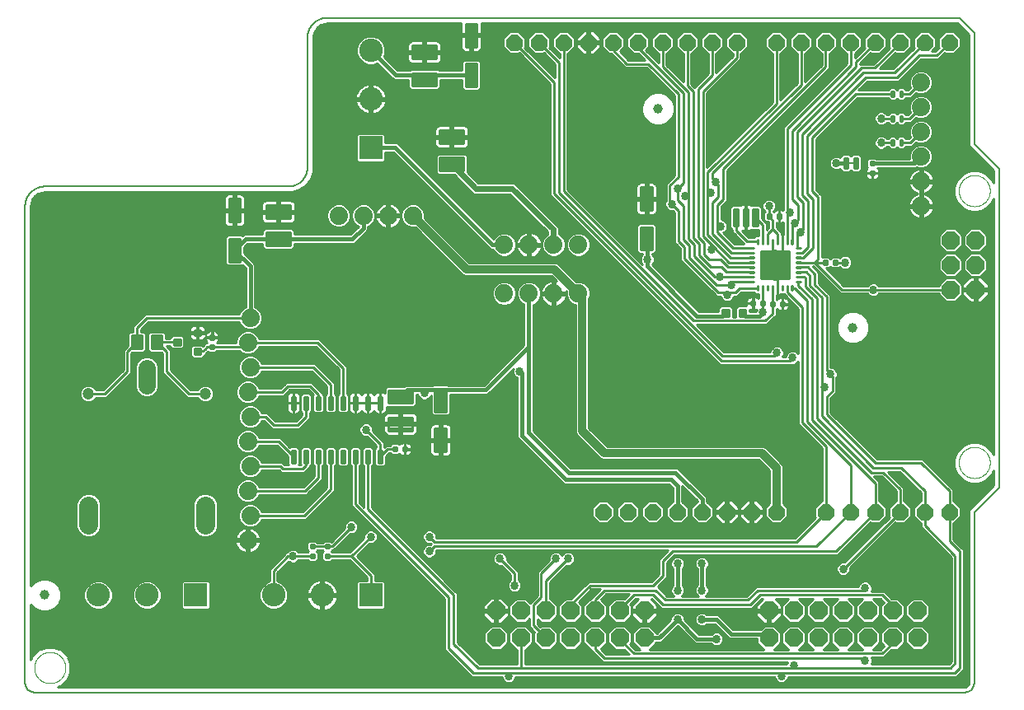
<source format=gtl>
G75*
%MOIN*%
%OFA0B0*%
%FSLAX25Y25*%
%IPPOS*%
%LPD*%
%AMOC8*
5,1,8,0,0,1.08239X$1,22.5*
%
%ADD10C,0.00591*%
%ADD11C,0.00000*%
%ADD12OC8,0.06600*%
%ADD13OC8,0.07400*%
%ADD14C,0.00992*%
%ADD15C,0.01003*%
%ADD16C,0.00976*%
%ADD17C,0.07400*%
%ADD18C,0.01800*%
%ADD19C,0.00800*%
%ADD20C,0.01000*%
%ADD21R,0.09500X0.09500*%
%ADD22C,0.09500*%
%ADD23C,0.01008*%
%ADD24C,0.01015*%
%ADD25C,0.01024*%
%ADD26C,0.07087*%
%ADD27C,0.04724*%
%ADD28C,0.07800*%
%ADD29C,0.03937*%
%ADD30C,0.03369*%
%ADD31C,0.01600*%
%ADD32C,0.02400*%
%ADD33C,0.03200*%
D10*
X0001500Y0005437D02*
X0001500Y0198350D01*
X0001502Y0198540D01*
X0001509Y0198730D01*
X0001521Y0198920D01*
X0001537Y0199110D01*
X0001557Y0199299D01*
X0001583Y0199488D01*
X0001612Y0199676D01*
X0001647Y0199863D01*
X0001686Y0200049D01*
X0001729Y0200234D01*
X0001777Y0200419D01*
X0001829Y0200602D01*
X0001885Y0200783D01*
X0001946Y0200963D01*
X0002012Y0201142D01*
X0002081Y0201319D01*
X0002155Y0201495D01*
X0002233Y0201668D01*
X0002316Y0201840D01*
X0002402Y0202009D01*
X0002492Y0202177D01*
X0002587Y0202342D01*
X0002685Y0202505D01*
X0002788Y0202665D01*
X0002894Y0202823D01*
X0003004Y0202978D01*
X0003117Y0203131D01*
X0003235Y0203281D01*
X0003356Y0203427D01*
X0003480Y0203571D01*
X0003608Y0203712D01*
X0003739Y0203850D01*
X0003874Y0203985D01*
X0004012Y0204116D01*
X0004153Y0204244D01*
X0004297Y0204368D01*
X0004443Y0204489D01*
X0004593Y0204607D01*
X0004746Y0204720D01*
X0004901Y0204830D01*
X0005059Y0204936D01*
X0005219Y0205039D01*
X0005382Y0205137D01*
X0005547Y0205232D01*
X0005715Y0205322D01*
X0005884Y0205408D01*
X0006056Y0205491D01*
X0006229Y0205569D01*
X0006405Y0205643D01*
X0006582Y0205712D01*
X0006761Y0205778D01*
X0006941Y0205839D01*
X0007122Y0205895D01*
X0007305Y0205947D01*
X0007490Y0205995D01*
X0007675Y0206038D01*
X0007861Y0206077D01*
X0008048Y0206112D01*
X0008236Y0206141D01*
X0008425Y0206167D01*
X0008614Y0206187D01*
X0008804Y0206203D01*
X0008994Y0206215D01*
X0009184Y0206222D01*
X0009374Y0206224D01*
X0107799Y0206224D01*
X0107989Y0206226D01*
X0108179Y0206233D01*
X0108369Y0206245D01*
X0108559Y0206261D01*
X0108748Y0206281D01*
X0108937Y0206307D01*
X0109125Y0206336D01*
X0109312Y0206371D01*
X0109498Y0206410D01*
X0109683Y0206453D01*
X0109868Y0206501D01*
X0110051Y0206553D01*
X0110232Y0206609D01*
X0110412Y0206670D01*
X0110591Y0206736D01*
X0110768Y0206805D01*
X0110944Y0206879D01*
X0111117Y0206957D01*
X0111289Y0207040D01*
X0111458Y0207126D01*
X0111626Y0207216D01*
X0111791Y0207311D01*
X0111954Y0207409D01*
X0112114Y0207512D01*
X0112272Y0207618D01*
X0112427Y0207728D01*
X0112580Y0207841D01*
X0112730Y0207959D01*
X0112876Y0208080D01*
X0113020Y0208204D01*
X0113161Y0208332D01*
X0113299Y0208463D01*
X0113434Y0208598D01*
X0113565Y0208736D01*
X0113693Y0208877D01*
X0113817Y0209021D01*
X0113938Y0209167D01*
X0114056Y0209317D01*
X0114169Y0209470D01*
X0114279Y0209625D01*
X0114385Y0209783D01*
X0114488Y0209943D01*
X0114586Y0210106D01*
X0114681Y0210271D01*
X0114771Y0210439D01*
X0114857Y0210608D01*
X0114940Y0210780D01*
X0115018Y0210953D01*
X0115092Y0211129D01*
X0115161Y0211306D01*
X0115227Y0211485D01*
X0115288Y0211665D01*
X0115344Y0211846D01*
X0115396Y0212029D01*
X0115444Y0212214D01*
X0115487Y0212399D01*
X0115526Y0212585D01*
X0115561Y0212772D01*
X0115590Y0212960D01*
X0115616Y0213149D01*
X0115636Y0213338D01*
X0115652Y0213528D01*
X0115664Y0213718D01*
X0115671Y0213908D01*
X0115673Y0214098D01*
X0115673Y0266618D01*
X0115675Y0266808D01*
X0115682Y0266998D01*
X0115694Y0267188D01*
X0115710Y0267378D01*
X0115730Y0267567D01*
X0115756Y0267756D01*
X0115785Y0267944D01*
X0115820Y0268131D01*
X0115859Y0268317D01*
X0115902Y0268502D01*
X0115950Y0268687D01*
X0116002Y0268870D01*
X0116058Y0269051D01*
X0116119Y0269231D01*
X0116185Y0269410D01*
X0116254Y0269587D01*
X0116328Y0269763D01*
X0116406Y0269936D01*
X0116489Y0270108D01*
X0116575Y0270277D01*
X0116665Y0270445D01*
X0116760Y0270610D01*
X0116858Y0270773D01*
X0116961Y0270933D01*
X0117067Y0271091D01*
X0117177Y0271246D01*
X0117290Y0271399D01*
X0117408Y0271549D01*
X0117529Y0271695D01*
X0117653Y0271839D01*
X0117781Y0271980D01*
X0117912Y0272118D01*
X0118047Y0272253D01*
X0118185Y0272384D01*
X0118326Y0272512D01*
X0118470Y0272636D01*
X0118616Y0272757D01*
X0118766Y0272875D01*
X0118919Y0272988D01*
X0119074Y0273098D01*
X0119232Y0273204D01*
X0119392Y0273307D01*
X0119555Y0273405D01*
X0119720Y0273500D01*
X0119888Y0273590D01*
X0120057Y0273676D01*
X0120229Y0273759D01*
X0120402Y0273837D01*
X0120578Y0273911D01*
X0120755Y0273980D01*
X0120934Y0274046D01*
X0121114Y0274107D01*
X0121295Y0274163D01*
X0121478Y0274215D01*
X0121663Y0274263D01*
X0121848Y0274306D01*
X0122034Y0274345D01*
X0122221Y0274380D01*
X0122409Y0274409D01*
X0122598Y0274435D01*
X0122787Y0274455D01*
X0122977Y0274471D01*
X0123167Y0274483D01*
X0123357Y0274490D01*
X0123547Y0274492D01*
X0379201Y0274492D01*
X0385201Y0268492D01*
X0385201Y0223492D01*
X0395201Y0213492D01*
X0395201Y0084492D01*
X0385201Y0074492D01*
X0385201Y0005437D01*
X0385199Y0005313D01*
X0385193Y0005190D01*
X0385184Y0005066D01*
X0385170Y0004944D01*
X0385153Y0004821D01*
X0385131Y0004699D01*
X0385106Y0004578D01*
X0385077Y0004458D01*
X0385045Y0004339D01*
X0385008Y0004220D01*
X0384968Y0004103D01*
X0384925Y0003988D01*
X0384877Y0003873D01*
X0384826Y0003761D01*
X0384772Y0003650D01*
X0384714Y0003540D01*
X0384653Y0003433D01*
X0384588Y0003327D01*
X0384520Y0003224D01*
X0384449Y0003123D01*
X0384375Y0003024D01*
X0384298Y0002927D01*
X0384217Y0002833D01*
X0384134Y0002742D01*
X0384048Y0002653D01*
X0383959Y0002567D01*
X0383868Y0002484D01*
X0383774Y0002403D01*
X0383677Y0002326D01*
X0383578Y0002252D01*
X0383477Y0002181D01*
X0383374Y0002113D01*
X0383268Y0002048D01*
X0383161Y0001987D01*
X0383051Y0001929D01*
X0382940Y0001875D01*
X0382828Y0001824D01*
X0382713Y0001776D01*
X0382598Y0001733D01*
X0382481Y0001693D01*
X0382362Y0001656D01*
X0382243Y0001624D01*
X0382123Y0001595D01*
X0382002Y0001570D01*
X0381880Y0001548D01*
X0381757Y0001531D01*
X0381635Y0001517D01*
X0381511Y0001508D01*
X0381388Y0001502D01*
X0381264Y0001500D01*
X0005437Y0001500D01*
X0005313Y0001502D01*
X0005190Y0001508D01*
X0005066Y0001517D01*
X0004944Y0001531D01*
X0004821Y0001548D01*
X0004699Y0001570D01*
X0004578Y0001595D01*
X0004458Y0001624D01*
X0004339Y0001656D01*
X0004220Y0001693D01*
X0004103Y0001733D01*
X0003988Y0001776D01*
X0003873Y0001824D01*
X0003761Y0001875D01*
X0003650Y0001929D01*
X0003540Y0001987D01*
X0003433Y0002048D01*
X0003327Y0002113D01*
X0003224Y0002181D01*
X0003123Y0002252D01*
X0003024Y0002326D01*
X0002927Y0002403D01*
X0002833Y0002484D01*
X0002742Y0002567D01*
X0002653Y0002653D01*
X0002567Y0002742D01*
X0002484Y0002833D01*
X0002403Y0002927D01*
X0002326Y0003024D01*
X0002252Y0003123D01*
X0002181Y0003224D01*
X0002113Y0003327D01*
X0002048Y0003433D01*
X0001987Y0003540D01*
X0001929Y0003650D01*
X0001875Y0003761D01*
X0001824Y0003873D01*
X0001776Y0003988D01*
X0001733Y0004103D01*
X0001693Y0004220D01*
X0001656Y0004339D01*
X0001624Y0004458D01*
X0001595Y0004578D01*
X0001570Y0004699D01*
X0001548Y0004821D01*
X0001531Y0004944D01*
X0001517Y0005066D01*
X0001508Y0005190D01*
X0001502Y0005313D01*
X0001500Y0005437D01*
D11*
X0005201Y0011500D02*
X0005203Y0011658D01*
X0005209Y0011816D01*
X0005219Y0011974D01*
X0005233Y0012132D01*
X0005251Y0012289D01*
X0005272Y0012446D01*
X0005298Y0012602D01*
X0005328Y0012758D01*
X0005361Y0012913D01*
X0005399Y0013066D01*
X0005440Y0013219D01*
X0005485Y0013371D01*
X0005534Y0013522D01*
X0005587Y0013671D01*
X0005643Y0013819D01*
X0005703Y0013965D01*
X0005767Y0014110D01*
X0005835Y0014253D01*
X0005906Y0014395D01*
X0005980Y0014535D01*
X0006058Y0014672D01*
X0006140Y0014808D01*
X0006224Y0014942D01*
X0006313Y0015073D01*
X0006404Y0015202D01*
X0006499Y0015329D01*
X0006596Y0015454D01*
X0006697Y0015576D01*
X0006801Y0015695D01*
X0006908Y0015812D01*
X0007018Y0015926D01*
X0007131Y0016037D01*
X0007246Y0016146D01*
X0007364Y0016251D01*
X0007485Y0016353D01*
X0007608Y0016453D01*
X0007734Y0016549D01*
X0007862Y0016642D01*
X0007992Y0016732D01*
X0008125Y0016818D01*
X0008260Y0016902D01*
X0008396Y0016981D01*
X0008535Y0017058D01*
X0008676Y0017130D01*
X0008818Y0017200D01*
X0008962Y0017265D01*
X0009108Y0017327D01*
X0009255Y0017385D01*
X0009404Y0017440D01*
X0009554Y0017491D01*
X0009705Y0017538D01*
X0009857Y0017581D01*
X0010010Y0017620D01*
X0010165Y0017656D01*
X0010320Y0017687D01*
X0010476Y0017715D01*
X0010632Y0017739D01*
X0010789Y0017759D01*
X0010947Y0017775D01*
X0011104Y0017787D01*
X0011263Y0017795D01*
X0011421Y0017799D01*
X0011579Y0017799D01*
X0011737Y0017795D01*
X0011896Y0017787D01*
X0012053Y0017775D01*
X0012211Y0017759D01*
X0012368Y0017739D01*
X0012524Y0017715D01*
X0012680Y0017687D01*
X0012835Y0017656D01*
X0012990Y0017620D01*
X0013143Y0017581D01*
X0013295Y0017538D01*
X0013446Y0017491D01*
X0013596Y0017440D01*
X0013745Y0017385D01*
X0013892Y0017327D01*
X0014038Y0017265D01*
X0014182Y0017200D01*
X0014324Y0017130D01*
X0014465Y0017058D01*
X0014604Y0016981D01*
X0014740Y0016902D01*
X0014875Y0016818D01*
X0015008Y0016732D01*
X0015138Y0016642D01*
X0015266Y0016549D01*
X0015392Y0016453D01*
X0015515Y0016353D01*
X0015636Y0016251D01*
X0015754Y0016146D01*
X0015869Y0016037D01*
X0015982Y0015926D01*
X0016092Y0015812D01*
X0016199Y0015695D01*
X0016303Y0015576D01*
X0016404Y0015454D01*
X0016501Y0015329D01*
X0016596Y0015202D01*
X0016687Y0015073D01*
X0016776Y0014942D01*
X0016860Y0014808D01*
X0016942Y0014672D01*
X0017020Y0014535D01*
X0017094Y0014395D01*
X0017165Y0014253D01*
X0017233Y0014110D01*
X0017297Y0013965D01*
X0017357Y0013819D01*
X0017413Y0013671D01*
X0017466Y0013522D01*
X0017515Y0013371D01*
X0017560Y0013219D01*
X0017601Y0013066D01*
X0017639Y0012913D01*
X0017672Y0012758D01*
X0017702Y0012602D01*
X0017728Y0012446D01*
X0017749Y0012289D01*
X0017767Y0012132D01*
X0017781Y0011974D01*
X0017791Y0011816D01*
X0017797Y0011658D01*
X0017799Y0011500D01*
X0017797Y0011342D01*
X0017791Y0011184D01*
X0017781Y0011026D01*
X0017767Y0010868D01*
X0017749Y0010711D01*
X0017728Y0010554D01*
X0017702Y0010398D01*
X0017672Y0010242D01*
X0017639Y0010087D01*
X0017601Y0009934D01*
X0017560Y0009781D01*
X0017515Y0009629D01*
X0017466Y0009478D01*
X0017413Y0009329D01*
X0017357Y0009181D01*
X0017297Y0009035D01*
X0017233Y0008890D01*
X0017165Y0008747D01*
X0017094Y0008605D01*
X0017020Y0008465D01*
X0016942Y0008328D01*
X0016860Y0008192D01*
X0016776Y0008058D01*
X0016687Y0007927D01*
X0016596Y0007798D01*
X0016501Y0007671D01*
X0016404Y0007546D01*
X0016303Y0007424D01*
X0016199Y0007305D01*
X0016092Y0007188D01*
X0015982Y0007074D01*
X0015869Y0006963D01*
X0015754Y0006854D01*
X0015636Y0006749D01*
X0015515Y0006647D01*
X0015392Y0006547D01*
X0015266Y0006451D01*
X0015138Y0006358D01*
X0015008Y0006268D01*
X0014875Y0006182D01*
X0014740Y0006098D01*
X0014604Y0006019D01*
X0014465Y0005942D01*
X0014324Y0005870D01*
X0014182Y0005800D01*
X0014038Y0005735D01*
X0013892Y0005673D01*
X0013745Y0005615D01*
X0013596Y0005560D01*
X0013446Y0005509D01*
X0013295Y0005462D01*
X0013143Y0005419D01*
X0012990Y0005380D01*
X0012835Y0005344D01*
X0012680Y0005313D01*
X0012524Y0005285D01*
X0012368Y0005261D01*
X0012211Y0005241D01*
X0012053Y0005225D01*
X0011896Y0005213D01*
X0011737Y0005205D01*
X0011579Y0005201D01*
X0011421Y0005201D01*
X0011263Y0005205D01*
X0011104Y0005213D01*
X0010947Y0005225D01*
X0010789Y0005241D01*
X0010632Y0005261D01*
X0010476Y0005285D01*
X0010320Y0005313D01*
X0010165Y0005344D01*
X0010010Y0005380D01*
X0009857Y0005419D01*
X0009705Y0005462D01*
X0009554Y0005509D01*
X0009404Y0005560D01*
X0009255Y0005615D01*
X0009108Y0005673D01*
X0008962Y0005735D01*
X0008818Y0005800D01*
X0008676Y0005870D01*
X0008535Y0005942D01*
X0008396Y0006019D01*
X0008260Y0006098D01*
X0008125Y0006182D01*
X0007992Y0006268D01*
X0007862Y0006358D01*
X0007734Y0006451D01*
X0007608Y0006547D01*
X0007485Y0006647D01*
X0007364Y0006749D01*
X0007246Y0006854D01*
X0007131Y0006963D01*
X0007018Y0007074D01*
X0006908Y0007188D01*
X0006801Y0007305D01*
X0006697Y0007424D01*
X0006596Y0007546D01*
X0006499Y0007671D01*
X0006404Y0007798D01*
X0006313Y0007927D01*
X0006224Y0008058D01*
X0006140Y0008192D01*
X0006058Y0008328D01*
X0005980Y0008465D01*
X0005906Y0008605D01*
X0005835Y0008747D01*
X0005767Y0008890D01*
X0005703Y0009035D01*
X0005643Y0009181D01*
X0005587Y0009329D01*
X0005534Y0009478D01*
X0005485Y0009629D01*
X0005440Y0009781D01*
X0005399Y0009934D01*
X0005361Y0010087D01*
X0005328Y0010242D01*
X0005298Y0010398D01*
X0005272Y0010554D01*
X0005251Y0010711D01*
X0005233Y0010868D01*
X0005219Y0011026D01*
X0005209Y0011184D01*
X0005203Y0011342D01*
X0005201Y0011500D01*
X0378981Y0094492D02*
X0378983Y0094650D01*
X0378989Y0094808D01*
X0378999Y0094966D01*
X0379013Y0095124D01*
X0379031Y0095281D01*
X0379052Y0095438D01*
X0379078Y0095594D01*
X0379108Y0095750D01*
X0379141Y0095905D01*
X0379179Y0096058D01*
X0379220Y0096211D01*
X0379265Y0096363D01*
X0379314Y0096514D01*
X0379367Y0096663D01*
X0379423Y0096811D01*
X0379483Y0096957D01*
X0379547Y0097102D01*
X0379615Y0097245D01*
X0379686Y0097387D01*
X0379760Y0097527D01*
X0379838Y0097664D01*
X0379920Y0097800D01*
X0380004Y0097934D01*
X0380093Y0098065D01*
X0380184Y0098194D01*
X0380279Y0098321D01*
X0380376Y0098446D01*
X0380477Y0098568D01*
X0380581Y0098687D01*
X0380688Y0098804D01*
X0380798Y0098918D01*
X0380911Y0099029D01*
X0381026Y0099138D01*
X0381144Y0099243D01*
X0381265Y0099345D01*
X0381388Y0099445D01*
X0381514Y0099541D01*
X0381642Y0099634D01*
X0381772Y0099724D01*
X0381905Y0099810D01*
X0382040Y0099894D01*
X0382176Y0099973D01*
X0382315Y0100050D01*
X0382456Y0100122D01*
X0382598Y0100192D01*
X0382742Y0100257D01*
X0382888Y0100319D01*
X0383035Y0100377D01*
X0383184Y0100432D01*
X0383334Y0100483D01*
X0383485Y0100530D01*
X0383637Y0100573D01*
X0383790Y0100612D01*
X0383945Y0100648D01*
X0384100Y0100679D01*
X0384256Y0100707D01*
X0384412Y0100731D01*
X0384569Y0100751D01*
X0384727Y0100767D01*
X0384884Y0100779D01*
X0385043Y0100787D01*
X0385201Y0100791D01*
X0385359Y0100791D01*
X0385517Y0100787D01*
X0385676Y0100779D01*
X0385833Y0100767D01*
X0385991Y0100751D01*
X0386148Y0100731D01*
X0386304Y0100707D01*
X0386460Y0100679D01*
X0386615Y0100648D01*
X0386770Y0100612D01*
X0386923Y0100573D01*
X0387075Y0100530D01*
X0387226Y0100483D01*
X0387376Y0100432D01*
X0387525Y0100377D01*
X0387672Y0100319D01*
X0387818Y0100257D01*
X0387962Y0100192D01*
X0388104Y0100122D01*
X0388245Y0100050D01*
X0388384Y0099973D01*
X0388520Y0099894D01*
X0388655Y0099810D01*
X0388788Y0099724D01*
X0388918Y0099634D01*
X0389046Y0099541D01*
X0389172Y0099445D01*
X0389295Y0099345D01*
X0389416Y0099243D01*
X0389534Y0099138D01*
X0389649Y0099029D01*
X0389762Y0098918D01*
X0389872Y0098804D01*
X0389979Y0098687D01*
X0390083Y0098568D01*
X0390184Y0098446D01*
X0390281Y0098321D01*
X0390376Y0098194D01*
X0390467Y0098065D01*
X0390556Y0097934D01*
X0390640Y0097800D01*
X0390722Y0097664D01*
X0390800Y0097527D01*
X0390874Y0097387D01*
X0390945Y0097245D01*
X0391013Y0097102D01*
X0391077Y0096957D01*
X0391137Y0096811D01*
X0391193Y0096663D01*
X0391246Y0096514D01*
X0391295Y0096363D01*
X0391340Y0096211D01*
X0391381Y0096058D01*
X0391419Y0095905D01*
X0391452Y0095750D01*
X0391482Y0095594D01*
X0391508Y0095438D01*
X0391529Y0095281D01*
X0391547Y0095124D01*
X0391561Y0094966D01*
X0391571Y0094808D01*
X0391577Y0094650D01*
X0391579Y0094492D01*
X0391577Y0094334D01*
X0391571Y0094176D01*
X0391561Y0094018D01*
X0391547Y0093860D01*
X0391529Y0093703D01*
X0391508Y0093546D01*
X0391482Y0093390D01*
X0391452Y0093234D01*
X0391419Y0093079D01*
X0391381Y0092926D01*
X0391340Y0092773D01*
X0391295Y0092621D01*
X0391246Y0092470D01*
X0391193Y0092321D01*
X0391137Y0092173D01*
X0391077Y0092027D01*
X0391013Y0091882D01*
X0390945Y0091739D01*
X0390874Y0091597D01*
X0390800Y0091457D01*
X0390722Y0091320D01*
X0390640Y0091184D01*
X0390556Y0091050D01*
X0390467Y0090919D01*
X0390376Y0090790D01*
X0390281Y0090663D01*
X0390184Y0090538D01*
X0390083Y0090416D01*
X0389979Y0090297D01*
X0389872Y0090180D01*
X0389762Y0090066D01*
X0389649Y0089955D01*
X0389534Y0089846D01*
X0389416Y0089741D01*
X0389295Y0089639D01*
X0389172Y0089539D01*
X0389046Y0089443D01*
X0388918Y0089350D01*
X0388788Y0089260D01*
X0388655Y0089174D01*
X0388520Y0089090D01*
X0388384Y0089011D01*
X0388245Y0088934D01*
X0388104Y0088862D01*
X0387962Y0088792D01*
X0387818Y0088727D01*
X0387672Y0088665D01*
X0387525Y0088607D01*
X0387376Y0088552D01*
X0387226Y0088501D01*
X0387075Y0088454D01*
X0386923Y0088411D01*
X0386770Y0088372D01*
X0386615Y0088336D01*
X0386460Y0088305D01*
X0386304Y0088277D01*
X0386148Y0088253D01*
X0385991Y0088233D01*
X0385833Y0088217D01*
X0385676Y0088205D01*
X0385517Y0088197D01*
X0385359Y0088193D01*
X0385201Y0088193D01*
X0385043Y0088197D01*
X0384884Y0088205D01*
X0384727Y0088217D01*
X0384569Y0088233D01*
X0384412Y0088253D01*
X0384256Y0088277D01*
X0384100Y0088305D01*
X0383945Y0088336D01*
X0383790Y0088372D01*
X0383637Y0088411D01*
X0383485Y0088454D01*
X0383334Y0088501D01*
X0383184Y0088552D01*
X0383035Y0088607D01*
X0382888Y0088665D01*
X0382742Y0088727D01*
X0382598Y0088792D01*
X0382456Y0088862D01*
X0382315Y0088934D01*
X0382176Y0089011D01*
X0382040Y0089090D01*
X0381905Y0089174D01*
X0381772Y0089260D01*
X0381642Y0089350D01*
X0381514Y0089443D01*
X0381388Y0089539D01*
X0381265Y0089639D01*
X0381144Y0089741D01*
X0381026Y0089846D01*
X0380911Y0089955D01*
X0380798Y0090066D01*
X0380688Y0090180D01*
X0380581Y0090297D01*
X0380477Y0090416D01*
X0380376Y0090538D01*
X0380279Y0090663D01*
X0380184Y0090790D01*
X0380093Y0090919D01*
X0380004Y0091050D01*
X0379920Y0091184D01*
X0379838Y0091320D01*
X0379760Y0091457D01*
X0379686Y0091597D01*
X0379615Y0091739D01*
X0379547Y0091882D01*
X0379483Y0092027D01*
X0379423Y0092173D01*
X0379367Y0092321D01*
X0379314Y0092470D01*
X0379265Y0092621D01*
X0379220Y0092773D01*
X0379179Y0092926D01*
X0379141Y0093079D01*
X0379108Y0093234D01*
X0379078Y0093390D01*
X0379052Y0093546D01*
X0379031Y0093703D01*
X0379013Y0093860D01*
X0378999Y0094018D01*
X0378989Y0094176D01*
X0378983Y0094334D01*
X0378981Y0094492D01*
X0378981Y0204492D02*
X0378983Y0204650D01*
X0378989Y0204808D01*
X0378999Y0204966D01*
X0379013Y0205124D01*
X0379031Y0205281D01*
X0379052Y0205438D01*
X0379078Y0205594D01*
X0379108Y0205750D01*
X0379141Y0205905D01*
X0379179Y0206058D01*
X0379220Y0206211D01*
X0379265Y0206363D01*
X0379314Y0206514D01*
X0379367Y0206663D01*
X0379423Y0206811D01*
X0379483Y0206957D01*
X0379547Y0207102D01*
X0379615Y0207245D01*
X0379686Y0207387D01*
X0379760Y0207527D01*
X0379838Y0207664D01*
X0379920Y0207800D01*
X0380004Y0207934D01*
X0380093Y0208065D01*
X0380184Y0208194D01*
X0380279Y0208321D01*
X0380376Y0208446D01*
X0380477Y0208568D01*
X0380581Y0208687D01*
X0380688Y0208804D01*
X0380798Y0208918D01*
X0380911Y0209029D01*
X0381026Y0209138D01*
X0381144Y0209243D01*
X0381265Y0209345D01*
X0381388Y0209445D01*
X0381514Y0209541D01*
X0381642Y0209634D01*
X0381772Y0209724D01*
X0381905Y0209810D01*
X0382040Y0209894D01*
X0382176Y0209973D01*
X0382315Y0210050D01*
X0382456Y0210122D01*
X0382598Y0210192D01*
X0382742Y0210257D01*
X0382888Y0210319D01*
X0383035Y0210377D01*
X0383184Y0210432D01*
X0383334Y0210483D01*
X0383485Y0210530D01*
X0383637Y0210573D01*
X0383790Y0210612D01*
X0383945Y0210648D01*
X0384100Y0210679D01*
X0384256Y0210707D01*
X0384412Y0210731D01*
X0384569Y0210751D01*
X0384727Y0210767D01*
X0384884Y0210779D01*
X0385043Y0210787D01*
X0385201Y0210791D01*
X0385359Y0210791D01*
X0385517Y0210787D01*
X0385676Y0210779D01*
X0385833Y0210767D01*
X0385991Y0210751D01*
X0386148Y0210731D01*
X0386304Y0210707D01*
X0386460Y0210679D01*
X0386615Y0210648D01*
X0386770Y0210612D01*
X0386923Y0210573D01*
X0387075Y0210530D01*
X0387226Y0210483D01*
X0387376Y0210432D01*
X0387525Y0210377D01*
X0387672Y0210319D01*
X0387818Y0210257D01*
X0387962Y0210192D01*
X0388104Y0210122D01*
X0388245Y0210050D01*
X0388384Y0209973D01*
X0388520Y0209894D01*
X0388655Y0209810D01*
X0388788Y0209724D01*
X0388918Y0209634D01*
X0389046Y0209541D01*
X0389172Y0209445D01*
X0389295Y0209345D01*
X0389416Y0209243D01*
X0389534Y0209138D01*
X0389649Y0209029D01*
X0389762Y0208918D01*
X0389872Y0208804D01*
X0389979Y0208687D01*
X0390083Y0208568D01*
X0390184Y0208446D01*
X0390281Y0208321D01*
X0390376Y0208194D01*
X0390467Y0208065D01*
X0390556Y0207934D01*
X0390640Y0207800D01*
X0390722Y0207664D01*
X0390800Y0207527D01*
X0390874Y0207387D01*
X0390945Y0207245D01*
X0391013Y0207102D01*
X0391077Y0206957D01*
X0391137Y0206811D01*
X0391193Y0206663D01*
X0391246Y0206514D01*
X0391295Y0206363D01*
X0391340Y0206211D01*
X0391381Y0206058D01*
X0391419Y0205905D01*
X0391452Y0205750D01*
X0391482Y0205594D01*
X0391508Y0205438D01*
X0391529Y0205281D01*
X0391547Y0205124D01*
X0391561Y0204966D01*
X0391571Y0204808D01*
X0391577Y0204650D01*
X0391579Y0204492D01*
X0391577Y0204334D01*
X0391571Y0204176D01*
X0391561Y0204018D01*
X0391547Y0203860D01*
X0391529Y0203703D01*
X0391508Y0203546D01*
X0391482Y0203390D01*
X0391452Y0203234D01*
X0391419Y0203079D01*
X0391381Y0202926D01*
X0391340Y0202773D01*
X0391295Y0202621D01*
X0391246Y0202470D01*
X0391193Y0202321D01*
X0391137Y0202173D01*
X0391077Y0202027D01*
X0391013Y0201882D01*
X0390945Y0201739D01*
X0390874Y0201597D01*
X0390800Y0201457D01*
X0390722Y0201320D01*
X0390640Y0201184D01*
X0390556Y0201050D01*
X0390467Y0200919D01*
X0390376Y0200790D01*
X0390281Y0200663D01*
X0390184Y0200538D01*
X0390083Y0200416D01*
X0389979Y0200297D01*
X0389872Y0200180D01*
X0389762Y0200066D01*
X0389649Y0199955D01*
X0389534Y0199846D01*
X0389416Y0199741D01*
X0389295Y0199639D01*
X0389172Y0199539D01*
X0389046Y0199443D01*
X0388918Y0199350D01*
X0388788Y0199260D01*
X0388655Y0199174D01*
X0388520Y0199090D01*
X0388384Y0199011D01*
X0388245Y0198934D01*
X0388104Y0198862D01*
X0387962Y0198792D01*
X0387818Y0198727D01*
X0387672Y0198665D01*
X0387525Y0198607D01*
X0387376Y0198552D01*
X0387226Y0198501D01*
X0387075Y0198454D01*
X0386923Y0198411D01*
X0386770Y0198372D01*
X0386615Y0198336D01*
X0386460Y0198305D01*
X0386304Y0198277D01*
X0386148Y0198253D01*
X0385991Y0198233D01*
X0385833Y0198217D01*
X0385676Y0198205D01*
X0385517Y0198197D01*
X0385359Y0198193D01*
X0385201Y0198193D01*
X0385043Y0198197D01*
X0384884Y0198205D01*
X0384727Y0198217D01*
X0384569Y0198233D01*
X0384412Y0198253D01*
X0384256Y0198277D01*
X0384100Y0198305D01*
X0383945Y0198336D01*
X0383790Y0198372D01*
X0383637Y0198411D01*
X0383485Y0198454D01*
X0383334Y0198501D01*
X0383184Y0198552D01*
X0383035Y0198607D01*
X0382888Y0198665D01*
X0382742Y0198727D01*
X0382598Y0198792D01*
X0382456Y0198862D01*
X0382315Y0198934D01*
X0382176Y0199011D01*
X0382040Y0199090D01*
X0381905Y0199174D01*
X0381772Y0199260D01*
X0381642Y0199350D01*
X0381514Y0199443D01*
X0381388Y0199539D01*
X0381265Y0199639D01*
X0381144Y0199741D01*
X0381026Y0199846D01*
X0380911Y0199955D01*
X0380798Y0200066D01*
X0380688Y0200180D01*
X0380581Y0200297D01*
X0380477Y0200416D01*
X0380376Y0200538D01*
X0380279Y0200663D01*
X0380184Y0200790D01*
X0380093Y0200919D01*
X0380004Y0201050D01*
X0379920Y0201184D01*
X0379838Y0201320D01*
X0379760Y0201457D01*
X0379686Y0201597D01*
X0379615Y0201739D01*
X0379547Y0201882D01*
X0379483Y0202027D01*
X0379423Y0202173D01*
X0379367Y0202321D01*
X0379314Y0202470D01*
X0379265Y0202621D01*
X0379220Y0202773D01*
X0379179Y0202926D01*
X0379141Y0203079D01*
X0379108Y0203234D01*
X0379078Y0203390D01*
X0379052Y0203546D01*
X0379031Y0203703D01*
X0379013Y0203860D01*
X0378999Y0204018D01*
X0378989Y0204176D01*
X0378983Y0204334D01*
X0378981Y0204492D01*
D12*
X0375201Y0264492D03*
X0365201Y0264492D03*
X0355201Y0264492D03*
X0345201Y0264492D03*
X0335201Y0264492D03*
X0325201Y0264492D03*
X0315201Y0264492D03*
X0305201Y0264492D03*
X0289201Y0264492D03*
X0279201Y0264492D03*
X0269201Y0264492D03*
X0259201Y0264492D03*
X0249201Y0264492D03*
X0239201Y0264492D03*
X0229201Y0264492D03*
X0219201Y0264492D03*
X0209201Y0264492D03*
X0199201Y0264492D03*
X0235201Y0074492D03*
X0245201Y0074492D03*
X0255201Y0074492D03*
X0265201Y0074492D03*
X0275201Y0074492D03*
X0285201Y0074492D03*
X0295201Y0074492D03*
X0305201Y0074492D03*
X0325201Y0074492D03*
X0335201Y0074492D03*
X0345201Y0074492D03*
X0355201Y0074492D03*
X0365201Y0074492D03*
X0375201Y0074492D03*
D13*
X0362209Y0034559D03*
X0352209Y0034559D03*
X0342209Y0034559D03*
X0332209Y0034559D03*
X0322209Y0034559D03*
X0312209Y0034559D03*
X0302209Y0034559D03*
X0302209Y0023559D03*
X0312209Y0023559D03*
X0322209Y0023559D03*
X0332209Y0023559D03*
X0342209Y0023559D03*
X0352209Y0023559D03*
X0362209Y0023559D03*
X0251972Y0023559D03*
X0241972Y0023559D03*
X0231972Y0023559D03*
X0221972Y0023559D03*
X0211972Y0023559D03*
X0201972Y0023559D03*
X0191972Y0023559D03*
X0191972Y0034559D03*
X0201972Y0034559D03*
X0211972Y0034559D03*
X0221972Y0034559D03*
X0231972Y0034559D03*
X0241972Y0034559D03*
X0251972Y0034559D03*
X0375701Y0164492D03*
X0385701Y0164492D03*
X0385701Y0174492D03*
X0375701Y0174492D03*
X0375701Y0184492D03*
X0385701Y0184492D03*
D14*
X0344705Y0210953D02*
X0344705Y0212323D01*
X0344705Y0210953D02*
X0343335Y0210953D01*
X0343335Y0212323D01*
X0344705Y0212323D01*
X0344705Y0211944D02*
X0343335Y0211944D01*
X0344705Y0214890D02*
X0344705Y0216260D01*
X0344705Y0214890D02*
X0343335Y0214890D01*
X0343335Y0216260D01*
X0344705Y0216260D01*
X0344705Y0215881D02*
X0343335Y0215881D01*
X0307020Y0194870D02*
X0305650Y0194870D01*
X0307020Y0194870D02*
X0307020Y0193500D01*
X0305650Y0193500D01*
X0305650Y0194870D01*
X0305650Y0194491D02*
X0307020Y0194491D01*
X0303083Y0194870D02*
X0301713Y0194870D01*
X0303083Y0194870D02*
X0303083Y0193500D01*
X0301713Y0193500D01*
X0301713Y0194870D01*
X0301713Y0194491D02*
X0303083Y0194491D01*
X0295831Y0197173D02*
X0295831Y0190291D01*
X0295831Y0197173D02*
X0297595Y0197173D01*
X0297595Y0190291D01*
X0295831Y0190291D01*
X0295831Y0191282D02*
X0297595Y0191282D01*
X0297595Y0192273D02*
X0295831Y0192273D01*
X0295831Y0193264D02*
X0297595Y0193264D01*
X0297595Y0194255D02*
X0295831Y0194255D01*
X0295831Y0195246D02*
X0297595Y0195246D01*
X0297595Y0196237D02*
X0295831Y0196237D01*
X0291894Y0197173D02*
X0291894Y0190291D01*
X0291894Y0197173D02*
X0293658Y0197173D01*
X0293658Y0190291D01*
X0291894Y0190291D01*
X0291894Y0191282D02*
X0293658Y0191282D01*
X0293658Y0192273D02*
X0291894Y0192273D01*
X0291894Y0193264D02*
X0293658Y0193264D01*
X0293658Y0194255D02*
X0291894Y0194255D01*
X0291894Y0195246D02*
X0293658Y0195246D01*
X0293658Y0196237D02*
X0291894Y0196237D01*
X0287957Y0197173D02*
X0287957Y0190291D01*
X0287957Y0197173D02*
X0289721Y0197173D01*
X0289721Y0190291D01*
X0287957Y0190291D01*
X0287957Y0191282D02*
X0289721Y0191282D01*
X0289721Y0192273D02*
X0287957Y0192273D01*
X0287957Y0193264D02*
X0289721Y0193264D01*
X0289721Y0194255D02*
X0287957Y0194255D01*
X0287957Y0195246D02*
X0289721Y0195246D01*
X0289721Y0196237D02*
X0287957Y0196237D01*
X0250421Y0196681D02*
X0250421Y0205925D01*
X0254941Y0205925D01*
X0254941Y0196681D01*
X0250421Y0196681D01*
X0250421Y0197672D02*
X0254941Y0197672D01*
X0254941Y0198663D02*
X0250421Y0198663D01*
X0250421Y0199654D02*
X0254941Y0199654D01*
X0254941Y0200645D02*
X0250421Y0200645D01*
X0250421Y0201636D02*
X0254941Y0201636D01*
X0254941Y0202627D02*
X0250421Y0202627D01*
X0250421Y0203618D02*
X0254941Y0203618D01*
X0254941Y0204609D02*
X0250421Y0204609D01*
X0250421Y0205600D02*
X0254941Y0205600D01*
X0250421Y0189783D02*
X0250421Y0180539D01*
X0250421Y0189783D02*
X0254941Y0189783D01*
X0254941Y0180539D01*
X0250421Y0180539D01*
X0250421Y0181530D02*
X0254941Y0181530D01*
X0254941Y0182521D02*
X0250421Y0182521D01*
X0250421Y0183512D02*
X0254941Y0183512D01*
X0254941Y0184503D02*
X0250421Y0184503D01*
X0250421Y0185494D02*
X0254941Y0185494D01*
X0254941Y0186485D02*
X0250421Y0186485D01*
X0250421Y0187476D02*
X0254941Y0187476D01*
X0254941Y0188467D02*
X0250421Y0188467D01*
X0250421Y0189458D02*
X0254941Y0189458D01*
X0295106Y0158295D02*
X0296476Y0158295D01*
X0295106Y0158295D02*
X0295106Y0159665D01*
X0296476Y0159665D01*
X0296476Y0158295D01*
X0296476Y0159286D02*
X0295106Y0159286D01*
X0299043Y0158295D02*
X0300413Y0158295D01*
X0299043Y0158295D02*
X0299043Y0159665D01*
X0300413Y0159665D01*
X0300413Y0158295D01*
X0300413Y0159286D02*
X0299043Y0159286D01*
X0302980Y0159272D02*
X0304350Y0159272D01*
X0304350Y0157902D01*
X0302980Y0157902D01*
X0302980Y0159272D01*
X0302980Y0158893D02*
X0304350Y0158893D01*
X0306917Y0159272D02*
X0308287Y0159272D01*
X0308287Y0157902D01*
X0306917Y0157902D01*
X0306917Y0159272D01*
X0306917Y0158893D02*
X0308287Y0158893D01*
X0324437Y0174831D02*
X0325807Y0174831D01*
X0324437Y0174831D02*
X0324437Y0176201D01*
X0325807Y0176201D01*
X0325807Y0174831D01*
X0325807Y0175822D02*
X0324437Y0175822D01*
X0328374Y0174831D02*
X0329744Y0174831D01*
X0328374Y0174831D02*
X0328374Y0176201D01*
X0329744Y0176201D01*
X0329744Y0174831D01*
X0329744Y0175822D02*
X0328374Y0175822D01*
X0179555Y0246681D02*
X0179555Y0255925D01*
X0184075Y0255925D01*
X0184075Y0246681D01*
X0179555Y0246681D01*
X0179555Y0247672D02*
X0184075Y0247672D01*
X0184075Y0248663D02*
X0179555Y0248663D01*
X0179555Y0249654D02*
X0184075Y0249654D01*
X0184075Y0250645D02*
X0179555Y0250645D01*
X0179555Y0251636D02*
X0184075Y0251636D01*
X0184075Y0252627D02*
X0179555Y0252627D01*
X0179555Y0253618D02*
X0184075Y0253618D01*
X0184075Y0254609D02*
X0179555Y0254609D01*
X0179555Y0255600D02*
X0184075Y0255600D01*
X0179555Y0262823D02*
X0179555Y0272067D01*
X0184075Y0272067D01*
X0184075Y0262823D01*
X0179555Y0262823D01*
X0179555Y0263814D02*
X0184075Y0263814D01*
X0184075Y0264805D02*
X0179555Y0264805D01*
X0179555Y0265796D02*
X0184075Y0265796D01*
X0184075Y0266787D02*
X0179555Y0266787D01*
X0179555Y0267778D02*
X0184075Y0267778D01*
X0184075Y0268769D02*
X0179555Y0268769D01*
X0179555Y0269760D02*
X0184075Y0269760D01*
X0184075Y0270751D02*
X0179555Y0270751D01*
X0179555Y0271742D02*
X0184075Y0271742D01*
X0083886Y0201201D02*
X0083886Y0191957D01*
X0083886Y0201201D02*
X0088406Y0201201D01*
X0088406Y0191957D01*
X0083886Y0191957D01*
X0083886Y0192948D02*
X0088406Y0192948D01*
X0088406Y0193939D02*
X0083886Y0193939D01*
X0083886Y0194930D02*
X0088406Y0194930D01*
X0088406Y0195921D02*
X0083886Y0195921D01*
X0083886Y0196912D02*
X0088406Y0196912D01*
X0088406Y0197903D02*
X0083886Y0197903D01*
X0083886Y0198894D02*
X0088406Y0198894D01*
X0088406Y0199885D02*
X0083886Y0199885D01*
X0083886Y0200876D02*
X0088406Y0200876D01*
X0083886Y0185059D02*
X0083886Y0175815D01*
X0083886Y0185059D02*
X0088406Y0185059D01*
X0088406Y0175815D01*
X0083886Y0175815D01*
X0083886Y0176806D02*
X0088406Y0176806D01*
X0088406Y0177797D02*
X0083886Y0177797D01*
X0083886Y0178788D02*
X0088406Y0178788D01*
X0088406Y0179779D02*
X0083886Y0179779D01*
X0083886Y0180770D02*
X0088406Y0180770D01*
X0088406Y0181761D02*
X0083886Y0181761D01*
X0083886Y0182752D02*
X0088406Y0182752D01*
X0088406Y0183743D02*
X0083886Y0183743D01*
X0083886Y0184734D02*
X0088406Y0184734D01*
X0076406Y0145886D02*
X0076406Y0144516D01*
X0076406Y0145886D02*
X0077776Y0145886D01*
X0077776Y0144516D01*
X0076406Y0144516D01*
X0076406Y0145507D02*
X0077776Y0145507D01*
X0076406Y0141949D02*
X0076406Y0140579D01*
X0076406Y0141949D02*
X0077776Y0141949D01*
X0077776Y0140579D01*
X0076406Y0140579D01*
X0076406Y0141570D02*
X0077776Y0141570D01*
X0109299Y0121083D02*
X0110669Y0121083D01*
X0110669Y0116169D01*
X0109299Y0116169D01*
X0109299Y0121083D01*
X0109299Y0117160D02*
X0110669Y0117160D01*
X0110669Y0118151D02*
X0109299Y0118151D01*
X0109299Y0119142D02*
X0110669Y0119142D01*
X0110669Y0120133D02*
X0109299Y0120133D01*
X0114299Y0121083D02*
X0115669Y0121083D01*
X0115669Y0116169D01*
X0114299Y0116169D01*
X0114299Y0121083D01*
X0114299Y0117160D02*
X0115669Y0117160D01*
X0115669Y0118151D02*
X0114299Y0118151D01*
X0114299Y0119142D02*
X0115669Y0119142D01*
X0115669Y0120133D02*
X0114299Y0120133D01*
X0119299Y0121083D02*
X0120669Y0121083D01*
X0120669Y0116169D01*
X0119299Y0116169D01*
X0119299Y0121083D01*
X0119299Y0117160D02*
X0120669Y0117160D01*
X0120669Y0118151D02*
X0119299Y0118151D01*
X0119299Y0119142D02*
X0120669Y0119142D01*
X0120669Y0120133D02*
X0119299Y0120133D01*
X0124299Y0121083D02*
X0125669Y0121083D01*
X0125669Y0116169D01*
X0124299Y0116169D01*
X0124299Y0121083D01*
X0124299Y0117160D02*
X0125669Y0117160D01*
X0125669Y0118151D02*
X0124299Y0118151D01*
X0124299Y0119142D02*
X0125669Y0119142D01*
X0125669Y0120133D02*
X0124299Y0120133D01*
X0129299Y0121083D02*
X0130669Y0121083D01*
X0130669Y0116169D01*
X0129299Y0116169D01*
X0129299Y0121083D01*
X0129299Y0117160D02*
X0130669Y0117160D01*
X0130669Y0118151D02*
X0129299Y0118151D01*
X0129299Y0119142D02*
X0130669Y0119142D01*
X0130669Y0120133D02*
X0129299Y0120133D01*
X0134299Y0121083D02*
X0135669Y0121083D01*
X0135669Y0116169D01*
X0134299Y0116169D01*
X0134299Y0121083D01*
X0134299Y0117160D02*
X0135669Y0117160D01*
X0135669Y0118151D02*
X0134299Y0118151D01*
X0134299Y0119142D02*
X0135669Y0119142D01*
X0135669Y0120133D02*
X0134299Y0120133D01*
X0139299Y0121083D02*
X0140669Y0121083D01*
X0140669Y0116169D01*
X0139299Y0116169D01*
X0139299Y0121083D01*
X0139299Y0117160D02*
X0140669Y0117160D01*
X0140669Y0118151D02*
X0139299Y0118151D01*
X0139299Y0119142D02*
X0140669Y0119142D01*
X0140669Y0120133D02*
X0139299Y0120133D01*
X0144299Y0121083D02*
X0145669Y0121083D01*
X0145669Y0116169D01*
X0144299Y0116169D01*
X0144299Y0121083D01*
X0144299Y0117160D02*
X0145669Y0117160D01*
X0145669Y0118151D02*
X0144299Y0118151D01*
X0144299Y0119142D02*
X0145669Y0119142D01*
X0145669Y0120133D02*
X0144299Y0120133D01*
X0171673Y0124429D02*
X0171673Y0115185D01*
X0167153Y0115185D01*
X0167153Y0124429D01*
X0171673Y0124429D01*
X0171673Y0116176D02*
X0167153Y0116176D01*
X0167153Y0117167D02*
X0171673Y0117167D01*
X0171673Y0118158D02*
X0167153Y0118158D01*
X0167153Y0119149D02*
X0171673Y0119149D01*
X0171673Y0120140D02*
X0167153Y0120140D01*
X0167153Y0121131D02*
X0171673Y0121131D01*
X0171673Y0122122D02*
X0167153Y0122122D01*
X0167153Y0123113D02*
X0171673Y0123113D01*
X0171673Y0124104D02*
X0167153Y0124104D01*
X0171673Y0108287D02*
X0171673Y0099043D01*
X0167153Y0099043D01*
X0167153Y0108287D01*
X0171673Y0108287D01*
X0171673Y0100034D02*
X0167153Y0100034D01*
X0167153Y0101025D02*
X0171673Y0101025D01*
X0171673Y0102016D02*
X0167153Y0102016D01*
X0167153Y0103007D02*
X0171673Y0103007D01*
X0171673Y0103998D02*
X0167153Y0103998D01*
X0167153Y0104989D02*
X0171673Y0104989D01*
X0171673Y0105980D02*
X0167153Y0105980D01*
X0167153Y0106971D02*
X0171673Y0106971D01*
X0171673Y0107962D02*
X0167153Y0107962D01*
X0155728Y0099240D02*
X0154358Y0099240D01*
X0154358Y0100610D01*
X0155728Y0100610D01*
X0155728Y0099240D01*
X0155728Y0100231D02*
X0154358Y0100231D01*
X0151791Y0099240D02*
X0150421Y0099240D01*
X0150421Y0100610D01*
X0151791Y0100610D01*
X0151791Y0099240D01*
X0151791Y0100231D02*
X0150421Y0100231D01*
X0145669Y0099429D02*
X0144299Y0099429D01*
X0145669Y0099429D02*
X0145669Y0094515D01*
X0144299Y0094515D01*
X0144299Y0099429D01*
X0144299Y0095506D02*
X0145669Y0095506D01*
X0145669Y0096497D02*
X0144299Y0096497D01*
X0144299Y0097488D02*
X0145669Y0097488D01*
X0145669Y0098479D02*
X0144299Y0098479D01*
X0140669Y0099429D02*
X0139299Y0099429D01*
X0140669Y0099429D02*
X0140669Y0094515D01*
X0139299Y0094515D01*
X0139299Y0099429D01*
X0139299Y0095506D02*
X0140669Y0095506D01*
X0140669Y0096497D02*
X0139299Y0096497D01*
X0139299Y0097488D02*
X0140669Y0097488D01*
X0140669Y0098479D02*
X0139299Y0098479D01*
X0135669Y0099429D02*
X0134299Y0099429D01*
X0135669Y0099429D02*
X0135669Y0094515D01*
X0134299Y0094515D01*
X0134299Y0099429D01*
X0134299Y0095506D02*
X0135669Y0095506D01*
X0135669Y0096497D02*
X0134299Y0096497D01*
X0134299Y0097488D02*
X0135669Y0097488D01*
X0135669Y0098479D02*
X0134299Y0098479D01*
X0130669Y0099429D02*
X0129299Y0099429D01*
X0130669Y0099429D02*
X0130669Y0094515D01*
X0129299Y0094515D01*
X0129299Y0099429D01*
X0129299Y0095506D02*
X0130669Y0095506D01*
X0130669Y0096497D02*
X0129299Y0096497D01*
X0129299Y0097488D02*
X0130669Y0097488D01*
X0130669Y0098479D02*
X0129299Y0098479D01*
X0125669Y0099429D02*
X0124299Y0099429D01*
X0125669Y0099429D02*
X0125669Y0094515D01*
X0124299Y0094515D01*
X0124299Y0099429D01*
X0124299Y0095506D02*
X0125669Y0095506D01*
X0125669Y0096497D02*
X0124299Y0096497D01*
X0124299Y0097488D02*
X0125669Y0097488D01*
X0125669Y0098479D02*
X0124299Y0098479D01*
X0120669Y0099429D02*
X0119299Y0099429D01*
X0120669Y0099429D02*
X0120669Y0094515D01*
X0119299Y0094515D01*
X0119299Y0099429D01*
X0119299Y0095506D02*
X0120669Y0095506D01*
X0120669Y0096497D02*
X0119299Y0096497D01*
X0119299Y0097488D02*
X0120669Y0097488D01*
X0120669Y0098479D02*
X0119299Y0098479D01*
X0115669Y0099429D02*
X0114299Y0099429D01*
X0115669Y0099429D02*
X0115669Y0094515D01*
X0114299Y0094515D01*
X0114299Y0099429D01*
X0114299Y0095506D02*
X0115669Y0095506D01*
X0115669Y0096497D02*
X0114299Y0096497D01*
X0114299Y0097488D02*
X0115669Y0097488D01*
X0115669Y0098479D02*
X0114299Y0098479D01*
X0110669Y0099429D02*
X0109299Y0099429D01*
X0110669Y0099429D02*
X0110669Y0094515D01*
X0109299Y0094515D01*
X0109299Y0099429D01*
X0109299Y0095506D02*
X0110669Y0095506D01*
X0110669Y0096497D02*
X0109299Y0096497D01*
X0109299Y0097488D02*
X0110669Y0097488D01*
X0110669Y0098479D02*
X0109299Y0098479D01*
X0118327Y0061240D02*
X0118327Y0059870D01*
X0116957Y0059870D01*
X0116957Y0061240D01*
X0118327Y0061240D01*
X0118327Y0060861D02*
X0116957Y0060861D01*
X0118327Y0057303D02*
X0118327Y0055933D01*
X0116957Y0055933D01*
X0116957Y0057303D01*
X0118327Y0057303D01*
X0118327Y0056924D02*
X0116957Y0056924D01*
X0124232Y0057303D02*
X0124232Y0055933D01*
X0122862Y0055933D01*
X0122862Y0057303D01*
X0124232Y0057303D01*
X0124232Y0056924D02*
X0122862Y0056924D01*
X0124232Y0059870D02*
X0124232Y0061240D01*
X0124232Y0059870D02*
X0122862Y0059870D01*
X0122862Y0061240D01*
X0124232Y0061240D01*
X0124232Y0060861D02*
X0122862Y0060861D01*
D15*
X0294324Y0167592D02*
X0294324Y0167692D01*
X0296078Y0167692D01*
X0296078Y0167592D01*
X0294324Y0167592D01*
X0294324Y0169560D02*
X0294324Y0169660D01*
X0296078Y0169660D01*
X0296078Y0169560D01*
X0294324Y0169560D01*
X0294324Y0171529D02*
X0294324Y0171629D01*
X0296078Y0171629D01*
X0296078Y0171529D01*
X0294324Y0171529D01*
X0294324Y0173497D02*
X0294324Y0173597D01*
X0296078Y0173597D01*
X0296078Y0173497D01*
X0294324Y0173497D01*
X0294324Y0175466D02*
X0294324Y0175566D01*
X0296078Y0175566D01*
X0296078Y0175466D01*
X0294324Y0175466D01*
X0294324Y0177434D02*
X0294324Y0177534D01*
X0296078Y0177534D01*
X0296078Y0177434D01*
X0294324Y0177434D01*
X0294324Y0179403D02*
X0294324Y0179503D01*
X0296078Y0179503D01*
X0296078Y0179403D01*
X0294324Y0179403D01*
X0294324Y0181371D02*
X0294324Y0181471D01*
X0296078Y0181471D01*
X0296078Y0181371D01*
X0294324Y0181371D01*
X0297710Y0183103D02*
X0297710Y0184857D01*
X0297810Y0184857D01*
X0297810Y0183103D01*
X0297710Y0183103D01*
X0297710Y0184105D02*
X0297810Y0184105D01*
X0299678Y0184857D02*
X0299678Y0183103D01*
X0299678Y0184857D02*
X0299778Y0184857D01*
X0299778Y0183103D01*
X0299678Y0183103D01*
X0299678Y0184105D02*
X0299778Y0184105D01*
X0301647Y0184857D02*
X0301647Y0183103D01*
X0301647Y0184857D02*
X0301747Y0184857D01*
X0301747Y0183103D01*
X0301647Y0183103D01*
X0301647Y0184105D02*
X0301747Y0184105D01*
X0303615Y0184857D02*
X0303615Y0183103D01*
X0303615Y0184857D02*
X0303715Y0184857D01*
X0303715Y0183103D01*
X0303615Y0183103D01*
X0303615Y0184105D02*
X0303715Y0184105D01*
X0305584Y0184857D02*
X0305584Y0183103D01*
X0305584Y0184857D02*
X0305684Y0184857D01*
X0305684Y0183103D01*
X0305584Y0183103D01*
X0305584Y0184105D02*
X0305684Y0184105D01*
X0307552Y0184857D02*
X0307552Y0183103D01*
X0307552Y0184857D02*
X0307652Y0184857D01*
X0307652Y0183103D01*
X0307552Y0183103D01*
X0307552Y0184105D02*
X0307652Y0184105D01*
X0309521Y0184857D02*
X0309521Y0183103D01*
X0309521Y0184857D02*
X0309621Y0184857D01*
X0309621Y0183103D01*
X0309521Y0183103D01*
X0309521Y0184105D02*
X0309621Y0184105D01*
X0311489Y0184857D02*
X0311489Y0183103D01*
X0311489Y0184857D02*
X0311589Y0184857D01*
X0311589Y0183103D01*
X0311489Y0183103D01*
X0311489Y0184105D02*
X0311589Y0184105D01*
X0313221Y0181471D02*
X0313221Y0181371D01*
X0313221Y0181471D02*
X0314975Y0181471D01*
X0314975Y0181371D01*
X0313221Y0181371D01*
X0313221Y0179503D02*
X0313221Y0179403D01*
X0313221Y0179503D02*
X0314975Y0179503D01*
X0314975Y0179403D01*
X0313221Y0179403D01*
X0313221Y0177534D02*
X0313221Y0177434D01*
X0313221Y0177534D02*
X0314975Y0177534D01*
X0314975Y0177434D01*
X0313221Y0177434D01*
X0313221Y0175566D02*
X0313221Y0175466D01*
X0313221Y0175566D02*
X0314975Y0175566D01*
X0314975Y0175466D01*
X0313221Y0175466D01*
X0313221Y0173597D02*
X0313221Y0173497D01*
X0313221Y0173597D02*
X0314975Y0173597D01*
X0314975Y0173497D01*
X0313221Y0173497D01*
X0313221Y0171629D02*
X0313221Y0171529D01*
X0313221Y0171629D02*
X0314975Y0171629D01*
X0314975Y0171529D01*
X0313221Y0171529D01*
X0313221Y0169660D02*
X0313221Y0169560D01*
X0313221Y0169660D02*
X0314975Y0169660D01*
X0314975Y0169560D01*
X0313221Y0169560D01*
X0313221Y0167692D02*
X0313221Y0167592D01*
X0313221Y0167692D02*
X0314975Y0167692D01*
X0314975Y0167592D01*
X0313221Y0167592D01*
X0311489Y0165960D02*
X0311489Y0164206D01*
X0311489Y0165960D02*
X0311589Y0165960D01*
X0311589Y0164206D01*
X0311489Y0164206D01*
X0311489Y0165208D02*
X0311589Y0165208D01*
X0309521Y0165960D02*
X0309521Y0164206D01*
X0309521Y0165960D02*
X0309621Y0165960D01*
X0309621Y0164206D01*
X0309521Y0164206D01*
X0309521Y0165208D02*
X0309621Y0165208D01*
X0307552Y0165960D02*
X0307552Y0164206D01*
X0307552Y0165960D02*
X0307652Y0165960D01*
X0307652Y0164206D01*
X0307552Y0164206D01*
X0307552Y0165208D02*
X0307652Y0165208D01*
X0305584Y0165960D02*
X0305584Y0164206D01*
X0305584Y0165960D02*
X0305684Y0165960D01*
X0305684Y0164206D01*
X0305584Y0164206D01*
X0305584Y0165208D02*
X0305684Y0165208D01*
X0303615Y0165960D02*
X0303615Y0164206D01*
X0303615Y0165960D02*
X0303715Y0165960D01*
X0303715Y0164206D01*
X0303615Y0164206D01*
X0303615Y0165208D02*
X0303715Y0165208D01*
X0301647Y0165960D02*
X0301647Y0164206D01*
X0301647Y0165960D02*
X0301747Y0165960D01*
X0301747Y0164206D01*
X0301647Y0164206D01*
X0301647Y0165208D02*
X0301747Y0165208D01*
X0299678Y0165960D02*
X0299678Y0164206D01*
X0299678Y0165960D02*
X0299778Y0165960D01*
X0299778Y0164206D01*
X0299678Y0164206D01*
X0299678Y0165208D02*
X0299778Y0165208D01*
X0297710Y0165960D02*
X0297710Y0164206D01*
X0297710Y0165960D02*
X0297810Y0165960D01*
X0297810Y0164206D01*
X0297710Y0164206D01*
X0297710Y0165208D02*
X0297810Y0165208D01*
D16*
X0299036Y0168917D02*
X0299036Y0180145D01*
X0310264Y0180145D01*
X0310264Y0168917D01*
X0299036Y0168917D01*
X0299036Y0169892D02*
X0310264Y0169892D01*
X0310264Y0170867D02*
X0299036Y0170867D01*
X0299036Y0171842D02*
X0310264Y0171842D01*
X0310264Y0172817D02*
X0299036Y0172817D01*
X0299036Y0173792D02*
X0310264Y0173792D01*
X0310264Y0174767D02*
X0299036Y0174767D01*
X0299036Y0175742D02*
X0310264Y0175742D01*
X0310264Y0176717D02*
X0299036Y0176717D01*
X0299036Y0177692D02*
X0310264Y0177692D01*
X0310264Y0178667D02*
X0299036Y0178667D01*
X0299036Y0179642D02*
X0310264Y0179642D01*
D17*
X0363705Y0198350D03*
X0363705Y0208350D03*
X0363705Y0218350D03*
X0363705Y0228350D03*
X0363705Y0238350D03*
X0363705Y0248350D03*
X0225161Y0182602D03*
X0215161Y0182602D03*
X0205161Y0182602D03*
X0195161Y0182602D03*
X0195161Y0162917D03*
X0205161Y0162917D03*
X0215161Y0162917D03*
X0225161Y0162917D03*
X0158232Y0194413D03*
X0148232Y0194413D03*
X0138232Y0194413D03*
X0128232Y0194413D03*
X0092551Y0153075D03*
X0091551Y0143075D03*
X0092551Y0133075D03*
X0091551Y0123075D03*
X0092551Y0113075D03*
X0091551Y0103075D03*
X0092551Y0093075D03*
X0091551Y0083075D03*
X0092551Y0073075D03*
X0091551Y0063075D03*
D18*
X0352012Y0224541D02*
X0352212Y0224541D01*
X0352212Y0223341D01*
X0352012Y0223341D01*
X0352012Y0224541D01*
X0355512Y0224541D02*
X0355712Y0224541D01*
X0355712Y0223341D01*
X0355512Y0223341D01*
X0355512Y0224541D01*
X0355512Y0234383D02*
X0355712Y0234383D01*
X0355712Y0233183D01*
X0355512Y0233183D01*
X0355512Y0234383D01*
X0352212Y0234383D02*
X0352012Y0234383D01*
X0352212Y0234383D02*
X0352212Y0233183D01*
X0352012Y0233183D01*
X0352012Y0234383D01*
X0352012Y0243026D02*
X0352212Y0243026D01*
X0352012Y0243026D02*
X0352012Y0244226D01*
X0352212Y0244226D01*
X0352212Y0243026D01*
X0355512Y0243026D02*
X0355712Y0243026D01*
X0355512Y0243026D02*
X0355512Y0244226D01*
X0355712Y0244226D01*
X0355712Y0243026D01*
D19*
X0336858Y0215673D02*
X0333858Y0215673D01*
D20*
X0334108Y0217673D02*
X0332608Y0217673D01*
X0334108Y0217673D02*
X0334108Y0213673D01*
X0332608Y0213673D01*
X0332608Y0217673D01*
X0332608Y0214672D02*
X0334108Y0214672D01*
X0334108Y0215671D02*
X0332608Y0215671D01*
X0332608Y0216670D02*
X0334108Y0216670D01*
X0334108Y0217669D02*
X0332608Y0217669D01*
X0331008Y0218043D02*
X0330007Y0218457D01*
X0328899Y0218457D01*
X0327876Y0218034D01*
X0327092Y0217250D01*
X0326669Y0216227D01*
X0326669Y0215119D01*
X0327092Y0214096D01*
X0327876Y0213313D01*
X0328899Y0212889D01*
X0330007Y0212889D01*
X0331008Y0213304D01*
X0331008Y0213010D01*
X0331946Y0212073D01*
X0334771Y0212073D01*
X0335358Y0212660D01*
X0335946Y0212073D01*
X0338771Y0212073D01*
X0339708Y0213010D01*
X0339708Y0218336D01*
X0338771Y0219273D01*
X0335946Y0219273D01*
X0335358Y0218686D01*
X0334771Y0219273D01*
X0331946Y0219273D01*
X0331008Y0218336D01*
X0331008Y0218043D01*
X0331008Y0218177D02*
X0330684Y0218177D01*
X0331848Y0219175D02*
X0321210Y0219175D01*
X0321210Y0218177D02*
X0328222Y0218177D01*
X0327063Y0217178D02*
X0321210Y0217178D01*
X0321210Y0216180D02*
X0326669Y0216180D01*
X0326669Y0215181D02*
X0321210Y0215181D01*
X0321210Y0214183D02*
X0327056Y0214183D01*
X0328186Y0213184D02*
X0321210Y0213184D01*
X0321210Y0212186D02*
X0331833Y0212186D01*
X0331008Y0213184D02*
X0330720Y0213184D01*
X0334884Y0212186D02*
X0335833Y0212186D01*
X0338884Y0212186D02*
X0341339Y0212186D01*
X0341339Y0212586D02*
X0341339Y0211728D01*
X0343929Y0211728D01*
X0343929Y0211547D01*
X0344110Y0211547D01*
X0344110Y0208957D01*
X0344968Y0208957D01*
X0345475Y0209093D01*
X0345930Y0209355D01*
X0346302Y0209727D01*
X0346565Y0210182D01*
X0346701Y0210690D01*
X0346701Y0211547D01*
X0344110Y0211547D01*
X0344110Y0211728D01*
X0346701Y0211728D01*
X0346701Y0212586D01*
X0346565Y0213093D01*
X0346302Y0213548D01*
X0346176Y0213675D01*
X0361716Y0213675D01*
X0361931Y0213890D01*
X0362750Y0213550D01*
X0364659Y0213550D01*
X0366424Y0214281D01*
X0367774Y0215631D01*
X0368505Y0217396D01*
X0368505Y0219305D01*
X0367774Y0221069D01*
X0366424Y0222420D01*
X0364659Y0223150D01*
X0362750Y0223150D01*
X0360986Y0222420D01*
X0359635Y0221069D01*
X0358905Y0219305D01*
X0358905Y0217475D01*
X0345747Y0217475D01*
X0345366Y0217856D01*
X0342674Y0217856D01*
X0341739Y0216921D01*
X0341739Y0214229D01*
X0342078Y0213889D01*
X0341737Y0213548D01*
X0341475Y0213093D01*
X0341339Y0212586D01*
X0341527Y0213184D02*
X0339708Y0213184D01*
X0339708Y0214183D02*
X0341784Y0214183D01*
X0341739Y0215181D02*
X0339708Y0215181D01*
X0339708Y0216180D02*
X0341739Y0216180D01*
X0341996Y0217178D02*
X0339708Y0217178D01*
X0339708Y0218177D02*
X0358905Y0218177D01*
X0358905Y0219175D02*
X0338869Y0219175D01*
X0335848Y0219175D02*
X0334869Y0219175D01*
X0336608Y0217673D02*
X0338108Y0217673D01*
X0338108Y0213673D01*
X0336608Y0213673D01*
X0336608Y0217673D01*
X0336608Y0214672D02*
X0338108Y0214672D01*
X0338108Y0215671D02*
X0336608Y0215671D01*
X0336608Y0216670D02*
X0338108Y0216670D01*
X0338108Y0217669D02*
X0336608Y0217669D01*
X0341339Y0211547D02*
X0341339Y0210690D01*
X0341475Y0210182D01*
X0341737Y0209727D01*
X0342109Y0209355D01*
X0342564Y0209093D01*
X0343072Y0208957D01*
X0343929Y0208957D01*
X0343929Y0211547D01*
X0341339Y0211547D01*
X0341339Y0211187D02*
X0321210Y0211187D01*
X0321210Y0210189D02*
X0341473Y0210189D01*
X0342395Y0209190D02*
X0321210Y0209190D01*
X0321210Y0208192D02*
X0363205Y0208192D01*
X0363205Y0207850D02*
X0358519Y0207850D01*
X0358633Y0207133D01*
X0358886Y0206354D01*
X0359257Y0205625D01*
X0359738Y0204963D01*
X0360317Y0204384D01*
X0360979Y0203903D01*
X0361709Y0203531D01*
X0362266Y0203350D01*
X0361709Y0203169D01*
X0360979Y0202798D01*
X0360317Y0202317D01*
X0359738Y0201738D01*
X0359257Y0201076D01*
X0358886Y0200346D01*
X0358633Y0199568D01*
X0358519Y0198850D01*
X0363205Y0198850D01*
X0363205Y0197850D01*
X0364205Y0197850D01*
X0364205Y0198850D01*
X0368890Y0198850D01*
X0368777Y0199568D01*
X0368524Y0200346D01*
X0368152Y0201076D01*
X0367671Y0201738D01*
X0367092Y0202317D01*
X0366430Y0202798D01*
X0365701Y0203169D01*
X0365144Y0203350D01*
X0365701Y0203531D01*
X0366430Y0203903D01*
X0367092Y0204384D01*
X0367671Y0204963D01*
X0368152Y0205625D01*
X0368524Y0206354D01*
X0368777Y0207133D01*
X0368890Y0207850D01*
X0364205Y0207850D01*
X0364205Y0208850D01*
X0368890Y0208850D01*
X0368777Y0209568D01*
X0368524Y0210346D01*
X0368152Y0211076D01*
X0367671Y0211738D01*
X0367092Y0212317D01*
X0366430Y0212798D01*
X0365701Y0213169D01*
X0364922Y0213422D01*
X0364205Y0213536D01*
X0364205Y0208850D01*
X0363205Y0208850D01*
X0363205Y0207850D01*
X0364205Y0207850D01*
X0364205Y0203165D01*
X0364205Y0198850D01*
X0363205Y0198850D01*
X0363205Y0207850D01*
X0363205Y0207193D02*
X0364205Y0207193D01*
X0364205Y0206195D02*
X0363205Y0206195D01*
X0363205Y0205196D02*
X0364205Y0205196D01*
X0364205Y0204198D02*
X0363205Y0204198D01*
X0363205Y0203199D02*
X0364205Y0203199D01*
X0364205Y0202201D02*
X0363205Y0202201D01*
X0363205Y0201202D02*
X0364205Y0201202D01*
X0364205Y0200204D02*
X0363205Y0200204D01*
X0363205Y0199205D02*
X0364205Y0199205D01*
X0364205Y0198207D02*
X0379828Y0198207D01*
X0380578Y0197456D02*
X0383629Y0196193D01*
X0386930Y0196193D01*
X0389981Y0197456D01*
X0392315Y0199791D01*
X0392906Y0201216D01*
X0392906Y0097768D01*
X0392315Y0099193D01*
X0389981Y0101528D01*
X0386930Y0102791D01*
X0383629Y0102791D01*
X0380578Y0101528D01*
X0378244Y0099193D01*
X0376980Y0096143D01*
X0376980Y0092841D01*
X0378244Y0089791D01*
X0380578Y0087456D01*
X0383629Y0086193D01*
X0386930Y0086193D01*
X0389981Y0087456D01*
X0392315Y0089791D01*
X0392906Y0091216D01*
X0392906Y0085443D01*
X0382906Y0075443D01*
X0382906Y0005437D01*
X0382874Y0005117D01*
X0382629Y0004525D01*
X0382176Y0004072D01*
X0381584Y0003827D01*
X0381264Y0003795D01*
X0014586Y0003795D01*
X0016201Y0004464D01*
X0018536Y0006799D01*
X0019799Y0009849D01*
X0019799Y0013151D01*
X0018536Y0016201D01*
X0016201Y0018536D01*
X0013151Y0019799D01*
X0009849Y0019799D01*
X0006799Y0018536D01*
X0004464Y0016201D01*
X0003795Y0014586D01*
X0003795Y0037112D01*
X0005634Y0035273D01*
X0008061Y0034268D01*
X0010687Y0034268D01*
X0013114Y0035273D01*
X0014971Y0037130D01*
X0015976Y0039557D01*
X0015976Y0042183D01*
X0014971Y0044610D01*
X0013114Y0046467D01*
X0010687Y0047472D01*
X0008061Y0047472D01*
X0005634Y0046467D01*
X0003795Y0044628D01*
X0003795Y0198350D01*
X0003864Y0199223D01*
X0004403Y0200883D01*
X0005429Y0202295D01*
X0006841Y0203321D01*
X0008501Y0203860D01*
X0009374Y0203929D01*
X0109410Y0203929D01*
X0112473Y0204925D01*
X0112474Y0204925D01*
X0115080Y0206818D01*
X0116973Y0209424D01*
X0116973Y0209424D01*
X0117968Y0212488D01*
X0117968Y0266618D01*
X0118037Y0267491D01*
X0118577Y0269151D01*
X0119602Y0270563D01*
X0121015Y0271589D01*
X0122675Y0272128D01*
X0123547Y0272197D01*
X0177559Y0272197D01*
X0177559Y0267945D01*
X0181315Y0267945D01*
X0181315Y0266945D01*
X0177559Y0266945D01*
X0177559Y0262560D01*
X0177695Y0262052D01*
X0177958Y0261597D01*
X0178330Y0261226D01*
X0178785Y0260963D01*
X0179292Y0260827D01*
X0181315Y0260827D01*
X0181315Y0266945D01*
X0182315Y0266945D01*
X0182315Y0267945D01*
X0186071Y0267945D01*
X0186071Y0272197D01*
X0378250Y0272197D01*
X0382906Y0267541D01*
X0382906Y0222541D01*
X0384250Y0221197D01*
X0392906Y0212541D01*
X0392906Y0207768D01*
X0392315Y0209193D01*
X0389981Y0211528D01*
X0386930Y0212791D01*
X0383629Y0212791D01*
X0380578Y0211528D01*
X0378244Y0209193D01*
X0376980Y0206143D01*
X0376980Y0202841D01*
X0378244Y0199791D01*
X0380578Y0197456D01*
X0381178Y0197208D02*
X0368789Y0197208D01*
X0368777Y0197133D02*
X0368890Y0197850D01*
X0364205Y0197850D01*
X0364205Y0193165D01*
X0364922Y0193278D01*
X0365701Y0193531D01*
X0366430Y0193903D01*
X0367092Y0194384D01*
X0367671Y0194963D01*
X0368152Y0195625D01*
X0368524Y0196354D01*
X0368777Y0197133D01*
X0368450Y0196210D02*
X0383588Y0196210D01*
X0386971Y0196210D02*
X0392906Y0196210D01*
X0392906Y0197208D02*
X0389382Y0197208D01*
X0390731Y0198207D02*
X0392906Y0198207D01*
X0392906Y0199205D02*
X0391730Y0199205D01*
X0392486Y0200204D02*
X0392906Y0200204D01*
X0392900Y0201202D02*
X0392906Y0201202D01*
X0392906Y0195211D02*
X0367852Y0195211D01*
X0366856Y0194213D02*
X0392906Y0194213D01*
X0392906Y0193214D02*
X0364517Y0193214D01*
X0364205Y0193214D02*
X0363205Y0193214D01*
X0363205Y0193165D02*
X0363205Y0197850D01*
X0358519Y0197850D01*
X0358633Y0197133D01*
X0358886Y0196354D01*
X0359257Y0195625D01*
X0359738Y0194963D01*
X0360317Y0194384D01*
X0360979Y0193903D01*
X0361709Y0193531D01*
X0362487Y0193278D01*
X0363205Y0193165D01*
X0362893Y0193214D02*
X0323572Y0193214D01*
X0323572Y0192216D02*
X0392906Y0192216D01*
X0392906Y0191217D02*
X0323572Y0191217D01*
X0323572Y0190219D02*
X0392906Y0190219D01*
X0392906Y0189220D02*
X0387761Y0189220D01*
X0387689Y0189292D02*
X0383713Y0189292D01*
X0380901Y0186480D01*
X0380901Y0182504D01*
X0383713Y0179692D01*
X0387689Y0179692D01*
X0390501Y0182504D01*
X0390501Y0186480D01*
X0387689Y0189292D01*
X0388759Y0188222D02*
X0392906Y0188222D01*
X0392906Y0187223D02*
X0389758Y0187223D01*
X0390501Y0186225D02*
X0392906Y0186225D01*
X0392906Y0185226D02*
X0390501Y0185226D01*
X0390501Y0184228D02*
X0392906Y0184228D01*
X0392906Y0183229D02*
X0390501Y0183229D01*
X0390227Y0182231D02*
X0392906Y0182231D01*
X0392906Y0181232D02*
X0389229Y0181232D01*
X0388230Y0180234D02*
X0392906Y0180234D01*
X0392906Y0179235D02*
X0387746Y0179235D01*
X0387689Y0179292D02*
X0383713Y0179292D01*
X0380901Y0176480D01*
X0380901Y0172504D01*
X0383713Y0169692D01*
X0387689Y0169692D01*
X0390501Y0172504D01*
X0390501Y0176480D01*
X0387689Y0179292D01*
X0388745Y0178237D02*
X0392906Y0178237D01*
X0392906Y0177238D02*
X0389743Y0177238D01*
X0390501Y0176239D02*
X0392906Y0176239D01*
X0392906Y0175241D02*
X0390501Y0175241D01*
X0390501Y0174242D02*
X0392906Y0174242D01*
X0392906Y0173244D02*
X0390501Y0173244D01*
X0390242Y0172245D02*
X0392906Y0172245D01*
X0392906Y0171247D02*
X0389244Y0171247D01*
X0388245Y0170248D02*
X0392906Y0170248D01*
X0392906Y0169250D02*
X0388297Y0169250D01*
X0387855Y0169692D02*
X0386201Y0169692D01*
X0386201Y0164992D01*
X0390901Y0164992D01*
X0390901Y0166646D01*
X0387855Y0169692D01*
X0386201Y0169250D02*
X0385201Y0169250D01*
X0385201Y0169692D02*
X0383547Y0169692D01*
X0380501Y0166646D01*
X0380501Y0164992D01*
X0385201Y0164992D01*
X0385201Y0169692D01*
X0385201Y0168251D02*
X0386201Y0168251D01*
X0386201Y0167253D02*
X0385201Y0167253D01*
X0385201Y0166254D02*
X0386201Y0166254D01*
X0386201Y0165256D02*
X0385201Y0165256D01*
X0385201Y0164992D02*
X0386201Y0164992D01*
X0386201Y0163992D01*
X0390901Y0163992D01*
X0390901Y0162338D01*
X0387855Y0159292D01*
X0386201Y0159292D01*
X0386201Y0163992D01*
X0385201Y0163992D01*
X0385201Y0159292D01*
X0383547Y0159292D01*
X0380501Y0162338D01*
X0380501Y0163992D01*
X0385201Y0163992D01*
X0385201Y0164992D01*
X0385201Y0164257D02*
X0380501Y0164257D01*
X0380501Y0163259D02*
X0380501Y0163259D01*
X0380501Y0162504D02*
X0380501Y0166480D01*
X0377689Y0169292D01*
X0373713Y0169292D01*
X0370901Y0166480D01*
X0370901Y0166092D01*
X0346751Y0166092D01*
X0345991Y0166852D01*
X0344967Y0167276D01*
X0343860Y0167276D01*
X0342836Y0166852D01*
X0342076Y0166092D01*
X0332478Y0166092D01*
X0325335Y0173235D01*
X0326468Y0173235D01*
X0327091Y0173857D01*
X0327713Y0173235D01*
X0330405Y0173235D01*
X0330872Y0173702D01*
X0331419Y0173155D01*
X0332442Y0172731D01*
X0333550Y0172731D01*
X0334573Y0173155D01*
X0335356Y0173939D01*
X0335780Y0174962D01*
X0335780Y0176070D01*
X0335356Y0177093D01*
X0334573Y0177876D01*
X0333550Y0178300D01*
X0332442Y0178300D01*
X0331419Y0177876D01*
X0330872Y0177330D01*
X0330405Y0177797D01*
X0327713Y0177797D01*
X0327091Y0177174D01*
X0326468Y0177797D01*
X0323776Y0177797D01*
X0323572Y0177593D01*
X0323572Y0202556D01*
X0322635Y0203494D01*
X0321210Y0204919D01*
X0321210Y0225247D01*
X0337990Y0242026D01*
X0350184Y0242026D01*
X0351184Y0241026D01*
X0353041Y0241026D01*
X0353862Y0241848D01*
X0354684Y0241026D01*
X0356541Y0241026D01*
X0357541Y0242026D01*
X0359643Y0242026D01*
X0360580Y0242963D01*
X0361631Y0244014D01*
X0362750Y0243550D01*
X0364659Y0243550D01*
X0366424Y0244281D01*
X0367774Y0245631D01*
X0368505Y0247396D01*
X0368505Y0249305D01*
X0367774Y0251069D01*
X0366424Y0252420D01*
X0364659Y0253150D01*
X0362750Y0253150D01*
X0360986Y0252420D01*
X0359635Y0251069D01*
X0358905Y0249305D01*
X0358905Y0247396D01*
X0359368Y0246277D01*
X0358318Y0245226D01*
X0357541Y0245226D01*
X0356541Y0246226D01*
X0354684Y0246226D01*
X0353862Y0245404D01*
X0353041Y0246226D01*
X0351184Y0246226D01*
X0350184Y0245226D01*
X0338434Y0245226D01*
X0341927Y0248719D01*
X0354525Y0248719D01*
X0363580Y0257774D01*
X0370745Y0257774D01*
X0373221Y0260249D01*
X0373378Y0260092D01*
X0377023Y0260092D01*
X0379601Y0262670D01*
X0379601Y0266315D01*
X0377023Y0268892D01*
X0373378Y0268892D01*
X0370801Y0266315D01*
X0370801Y0262670D01*
X0370958Y0262512D01*
X0369420Y0260974D01*
X0367905Y0260974D01*
X0369601Y0262670D01*
X0369601Y0266315D01*
X0367023Y0268892D01*
X0363378Y0268892D01*
X0360801Y0266315D01*
X0360801Y0262670D01*
X0360958Y0262512D01*
X0352333Y0253887D01*
X0346859Y0253887D01*
X0353221Y0260249D01*
X0353378Y0260092D01*
X0357023Y0260092D01*
X0359601Y0262670D01*
X0359601Y0266315D01*
X0357023Y0268892D01*
X0353378Y0268892D01*
X0350801Y0266315D01*
X0350801Y0262670D01*
X0350958Y0262512D01*
X0344302Y0255856D01*
X0339026Y0255856D01*
X0338927Y0255756D01*
X0338927Y0255955D01*
X0343221Y0260249D01*
X0343378Y0260092D01*
X0347023Y0260092D01*
X0349601Y0262670D01*
X0349601Y0266315D01*
X0347023Y0268892D01*
X0343378Y0268892D01*
X0340801Y0266315D01*
X0340801Y0262670D01*
X0340958Y0262512D01*
X0336958Y0258512D01*
X0336958Y0260092D01*
X0337023Y0260092D01*
X0339601Y0262670D01*
X0339601Y0266315D01*
X0337023Y0268892D01*
X0333378Y0268892D01*
X0330801Y0266315D01*
X0330801Y0262670D01*
X0333378Y0260092D01*
X0333758Y0260092D01*
X0333758Y0256100D01*
X0308908Y0231250D01*
X0307971Y0230312D01*
X0307971Y0196626D01*
X0307790Y0196730D01*
X0307282Y0196866D01*
X0306425Y0196866D01*
X0306425Y0194276D01*
X0306244Y0194276D01*
X0306244Y0196866D01*
X0305387Y0196866D01*
X0304879Y0196730D01*
X0304424Y0196467D01*
X0304083Y0196127D01*
X0304042Y0196168D01*
X0304648Y0196773D01*
X0305072Y0197797D01*
X0305072Y0198904D01*
X0304648Y0199928D01*
X0303865Y0200711D01*
X0302841Y0201135D01*
X0301734Y0201135D01*
X0300710Y0200711D01*
X0299927Y0199928D01*
X0299503Y0198904D01*
X0299503Y0197797D01*
X0299927Y0196773D01*
X0300643Y0196057D01*
X0300117Y0195531D01*
X0300117Y0192839D01*
X0301051Y0191904D01*
X0302022Y0191904D01*
X0302065Y0191861D01*
X0302065Y0189564D01*
X0301328Y0188827D01*
X0301328Y0191379D01*
X0300391Y0192317D01*
X0299191Y0193517D01*
X0299191Y0197834D01*
X0298256Y0198769D01*
X0295170Y0198769D01*
X0295027Y0198627D01*
X0294883Y0198770D01*
X0294428Y0199033D01*
X0293920Y0199169D01*
X0292965Y0199169D01*
X0292965Y0193921D01*
X0292587Y0193921D01*
X0292587Y0199169D01*
X0291631Y0199169D01*
X0291123Y0199033D01*
X0290668Y0198770D01*
X0290524Y0198627D01*
X0290382Y0198769D01*
X0287296Y0198769D01*
X0286361Y0197834D01*
X0286361Y0189630D01*
X0287296Y0188695D01*
X0287302Y0188695D01*
X0287302Y0187845D01*
X0288239Y0186908D01*
X0291829Y0183318D01*
X0291829Y0183318D01*
X0292125Y0183021D01*
X0288383Y0183021D01*
X0283828Y0187577D01*
X0284180Y0187722D01*
X0284963Y0188506D01*
X0285387Y0189529D01*
X0285387Y0190636D01*
X0284963Y0191660D01*
X0284180Y0192443D01*
X0283156Y0192867D01*
X0283021Y0192867D01*
X0283021Y0198081D01*
X0284446Y0199506D01*
X0285383Y0200444D01*
X0285383Y0212648D01*
X0325785Y0253050D01*
X0326722Y0253987D01*
X0326722Y0260092D01*
X0327023Y0260092D01*
X0329601Y0262670D01*
X0329601Y0266315D01*
X0327023Y0268892D01*
X0323378Y0268892D01*
X0320801Y0266315D01*
X0320801Y0262670D01*
X0323378Y0260092D01*
X0323522Y0260092D01*
X0323522Y0255312D01*
X0316801Y0248591D01*
X0316801Y0260092D01*
X0317023Y0260092D01*
X0319601Y0262670D01*
X0319601Y0266315D01*
X0317023Y0268892D01*
X0313378Y0268892D01*
X0310801Y0266315D01*
X0310801Y0262670D01*
X0313378Y0260092D01*
X0313601Y0260092D01*
X0313601Y0248147D01*
X0306801Y0241347D01*
X0306801Y0260092D01*
X0307023Y0260092D01*
X0309601Y0262670D01*
X0309601Y0266315D01*
X0307023Y0268892D01*
X0303378Y0268892D01*
X0300801Y0266315D01*
X0300801Y0262670D01*
X0303378Y0260092D01*
X0303601Y0260092D01*
X0303601Y0240509D01*
X0277116Y0214024D01*
X0277116Y0244144D01*
X0289864Y0256892D01*
X0290801Y0257829D01*
X0290801Y0260092D01*
X0291023Y0260092D01*
X0293601Y0262670D01*
X0293601Y0266315D01*
X0291023Y0268892D01*
X0287378Y0268892D01*
X0284801Y0266315D01*
X0284801Y0262670D01*
X0287378Y0260092D01*
X0287601Y0260092D01*
X0287601Y0259155D01*
X0280801Y0252355D01*
X0280801Y0260092D01*
X0281023Y0260092D01*
X0283601Y0262670D01*
X0283601Y0266315D01*
X0281023Y0268892D01*
X0277378Y0268892D01*
X0274801Y0266315D01*
X0274801Y0262670D01*
X0277378Y0260092D01*
X0277601Y0260092D01*
X0277601Y0251911D01*
X0272169Y0246479D01*
X0270801Y0247848D01*
X0270801Y0260092D01*
X0271023Y0260092D01*
X0273601Y0262670D01*
X0273601Y0266315D01*
X0271023Y0268892D01*
X0267378Y0268892D01*
X0264801Y0266315D01*
X0264801Y0262670D01*
X0267378Y0260092D01*
X0267601Y0260092D01*
X0267601Y0248686D01*
X0260801Y0255486D01*
X0260801Y0260092D01*
X0261023Y0260092D01*
X0263601Y0262670D01*
X0263601Y0266315D01*
X0261023Y0268892D01*
X0257378Y0268892D01*
X0254801Y0266315D01*
X0254801Y0262670D01*
X0257378Y0260092D01*
X0257601Y0260092D01*
X0257601Y0256323D01*
X0252428Y0261496D01*
X0253601Y0262670D01*
X0253601Y0266315D01*
X0251023Y0268892D01*
X0247378Y0268892D01*
X0244801Y0266315D01*
X0244801Y0262670D01*
X0247378Y0260092D01*
X0249307Y0260092D01*
X0251968Y0257431D01*
X0245470Y0257431D01*
X0241916Y0260985D01*
X0243601Y0262670D01*
X0243601Y0266315D01*
X0241023Y0268892D01*
X0237378Y0268892D01*
X0234801Y0266315D01*
X0234801Y0262670D01*
X0237378Y0260092D01*
X0238283Y0260092D01*
X0238538Y0259837D01*
X0244144Y0254231D01*
X0252806Y0254231D01*
X0264073Y0242963D01*
X0264073Y0210824D01*
X0260530Y0207281D01*
X0260530Y0200650D01*
X0260133Y0199692D01*
X0260133Y0198584D01*
X0260557Y0197561D01*
X0261340Y0196777D01*
X0262363Y0196354D01*
X0263439Y0196354D01*
X0264073Y0195719D01*
X0264073Y0183514D01*
X0265010Y0182577D01*
X0266435Y0181152D01*
X0266435Y0176428D01*
X0267373Y0175491D01*
X0280215Y0162648D01*
X0281152Y0161711D01*
X0282681Y0161711D01*
X0282998Y0160946D01*
X0283781Y0160163D01*
X0284804Y0159739D01*
X0285912Y0159739D01*
X0286935Y0160163D01*
X0287719Y0160946D01*
X0288035Y0161711D01*
X0289367Y0161711D01*
X0290305Y0162648D01*
X0291139Y0163483D01*
X0296169Y0163483D01*
X0297047Y0162605D01*
X0298128Y0162605D01*
X0298128Y0161008D01*
X0298043Y0160922D01*
X0297702Y0161263D01*
X0297247Y0161525D01*
X0296739Y0161661D01*
X0295882Y0161661D01*
X0295882Y0159071D01*
X0295701Y0159071D01*
X0295701Y0161661D01*
X0294844Y0161661D01*
X0294336Y0161525D01*
X0293881Y0161263D01*
X0293509Y0160891D01*
X0293246Y0160436D01*
X0293110Y0159928D01*
X0293110Y0159071D01*
X0295701Y0159071D01*
X0295701Y0158890D01*
X0293110Y0158890D01*
X0293110Y0158032D01*
X0293148Y0157893D01*
X0289651Y0157893D01*
X0288709Y0156952D01*
X0288709Y0153494D01*
X0287519Y0153494D01*
X0287519Y0156952D01*
X0286578Y0157893D01*
X0282761Y0157893D01*
X0281819Y0156952D01*
X0281819Y0155762D01*
X0273941Y0155762D01*
X0255009Y0174694D01*
X0255435Y0175120D01*
X0255859Y0176143D01*
X0255859Y0177251D01*
X0255435Y0178274D01*
X0254975Y0178734D01*
X0254975Y0178943D01*
X0255602Y0178943D01*
X0256537Y0179878D01*
X0256537Y0190445D01*
X0255602Y0191380D01*
X0249760Y0191380D01*
X0248825Y0190445D01*
X0248825Y0179878D01*
X0249760Y0178943D01*
X0251175Y0178943D01*
X0251175Y0178734D01*
X0250714Y0178274D01*
X0250291Y0177251D01*
X0250291Y0176143D01*
X0250714Y0175120D01*
X0251175Y0174659D01*
X0251175Y0174560D01*
X0220801Y0204934D01*
X0220801Y0260092D01*
X0221023Y0260092D01*
X0223601Y0262670D01*
X0223601Y0266315D01*
X0221023Y0268892D01*
X0217378Y0268892D01*
X0214801Y0266315D01*
X0214801Y0262670D01*
X0217378Y0260092D01*
X0217601Y0260092D01*
X0217601Y0258355D01*
X0213443Y0262512D01*
X0213601Y0262670D01*
X0213601Y0266315D01*
X0211023Y0268892D01*
X0207378Y0268892D01*
X0204801Y0266315D01*
X0204801Y0262670D01*
X0207378Y0260092D01*
X0211023Y0260092D01*
X0211181Y0260249D01*
X0215648Y0255782D01*
X0215648Y0250308D01*
X0203443Y0262512D01*
X0203601Y0262670D01*
X0203601Y0266315D01*
X0201023Y0268892D01*
X0197378Y0268892D01*
X0194801Y0266315D01*
X0194801Y0262670D01*
X0197378Y0260092D01*
X0201023Y0260092D01*
X0201181Y0260249D01*
X0213680Y0247751D01*
X0213680Y0202806D01*
X0281396Y0135089D01*
X0282333Y0134152D01*
X0311175Y0134152D01*
X0311182Y0134149D01*
X0312290Y0134149D01*
X0313313Y0134573D01*
X0314073Y0135333D01*
X0314073Y0109892D01*
X0323601Y0100365D01*
X0323601Y0078892D01*
X0323378Y0078892D01*
X0320801Y0076315D01*
X0320801Y0072670D01*
X0320958Y0072512D01*
X0312570Y0064124D01*
X0167670Y0064124D01*
X0167670Y0065046D01*
X0167246Y0066069D01*
X0166463Y0066852D01*
X0165440Y0067276D01*
X0164332Y0067276D01*
X0163309Y0066852D01*
X0162525Y0066069D01*
X0162102Y0065046D01*
X0162102Y0063938D01*
X0162525Y0062915D01*
X0163309Y0062132D01*
X0164332Y0061708D01*
X0165407Y0061708D01*
X0165576Y0061539D01*
X0165407Y0061371D01*
X0164332Y0061371D01*
X0163309Y0060947D01*
X0162525Y0060164D01*
X0162102Y0059140D01*
X0162102Y0058033D01*
X0162525Y0057009D01*
X0163309Y0056226D01*
X0164332Y0055802D01*
X0165440Y0055802D01*
X0166463Y0056226D01*
X0167246Y0057009D01*
X0167670Y0058033D01*
X0167670Y0058955D01*
X0261417Y0058955D01*
X0257774Y0055312D01*
X0257774Y0049407D01*
X0254774Y0046407D01*
X0229184Y0046407D01*
X0228246Y0045470D01*
X0222136Y0039359D01*
X0219984Y0039359D01*
X0217172Y0036547D01*
X0217172Y0032571D01*
X0219984Y0029759D01*
X0223961Y0029759D01*
X0226772Y0032571D01*
X0226772Y0036547D01*
X0225311Y0038009D01*
X0230509Y0043207D01*
X0233858Y0043207D01*
X0230372Y0039722D01*
X0230372Y0039359D01*
X0229984Y0039359D01*
X0227172Y0036547D01*
X0227172Y0032571D01*
X0229984Y0029759D01*
X0233961Y0029759D01*
X0236772Y0032571D01*
X0236772Y0036547D01*
X0234248Y0039072D01*
X0236415Y0041239D01*
X0245669Y0041239D01*
X0243789Y0039359D01*
X0239984Y0039359D01*
X0237172Y0036547D01*
X0237172Y0032571D01*
X0239984Y0029759D01*
X0243961Y0029759D01*
X0246772Y0032571D01*
X0246772Y0036547D01*
X0246138Y0037182D01*
X0248226Y0039270D01*
X0249330Y0039270D01*
X0246772Y0036713D01*
X0246772Y0035059D01*
X0251472Y0035059D01*
X0251472Y0034059D01*
X0246772Y0034059D01*
X0246772Y0032405D01*
X0249819Y0029359D01*
X0251472Y0029359D01*
X0251472Y0034059D01*
X0252472Y0034059D01*
X0252472Y0029359D01*
X0254126Y0029359D01*
X0257172Y0032405D01*
X0257172Y0034059D01*
X0252472Y0034059D01*
X0252472Y0035059D01*
X0257172Y0035059D01*
X0257172Y0036713D01*
X0254615Y0039270D01*
X0254774Y0039270D01*
X0257774Y0036270D01*
X0258711Y0035333D01*
X0295470Y0035333D01*
X0299407Y0039270D01*
X0299566Y0039270D01*
X0297009Y0036713D01*
X0297009Y0035059D01*
X0301709Y0035059D01*
X0301709Y0034059D01*
X0302709Y0034059D01*
X0302709Y0035059D01*
X0307409Y0035059D01*
X0307409Y0036713D01*
X0304852Y0039270D01*
X0310131Y0039270D01*
X0307409Y0036547D01*
X0307409Y0032571D01*
X0310220Y0029759D01*
X0314197Y0029759D01*
X0317009Y0032571D01*
X0317009Y0036547D01*
X0314286Y0039270D01*
X0320131Y0039270D01*
X0317409Y0036547D01*
X0317409Y0032571D01*
X0320220Y0029759D01*
X0324197Y0029759D01*
X0327009Y0032571D01*
X0327009Y0036547D01*
X0324286Y0039270D01*
X0330131Y0039270D01*
X0327409Y0036547D01*
X0327409Y0032571D01*
X0330220Y0029759D01*
X0334197Y0029759D01*
X0337009Y0032571D01*
X0337009Y0036547D01*
X0334286Y0039270D01*
X0340131Y0039270D01*
X0337409Y0036547D01*
X0337409Y0032571D01*
X0340220Y0029759D01*
X0344197Y0029759D01*
X0347009Y0032571D01*
X0347009Y0036547D01*
X0344286Y0039270D01*
X0347294Y0039270D01*
X0348713Y0037851D01*
X0347409Y0036547D01*
X0347409Y0032571D01*
X0350220Y0029759D01*
X0354197Y0029759D01*
X0357009Y0032571D01*
X0357009Y0036547D01*
X0354197Y0039359D01*
X0351730Y0039359D01*
X0349557Y0041533D01*
X0348619Y0042470D01*
X0343520Y0042470D01*
X0343851Y0043269D01*
X0343851Y0044377D01*
X0343427Y0045400D01*
X0342644Y0046183D01*
X0341621Y0046607D01*
X0340513Y0046607D01*
X0339490Y0046183D01*
X0338707Y0045400D01*
X0338308Y0044439D01*
X0297097Y0044439D01*
X0296160Y0043501D01*
X0293160Y0040502D01*
X0276723Y0040502D01*
X0277482Y0041261D01*
X0277906Y0042285D01*
X0277906Y0043392D01*
X0277482Y0044416D01*
X0277022Y0044876D01*
X0277022Y0051628D01*
X0277482Y0052088D01*
X0277906Y0053112D01*
X0277906Y0054219D01*
X0277482Y0055242D01*
X0276699Y0056026D01*
X0275676Y0056450D01*
X0274568Y0056450D01*
X0273545Y0056026D01*
X0272762Y0055242D01*
X0272338Y0054219D01*
X0272338Y0053112D01*
X0272762Y0052088D01*
X0273222Y0051628D01*
X0273222Y0044876D01*
X0272762Y0044416D01*
X0272338Y0043392D01*
X0272338Y0042285D01*
X0272762Y0041261D01*
X0273522Y0040502D01*
X0266880Y0040502D01*
X0267640Y0041261D01*
X0268064Y0042285D01*
X0268064Y0043392D01*
X0267640Y0044416D01*
X0267180Y0044876D01*
X0267180Y0051628D01*
X0267640Y0052088D01*
X0268064Y0053112D01*
X0268064Y0054219D01*
X0267640Y0055242D01*
X0266857Y0056026D01*
X0265833Y0056450D01*
X0264726Y0056450D01*
X0263702Y0056026D01*
X0262919Y0055242D01*
X0262495Y0054219D01*
X0262495Y0053112D01*
X0262919Y0052088D01*
X0263380Y0051628D01*
X0263380Y0044876D01*
X0262919Y0044416D01*
X0262495Y0043392D01*
X0262495Y0042285D01*
X0262919Y0041261D01*
X0263679Y0040502D01*
X0261021Y0040502D01*
X0257208Y0044315D01*
X0260037Y0047144D01*
X0260974Y0048081D01*
X0260974Y0053987D01*
X0263974Y0056987D01*
X0329958Y0056987D01*
X0330895Y0057924D01*
X0343221Y0070249D01*
X0343378Y0070092D01*
X0347023Y0070092D01*
X0349601Y0072670D01*
X0349601Y0076315D01*
X0347023Y0078892D01*
X0346801Y0078892D01*
X0346801Y0086808D01*
X0344733Y0088876D01*
X0347688Y0088876D01*
X0353601Y0082963D01*
X0353601Y0078892D01*
X0353378Y0078892D01*
X0350801Y0076315D01*
X0350801Y0072670D01*
X0350958Y0072512D01*
X0332730Y0054284D01*
X0331655Y0054284D01*
X0330632Y0053860D01*
X0329848Y0053077D01*
X0329424Y0052054D01*
X0329424Y0050946D01*
X0329848Y0049923D01*
X0330632Y0049140D01*
X0331655Y0048716D01*
X0332762Y0048716D01*
X0333786Y0049140D01*
X0334569Y0049923D01*
X0334993Y0050946D01*
X0334993Y0052022D01*
X0353221Y0070249D01*
X0353378Y0070092D01*
X0357023Y0070092D01*
X0359601Y0072670D01*
X0359601Y0076315D01*
X0357023Y0078892D01*
X0356801Y0078892D01*
X0356801Y0084289D01*
X0350245Y0090845D01*
X0355168Y0090845D01*
X0363601Y0082412D01*
X0363601Y0078892D01*
X0363378Y0078892D01*
X0360801Y0076315D01*
X0360801Y0072670D01*
X0363378Y0070092D01*
X0363601Y0070092D01*
X0363601Y0068239D01*
X0375884Y0055955D01*
X0375884Y0013974D01*
X0374853Y0012943D01*
X0343520Y0012943D01*
X0343851Y0013741D01*
X0343851Y0014849D01*
X0343520Y0015648D01*
X0348619Y0015648D01*
X0351730Y0018759D01*
X0354197Y0018759D01*
X0357009Y0021571D01*
X0357009Y0025547D01*
X0354197Y0028359D01*
X0350220Y0028359D01*
X0347409Y0025547D01*
X0347409Y0021571D01*
X0348713Y0020267D01*
X0347294Y0018848D01*
X0344286Y0018848D01*
X0347009Y0021571D01*
X0347009Y0025547D01*
X0344197Y0028359D01*
X0340220Y0028359D01*
X0337409Y0025547D01*
X0337409Y0021571D01*
X0340131Y0018848D01*
X0334286Y0018848D01*
X0337009Y0021571D01*
X0337009Y0025547D01*
X0334197Y0028359D01*
X0330220Y0028359D01*
X0327409Y0025547D01*
X0327409Y0021571D01*
X0330131Y0018848D01*
X0324286Y0018848D01*
X0327009Y0021571D01*
X0327009Y0025547D01*
X0324197Y0028359D01*
X0320220Y0028359D01*
X0317409Y0025547D01*
X0317409Y0021571D01*
X0320131Y0018848D01*
X0314286Y0018848D01*
X0317009Y0021571D01*
X0317009Y0025547D01*
X0314197Y0028359D01*
X0310220Y0028359D01*
X0307409Y0025547D01*
X0307409Y0021571D01*
X0310131Y0018848D01*
X0304286Y0018848D01*
X0307009Y0021571D01*
X0307009Y0025547D01*
X0304197Y0028359D01*
X0300220Y0028359D01*
X0298883Y0027022D01*
X0287720Y0027022D01*
X0282928Y0031815D01*
X0281815Y0032928D01*
X0277160Y0032928D01*
X0276699Y0033388D01*
X0275676Y0033812D01*
X0274568Y0033812D01*
X0273545Y0033388D01*
X0272762Y0032605D01*
X0272338Y0031581D01*
X0272338Y0030474D01*
X0272762Y0029450D01*
X0273545Y0028667D01*
X0274568Y0028243D01*
X0275676Y0028243D01*
X0276699Y0028667D01*
X0277160Y0029128D01*
X0280241Y0029128D01*
X0286146Y0023222D01*
X0297409Y0023222D01*
X0297409Y0021571D01*
X0300131Y0018848D01*
X0254050Y0018848D01*
X0256772Y0021571D01*
X0256772Y0021659D01*
X0258598Y0021659D01*
X0259711Y0022772D01*
X0261865Y0024926D01*
X0265182Y0028243D01*
X0265377Y0028243D01*
X0271254Y0022367D01*
X0272367Y0021254D01*
X0278990Y0021254D01*
X0279450Y0020793D01*
X0280474Y0020369D01*
X0281581Y0020369D01*
X0282605Y0020793D01*
X0283388Y0021576D01*
X0283812Y0022600D01*
X0283812Y0023707D01*
X0283388Y0024731D01*
X0282605Y0025514D01*
X0281581Y0025938D01*
X0280474Y0025938D01*
X0279450Y0025514D01*
X0278990Y0025054D01*
X0273941Y0025054D01*
X0268064Y0030930D01*
X0268064Y0031581D01*
X0267640Y0032605D01*
X0266857Y0033388D01*
X0265833Y0033812D01*
X0264726Y0033812D01*
X0263702Y0033388D01*
X0262919Y0032605D01*
X0262495Y0031581D01*
X0262495Y0030930D01*
X0259178Y0027613D01*
X0257024Y0025459D01*
X0256772Y0025459D01*
X0256772Y0025547D01*
X0253961Y0028359D01*
X0249984Y0028359D01*
X0247172Y0025547D01*
X0247172Y0021571D01*
X0249895Y0018848D01*
X0248226Y0018848D01*
X0246138Y0020936D01*
X0246772Y0021571D01*
X0246772Y0025547D01*
X0243961Y0028359D01*
X0239984Y0028359D01*
X0237172Y0025547D01*
X0237172Y0021571D01*
X0239984Y0018759D01*
X0243789Y0018759D01*
X0245669Y0016880D01*
X0236415Y0016880D01*
X0234248Y0019046D01*
X0236772Y0021571D01*
X0236772Y0025547D01*
X0233961Y0028359D01*
X0229984Y0028359D01*
X0227172Y0025547D01*
X0227172Y0021571D01*
X0229984Y0018759D01*
X0230372Y0018759D01*
X0230372Y0018396D01*
X0234152Y0014617D01*
X0235089Y0013680D01*
X0309755Y0013680D01*
X0309450Y0012943D01*
X0203572Y0012943D01*
X0203572Y0018759D01*
X0203961Y0018759D01*
X0206772Y0021571D01*
X0206772Y0025547D01*
X0203961Y0028359D01*
X0199984Y0028359D01*
X0197172Y0025547D01*
X0197172Y0021571D01*
X0199984Y0018759D01*
X0200372Y0018759D01*
X0200372Y0012943D01*
X0185234Y0012943D01*
X0176328Y0021848D01*
X0176328Y0041533D01*
X0175391Y0042470D01*
X0141584Y0076277D01*
X0141584Y0093174D01*
X0142265Y0093855D01*
X0142265Y0100090D01*
X0141330Y0101025D01*
X0138638Y0101025D01*
X0137703Y0100090D01*
X0137703Y0093855D01*
X0138384Y0093174D01*
X0138384Y0076524D01*
X0136584Y0078324D01*
X0136584Y0093174D01*
X0137265Y0093855D01*
X0137265Y0100090D01*
X0136330Y0101025D01*
X0133638Y0101025D01*
X0132703Y0100090D01*
X0132703Y0093855D01*
X0133384Y0093174D01*
X0133384Y0076999D01*
X0171160Y0039223D01*
X0171160Y0018554D01*
X0181940Y0007774D01*
X0194216Y0007774D01*
X0194216Y0007639D01*
X0194640Y0006616D01*
X0195423Y0005833D01*
X0196446Y0005409D01*
X0197554Y0005409D01*
X0198577Y0005833D01*
X0199360Y0006616D01*
X0199784Y0007639D01*
X0199784Y0007774D01*
X0304466Y0007774D01*
X0304466Y0007639D01*
X0304890Y0006616D01*
X0305673Y0005833D01*
X0306696Y0005409D01*
X0307804Y0005409D01*
X0308827Y0005833D01*
X0309610Y0006616D01*
X0310034Y0007639D01*
X0310034Y0007774D01*
X0378147Y0007774D01*
X0379084Y0008711D01*
X0381053Y0010680D01*
X0381053Y0059249D01*
X0380115Y0060187D01*
X0376801Y0063501D01*
X0376801Y0070092D01*
X0377023Y0070092D01*
X0379601Y0072670D01*
X0379601Y0076315D01*
X0377023Y0078892D01*
X0376801Y0078892D01*
X0376801Y0083580D01*
X0365305Y0095076D01*
X0364367Y0096013D01*
X0345864Y0096013D01*
X0327116Y0114761D01*
X0327116Y0120522D01*
X0329478Y0122884D01*
X0329478Y0128728D01*
X0329875Y0129686D01*
X0329875Y0130794D01*
X0329451Y0131817D01*
X0328668Y0132601D01*
X0327644Y0133024D01*
X0327116Y0133024D01*
X0327116Y0162399D01*
X0326178Y0163336D01*
X0322391Y0167123D01*
X0322391Y0171454D01*
X0319930Y0173916D01*
X0320129Y0173916D01*
X0331152Y0162892D01*
X0342076Y0162892D01*
X0342836Y0162132D01*
X0343860Y0161708D01*
X0344967Y0161708D01*
X0345991Y0162132D01*
X0346751Y0162892D01*
X0370901Y0162892D01*
X0370901Y0162504D01*
X0373713Y0159692D01*
X0377689Y0159692D01*
X0380501Y0162504D01*
X0380579Y0162260D02*
X0380257Y0162260D01*
X0379259Y0161262D02*
X0381577Y0161262D01*
X0382576Y0160263D02*
X0378260Y0160263D01*
X0375701Y0164492D02*
X0344413Y0164492D01*
X0331815Y0164492D01*
X0320791Y0175516D01*
X0314098Y0175516D01*
X0314098Y0177484D02*
X0316067Y0177484D01*
X0320004Y0181421D01*
X0320004Y0201106D01*
X0317642Y0203469D01*
X0317642Y0226697D01*
X0341264Y0250319D01*
X0353862Y0250319D01*
X0362917Y0259374D01*
X0370083Y0259374D01*
X0375201Y0264492D01*
X0378044Y0261113D02*
X0382906Y0261113D01*
X0382906Y0262111D02*
X0379043Y0262111D01*
X0379601Y0263110D02*
X0382906Y0263110D01*
X0382906Y0264108D02*
X0379601Y0264108D01*
X0379601Y0265107D02*
X0382906Y0265107D01*
X0382906Y0266105D02*
X0379601Y0266105D01*
X0378811Y0267104D02*
X0382906Y0267104D01*
X0382344Y0268103D02*
X0377813Y0268103D01*
X0380347Y0270100D02*
X0186071Y0270100D01*
X0186071Y0271098D02*
X0379349Y0271098D01*
X0378350Y0272097D02*
X0186071Y0272097D01*
X0186071Y0269101D02*
X0227021Y0269101D01*
X0227213Y0269292D02*
X0224401Y0266480D01*
X0224401Y0264976D01*
X0228716Y0264976D01*
X0228716Y0264008D01*
X0224401Y0264008D01*
X0224401Y0262504D01*
X0227213Y0259692D01*
X0228717Y0259692D01*
X0228717Y0264008D01*
X0229685Y0264008D01*
X0229685Y0264976D01*
X0234001Y0264976D01*
X0234001Y0266480D01*
X0231189Y0269292D01*
X0229685Y0269292D01*
X0229685Y0264976D01*
X0228717Y0264976D01*
X0228717Y0269292D01*
X0227213Y0269292D01*
X0228717Y0269101D02*
X0229685Y0269101D01*
X0229685Y0268103D02*
X0228717Y0268103D01*
X0228717Y0267104D02*
X0229685Y0267104D01*
X0229685Y0266105D02*
X0228717Y0266105D01*
X0228717Y0265107D02*
X0229685Y0265107D01*
X0229685Y0264108D02*
X0234801Y0264108D01*
X0234001Y0264008D02*
X0234001Y0262504D01*
X0231189Y0259692D01*
X0229685Y0259692D01*
X0229685Y0264008D01*
X0234001Y0264008D01*
X0234001Y0263110D02*
X0234801Y0263110D01*
X0235359Y0262111D02*
X0233608Y0262111D01*
X0232610Y0261113D02*
X0236357Y0261113D01*
X0237356Y0260114D02*
X0231611Y0260114D01*
X0229685Y0260114D02*
X0228717Y0260114D01*
X0228717Y0261113D02*
X0229685Y0261113D01*
X0229685Y0262111D02*
X0228717Y0262111D01*
X0228717Y0263110D02*
X0229685Y0263110D01*
X0228716Y0264108D02*
X0223601Y0264108D01*
X0223601Y0263110D02*
X0224401Y0263110D01*
X0224793Y0262111D02*
X0223043Y0262111D01*
X0222044Y0261113D02*
X0225792Y0261113D01*
X0226790Y0260114D02*
X0221046Y0260114D01*
X0220801Y0259116D02*
X0239259Y0259116D01*
X0240258Y0258117D02*
X0220801Y0258117D01*
X0220801Y0257119D02*
X0241256Y0257119D01*
X0242255Y0256120D02*
X0220801Y0256120D01*
X0220801Y0255122D02*
X0243253Y0255122D01*
X0244807Y0255831D02*
X0239201Y0261437D01*
X0239201Y0264492D01*
X0242044Y0261113D02*
X0246357Y0261113D01*
X0245359Y0262111D02*
X0243043Y0262111D01*
X0243601Y0263110D02*
X0244801Y0263110D01*
X0244801Y0264108D02*
X0243601Y0264108D01*
X0243601Y0265107D02*
X0244801Y0265107D01*
X0244801Y0266105D02*
X0243601Y0266105D01*
X0242811Y0267104D02*
X0245590Y0267104D01*
X0246589Y0268103D02*
X0241813Y0268103D01*
X0236589Y0268103D02*
X0232379Y0268103D01*
X0231380Y0269101D02*
X0381346Y0269101D01*
X0372589Y0268103D02*
X0367813Y0268103D01*
X0368811Y0267104D02*
X0371590Y0267104D01*
X0370801Y0266105D02*
X0369601Y0266105D01*
X0369601Y0265107D02*
X0370801Y0265107D01*
X0370801Y0264108D02*
X0369601Y0264108D01*
X0369601Y0263110D02*
X0370801Y0263110D01*
X0370557Y0262111D02*
X0369043Y0262111D01*
X0369559Y0261113D02*
X0368044Y0261113D01*
X0371089Y0258117D02*
X0382906Y0258117D01*
X0382906Y0257119D02*
X0362925Y0257119D01*
X0361926Y0256120D02*
X0382906Y0256120D01*
X0382906Y0255122D02*
X0360928Y0255122D01*
X0359929Y0254123D02*
X0382906Y0254123D01*
X0382906Y0253125D02*
X0364721Y0253125D01*
X0362688Y0253125D02*
X0358931Y0253125D01*
X0357932Y0252126D02*
X0360692Y0252126D01*
X0359694Y0251128D02*
X0356934Y0251128D01*
X0355935Y0250129D02*
X0359246Y0250129D01*
X0358905Y0249131D02*
X0354937Y0249131D01*
X0354593Y0246135D02*
X0353131Y0246135D01*
X0351093Y0246135D02*
X0339343Y0246135D01*
X0340341Y0247134D02*
X0359013Y0247134D01*
X0358905Y0248132D02*
X0341340Y0248132D01*
X0337327Y0243626D02*
X0319610Y0225909D01*
X0319610Y0204256D01*
X0321972Y0201894D01*
X0321972Y0176697D01*
X0320791Y0175516D01*
X0325122Y0175516D01*
X0327027Y0177238D02*
X0327154Y0177238D01*
X0329059Y0175516D02*
X0332996Y0175516D01*
X0335482Y0174242D02*
X0370901Y0174242D01*
X0370901Y0173244D02*
X0334662Y0173244D01*
X0335780Y0175241D02*
X0370901Y0175241D01*
X0370901Y0176239D02*
X0335710Y0176239D01*
X0335211Y0177238D02*
X0371658Y0177238D01*
X0370901Y0176480D02*
X0370901Y0172504D01*
X0373713Y0169692D01*
X0377689Y0169692D01*
X0380501Y0172504D01*
X0380501Y0176480D01*
X0377689Y0179292D01*
X0373713Y0179292D01*
X0370901Y0176480D01*
X0372657Y0178237D02*
X0333703Y0178237D01*
X0332289Y0178237D02*
X0323572Y0178237D01*
X0323572Y0179235D02*
X0373655Y0179235D01*
X0373713Y0179692D02*
X0377689Y0179692D01*
X0380501Y0182504D01*
X0380501Y0186480D01*
X0377689Y0189292D01*
X0373713Y0189292D01*
X0370901Y0186480D01*
X0370901Y0182504D01*
X0373713Y0179692D01*
X0373171Y0180234D02*
X0323572Y0180234D01*
X0323572Y0181232D02*
X0372173Y0181232D01*
X0371174Y0182231D02*
X0323572Y0182231D01*
X0323572Y0183229D02*
X0370901Y0183229D01*
X0370901Y0184228D02*
X0323572Y0184228D01*
X0323572Y0185226D02*
X0370901Y0185226D01*
X0370901Y0186225D02*
X0323572Y0186225D01*
X0323572Y0187223D02*
X0371644Y0187223D01*
X0372642Y0188222D02*
X0323572Y0188222D01*
X0323572Y0189220D02*
X0373641Y0189220D01*
X0377761Y0189220D02*
X0383641Y0189220D01*
X0382642Y0188222D02*
X0378759Y0188222D01*
X0379758Y0187223D02*
X0381644Y0187223D01*
X0380901Y0186225D02*
X0380501Y0186225D01*
X0380501Y0185226D02*
X0380901Y0185226D01*
X0380901Y0184228D02*
X0380501Y0184228D01*
X0380501Y0183229D02*
X0380901Y0183229D01*
X0381174Y0182231D02*
X0380227Y0182231D01*
X0379229Y0181232D02*
X0382173Y0181232D01*
X0383171Y0180234D02*
X0378230Y0180234D01*
X0377746Y0179235D02*
X0383655Y0179235D01*
X0382657Y0178237D02*
X0378745Y0178237D01*
X0379743Y0177238D02*
X0381658Y0177238D01*
X0380901Y0176239D02*
X0380501Y0176239D01*
X0380501Y0175241D02*
X0380901Y0175241D01*
X0380901Y0174242D02*
X0380501Y0174242D01*
X0380501Y0173244D02*
X0380901Y0173244D01*
X0381159Y0172245D02*
X0380242Y0172245D01*
X0379244Y0171247D02*
X0382158Y0171247D01*
X0383156Y0170248D02*
X0378245Y0170248D01*
X0377731Y0169250D02*
X0383105Y0169250D01*
X0382106Y0168251D02*
X0378730Y0168251D01*
X0379728Y0167253D02*
X0381108Y0167253D01*
X0380501Y0166254D02*
X0380501Y0166254D01*
X0380501Y0165256D02*
X0380501Y0165256D01*
X0373141Y0160263D02*
X0327116Y0160263D01*
X0327116Y0159265D02*
X0392906Y0159265D01*
X0392906Y0160263D02*
X0388826Y0160263D01*
X0389824Y0161262D02*
X0392906Y0161262D01*
X0392906Y0162260D02*
X0390823Y0162260D01*
X0390901Y0163259D02*
X0392906Y0163259D01*
X0392906Y0164257D02*
X0386201Y0164257D01*
X0386201Y0163259D02*
X0385201Y0163259D01*
X0385201Y0162260D02*
X0386201Y0162260D01*
X0386201Y0161262D02*
X0385201Y0161262D01*
X0385201Y0160263D02*
X0386201Y0160263D01*
X0390901Y0165256D02*
X0392906Y0165256D01*
X0392906Y0166254D02*
X0390901Y0166254D01*
X0390294Y0167253D02*
X0392906Y0167253D01*
X0392906Y0168251D02*
X0389295Y0168251D01*
X0392906Y0158266D02*
X0327116Y0158266D01*
X0327116Y0157268D02*
X0392906Y0157268D01*
X0392906Y0156269D02*
X0327116Y0156269D01*
X0327116Y0155271D02*
X0333699Y0155271D01*
X0334832Y0155740D02*
X0332406Y0154735D01*
X0330548Y0152878D01*
X0329543Y0150451D01*
X0329543Y0147824D01*
X0330548Y0145398D01*
X0332406Y0143541D01*
X0334832Y0142535D01*
X0337459Y0142535D01*
X0339886Y0143541D01*
X0341743Y0145398D01*
X0342748Y0147824D01*
X0342748Y0150451D01*
X0341743Y0152878D01*
X0339886Y0154735D01*
X0337459Y0155740D01*
X0334832Y0155740D01*
X0331943Y0154272D02*
X0327116Y0154272D01*
X0327116Y0153274D02*
X0330944Y0153274D01*
X0330299Y0152275D02*
X0327116Y0152275D01*
X0327116Y0151277D02*
X0329885Y0151277D01*
X0329543Y0150278D02*
X0327116Y0150278D01*
X0327116Y0149280D02*
X0329543Y0149280D01*
X0329543Y0148281D02*
X0327116Y0148281D01*
X0327116Y0147283D02*
X0329768Y0147283D01*
X0330181Y0146284D02*
X0327116Y0146284D01*
X0327116Y0145286D02*
X0330661Y0145286D01*
X0331659Y0144287D02*
X0327116Y0144287D01*
X0327116Y0143289D02*
X0333014Y0143289D01*
X0327116Y0142290D02*
X0392906Y0142290D01*
X0392906Y0141292D02*
X0327116Y0141292D01*
X0327116Y0140293D02*
X0392906Y0140293D01*
X0392906Y0139295D02*
X0327116Y0139295D01*
X0327116Y0138296D02*
X0392906Y0138296D01*
X0392906Y0137298D02*
X0327116Y0137298D01*
X0327116Y0136299D02*
X0392906Y0136299D01*
X0392906Y0135301D02*
X0327116Y0135301D01*
X0327116Y0134302D02*
X0392906Y0134302D01*
X0392906Y0133303D02*
X0327116Y0133303D01*
X0328963Y0132305D02*
X0392906Y0132305D01*
X0392906Y0131306D02*
X0329663Y0131306D01*
X0329875Y0130308D02*
X0392906Y0130308D01*
X0392906Y0129309D02*
X0329719Y0129309D01*
X0329478Y0128311D02*
X0392906Y0128311D01*
X0392906Y0127312D02*
X0329478Y0127312D01*
X0329478Y0126314D02*
X0392906Y0126314D01*
X0392906Y0125315D02*
X0329478Y0125315D01*
X0329478Y0124317D02*
X0392906Y0124317D01*
X0392906Y0123318D02*
X0329478Y0123318D01*
X0328913Y0122320D02*
X0392906Y0122320D01*
X0392906Y0121321D02*
X0327915Y0121321D01*
X0327116Y0120323D02*
X0392906Y0120323D01*
X0392906Y0119324D02*
X0327116Y0119324D01*
X0327116Y0118326D02*
X0392906Y0118326D01*
X0392906Y0117327D02*
X0327116Y0117327D01*
X0327116Y0116329D02*
X0392906Y0116329D01*
X0392906Y0115330D02*
X0327116Y0115330D01*
X0327545Y0114332D02*
X0392906Y0114332D01*
X0392906Y0113333D02*
X0328544Y0113333D01*
X0329542Y0112335D02*
X0392906Y0112335D01*
X0392906Y0111336D02*
X0330541Y0111336D01*
X0331539Y0110338D02*
X0392906Y0110338D01*
X0392906Y0109339D02*
X0332538Y0109339D01*
X0333536Y0108341D02*
X0392906Y0108341D01*
X0392906Y0107342D02*
X0334535Y0107342D01*
X0335533Y0106344D02*
X0392906Y0106344D01*
X0392906Y0105345D02*
X0336532Y0105345D01*
X0337530Y0104347D02*
X0392906Y0104347D01*
X0392906Y0103348D02*
X0338529Y0103348D01*
X0339527Y0102350D02*
X0382562Y0102350D01*
X0380402Y0101351D02*
X0340526Y0101351D01*
X0341524Y0100353D02*
X0379403Y0100353D01*
X0378405Y0099354D02*
X0342523Y0099354D01*
X0343521Y0098356D02*
X0377897Y0098356D01*
X0377483Y0097357D02*
X0344520Y0097357D01*
X0345518Y0096359D02*
X0377070Y0096359D01*
X0376980Y0095360D02*
X0365021Y0095360D01*
X0366019Y0094362D02*
X0376980Y0094362D01*
X0376980Y0093363D02*
X0367018Y0093363D01*
X0368016Y0092365D02*
X0377178Y0092365D01*
X0377591Y0091366D02*
X0369015Y0091366D01*
X0370013Y0090368D02*
X0378005Y0090368D01*
X0378666Y0089369D02*
X0371012Y0089369D01*
X0372010Y0088370D02*
X0379664Y0088370D01*
X0380782Y0087372D02*
X0373009Y0087372D01*
X0374007Y0086373D02*
X0383193Y0086373D01*
X0387366Y0086373D02*
X0392906Y0086373D01*
X0392906Y0087372D02*
X0389777Y0087372D01*
X0390895Y0088370D02*
X0392906Y0088370D01*
X0392906Y0089369D02*
X0391893Y0089369D01*
X0392554Y0090368D02*
X0392906Y0090368D01*
X0392838Y0085375D02*
X0375006Y0085375D01*
X0376004Y0084376D02*
X0391839Y0084376D01*
X0390841Y0083378D02*
X0376801Y0083378D01*
X0376801Y0082379D02*
X0389842Y0082379D01*
X0388844Y0081381D02*
X0376801Y0081381D01*
X0376801Y0080382D02*
X0387845Y0080382D01*
X0386847Y0079384D02*
X0376801Y0079384D01*
X0377530Y0078385D02*
X0385848Y0078385D01*
X0384850Y0077387D02*
X0378529Y0077387D01*
X0379527Y0076388D02*
X0383851Y0076388D01*
X0382906Y0075390D02*
X0379601Y0075390D01*
X0379601Y0074391D02*
X0382906Y0074391D01*
X0382906Y0073393D02*
X0379601Y0073393D01*
X0379325Y0072394D02*
X0382906Y0072394D01*
X0382906Y0071396D02*
X0378327Y0071396D01*
X0377328Y0070397D02*
X0382906Y0070397D01*
X0382906Y0069399D02*
X0376801Y0069399D01*
X0376801Y0068400D02*
X0382906Y0068400D01*
X0382906Y0067402D02*
X0376801Y0067402D01*
X0376801Y0066403D02*
X0382906Y0066403D01*
X0382906Y0065405D02*
X0376801Y0065405D01*
X0376801Y0064406D02*
X0382906Y0064406D01*
X0382906Y0063408D02*
X0376894Y0063408D01*
X0377893Y0062409D02*
X0382906Y0062409D01*
X0382906Y0061411D02*
X0378891Y0061411D01*
X0379890Y0060412D02*
X0382906Y0060412D01*
X0382906Y0059414D02*
X0380888Y0059414D01*
X0381053Y0058415D02*
X0382906Y0058415D01*
X0382906Y0057417D02*
X0381053Y0057417D01*
X0381053Y0056418D02*
X0382906Y0056418D01*
X0382906Y0055420D02*
X0381053Y0055420D01*
X0381053Y0054421D02*
X0382906Y0054421D01*
X0382906Y0053423D02*
X0381053Y0053423D01*
X0381053Y0052424D02*
X0382906Y0052424D01*
X0382906Y0051426D02*
X0381053Y0051426D01*
X0381053Y0050427D02*
X0382906Y0050427D01*
X0382906Y0049429D02*
X0381053Y0049429D01*
X0381053Y0048430D02*
X0382906Y0048430D01*
X0382906Y0047432D02*
X0381053Y0047432D01*
X0381053Y0046433D02*
X0382906Y0046433D01*
X0382906Y0045434D02*
X0381053Y0045434D01*
X0381053Y0044436D02*
X0382906Y0044436D01*
X0382906Y0043437D02*
X0381053Y0043437D01*
X0381053Y0042439D02*
X0382906Y0042439D01*
X0382906Y0041440D02*
X0381053Y0041440D01*
X0381053Y0040442D02*
X0382906Y0040442D01*
X0382906Y0039443D02*
X0381053Y0039443D01*
X0381053Y0038445D02*
X0382906Y0038445D01*
X0382906Y0037446D02*
X0381053Y0037446D01*
X0381053Y0036448D02*
X0382906Y0036448D01*
X0382906Y0035449D02*
X0381053Y0035449D01*
X0381053Y0034451D02*
X0382906Y0034451D01*
X0382906Y0033452D02*
X0381053Y0033452D01*
X0381053Y0032454D02*
X0382906Y0032454D01*
X0382906Y0031455D02*
X0381053Y0031455D01*
X0381053Y0030457D02*
X0382906Y0030457D01*
X0382906Y0029458D02*
X0381053Y0029458D01*
X0381053Y0028460D02*
X0382906Y0028460D01*
X0382906Y0027461D02*
X0381053Y0027461D01*
X0381053Y0026463D02*
X0382906Y0026463D01*
X0382906Y0025464D02*
X0381053Y0025464D01*
X0381053Y0024466D02*
X0382906Y0024466D01*
X0382906Y0023467D02*
X0381053Y0023467D01*
X0381053Y0022469D02*
X0382906Y0022469D01*
X0382906Y0021470D02*
X0381053Y0021470D01*
X0381053Y0020472D02*
X0382906Y0020472D01*
X0382906Y0019473D02*
X0381053Y0019473D01*
X0381053Y0018475D02*
X0382906Y0018475D01*
X0382906Y0017476D02*
X0381053Y0017476D01*
X0381053Y0016478D02*
X0382906Y0016478D01*
X0382906Y0015479D02*
X0381053Y0015479D01*
X0381053Y0014481D02*
X0382906Y0014481D01*
X0382906Y0013482D02*
X0381053Y0013482D01*
X0381053Y0012484D02*
X0382906Y0012484D01*
X0382906Y0011485D02*
X0381053Y0011485D01*
X0380860Y0010487D02*
X0382906Y0010487D01*
X0382906Y0009488D02*
X0379861Y0009488D01*
X0378863Y0008490D02*
X0382906Y0008490D01*
X0382906Y0007491D02*
X0309973Y0007491D01*
X0309487Y0006493D02*
X0382906Y0006493D01*
X0382906Y0005494D02*
X0308010Y0005494D01*
X0306490Y0005494D02*
X0197760Y0005494D01*
X0196240Y0005494D02*
X0017231Y0005494D01*
X0018229Y0006493D02*
X0194763Y0006493D01*
X0194277Y0007491D02*
X0018822Y0007491D01*
X0019236Y0008490D02*
X0181224Y0008490D01*
X0180226Y0009488D02*
X0019650Y0009488D01*
X0019799Y0010487D02*
X0179227Y0010487D01*
X0178229Y0011485D02*
X0019799Y0011485D01*
X0019799Y0012484D02*
X0177230Y0012484D01*
X0176231Y0013482D02*
X0019662Y0013482D01*
X0019248Y0014481D02*
X0175233Y0014481D01*
X0174234Y0015479D02*
X0018835Y0015479D01*
X0018259Y0016478D02*
X0173236Y0016478D01*
X0172237Y0017476D02*
X0017261Y0017476D01*
X0016262Y0018475D02*
X0171239Y0018475D01*
X0171160Y0019473D02*
X0013938Y0019473D01*
X0009062Y0019473D02*
X0003795Y0019473D01*
X0003795Y0018475D02*
X0006738Y0018475D01*
X0005739Y0017476D02*
X0003795Y0017476D01*
X0003795Y0016478D02*
X0004741Y0016478D01*
X0004165Y0015479D02*
X0003795Y0015479D01*
X0003795Y0020472D02*
X0171160Y0020472D01*
X0171160Y0021470D02*
X0003795Y0021470D01*
X0003795Y0022469D02*
X0171160Y0022469D01*
X0171160Y0023467D02*
X0003795Y0023467D01*
X0003795Y0024466D02*
X0171160Y0024466D01*
X0171160Y0025464D02*
X0003795Y0025464D01*
X0003795Y0026463D02*
X0171160Y0026463D01*
X0171160Y0027461D02*
X0003795Y0027461D01*
X0003795Y0028460D02*
X0171160Y0028460D01*
X0171160Y0029458D02*
X0003795Y0029458D01*
X0003795Y0030457D02*
X0171160Y0030457D01*
X0171160Y0031455D02*
X0003795Y0031455D01*
X0003795Y0032454D02*
X0171160Y0032454D01*
X0171160Y0033452D02*
X0003795Y0033452D01*
X0003795Y0034451D02*
X0007619Y0034451D01*
X0005458Y0035449D02*
X0003795Y0035449D01*
X0003795Y0036448D02*
X0004459Y0036448D01*
X0011129Y0034451D02*
X0171160Y0034451D01*
X0171160Y0035449D02*
X0146899Y0035449D01*
X0147114Y0035664D02*
X0147114Y0046076D01*
X0146469Y0046720D01*
X0142864Y0046720D01*
X0142864Y0049407D01*
X0135652Y0056618D01*
X0140742Y0061708D01*
X0141818Y0061708D01*
X0142841Y0062132D01*
X0143624Y0062915D01*
X0144048Y0063938D01*
X0144048Y0065046D01*
X0143624Y0066069D01*
X0142841Y0066852D01*
X0141818Y0067276D01*
X0140710Y0067276D01*
X0139687Y0066852D01*
X0138903Y0066069D01*
X0138480Y0065046D01*
X0138480Y0063971D01*
X0132727Y0058218D01*
X0125574Y0058218D01*
X0125206Y0058587D01*
X0125574Y0058955D01*
X0126178Y0058955D01*
X0132868Y0065645D01*
X0133944Y0065645D01*
X0134967Y0066069D01*
X0135750Y0066852D01*
X0136174Y0067875D01*
X0136174Y0068983D01*
X0135750Y0070006D01*
X0134967Y0070789D01*
X0133944Y0071213D01*
X0132836Y0071213D01*
X0131813Y0070789D01*
X0131029Y0070006D01*
X0130606Y0068983D01*
X0130606Y0067908D01*
X0125214Y0062516D01*
X0124893Y0062836D01*
X0122201Y0062836D01*
X0121520Y0062155D01*
X0119669Y0062155D01*
X0118988Y0062836D01*
X0116296Y0062836D01*
X0115361Y0061901D01*
X0115361Y0059209D01*
X0115983Y0058587D01*
X0115614Y0058218D01*
X0112105Y0058218D01*
X0111345Y0058978D01*
X0110322Y0059402D01*
X0109214Y0059402D01*
X0108191Y0058978D01*
X0107430Y0058218D01*
X0107136Y0058218D01*
X0106199Y0057281D01*
X0106199Y0057281D01*
X0100294Y0051375D01*
X0100294Y0046539D01*
X0098580Y0045829D01*
X0096934Y0044184D01*
X0096044Y0042034D01*
X0096044Y0039706D01*
X0096934Y0037556D01*
X0098580Y0035911D01*
X0100730Y0035020D01*
X0103057Y0035020D01*
X0105207Y0035911D01*
X0106853Y0037556D01*
X0107744Y0039706D01*
X0107744Y0042034D01*
X0106853Y0044184D01*
X0105207Y0045829D01*
X0103494Y0046539D01*
X0103494Y0050050D01*
X0107946Y0054502D01*
X0108191Y0054258D01*
X0109214Y0053834D01*
X0110322Y0053834D01*
X0111345Y0054258D01*
X0112105Y0055018D01*
X0115614Y0055018D01*
X0116296Y0054337D01*
X0118988Y0054337D01*
X0119923Y0055272D01*
X0119923Y0057964D01*
X0119300Y0058587D01*
X0119669Y0058955D01*
X0121520Y0058955D01*
X0121888Y0058587D01*
X0121266Y0057964D01*
X0121266Y0055272D01*
X0122201Y0054337D01*
X0124893Y0054337D01*
X0125574Y0055018D01*
X0132727Y0055018D01*
X0139664Y0048081D01*
X0139664Y0046720D01*
X0136058Y0046720D01*
X0135414Y0046076D01*
X0135414Y0035664D01*
X0136058Y0035020D01*
X0146469Y0035020D01*
X0147114Y0035664D01*
X0147114Y0036448D02*
X0171160Y0036448D01*
X0171160Y0037446D02*
X0147114Y0037446D01*
X0147114Y0038445D02*
X0171160Y0038445D01*
X0170939Y0039443D02*
X0147114Y0039443D01*
X0147114Y0040442D02*
X0169941Y0040442D01*
X0168942Y0041440D02*
X0147114Y0041440D01*
X0147114Y0042439D02*
X0167944Y0042439D01*
X0166945Y0043437D02*
X0147114Y0043437D01*
X0147114Y0044436D02*
X0165947Y0044436D01*
X0164948Y0045434D02*
X0147114Y0045434D01*
X0146756Y0046433D02*
X0163950Y0046433D01*
X0162951Y0047432D02*
X0142864Y0047432D01*
X0142864Y0048430D02*
X0161953Y0048430D01*
X0160954Y0049429D02*
X0142842Y0049429D01*
X0141844Y0050427D02*
X0159956Y0050427D01*
X0158957Y0051426D02*
X0140845Y0051426D01*
X0139847Y0052424D02*
X0157959Y0052424D01*
X0156960Y0053423D02*
X0138848Y0053423D01*
X0137849Y0054421D02*
X0155962Y0054421D01*
X0154963Y0055420D02*
X0136851Y0055420D01*
X0135852Y0056418D02*
X0153965Y0056418D01*
X0152966Y0057417D02*
X0136451Y0057417D01*
X0137450Y0058415D02*
X0151968Y0058415D01*
X0150969Y0059414D02*
X0138448Y0059414D01*
X0139447Y0060412D02*
X0149971Y0060412D01*
X0148972Y0061411D02*
X0140445Y0061411D01*
X0143118Y0062409D02*
X0147974Y0062409D01*
X0146975Y0063408D02*
X0143828Y0063408D01*
X0144048Y0064406D02*
X0145977Y0064406D01*
X0144978Y0065405D02*
X0143899Y0065405D01*
X0143980Y0066403D02*
X0143290Y0066403D01*
X0142981Y0067402D02*
X0135978Y0067402D01*
X0136174Y0068400D02*
X0141983Y0068400D01*
X0140984Y0069399D02*
X0136002Y0069399D01*
X0135359Y0070397D02*
X0139986Y0070397D01*
X0138987Y0071396D02*
X0097051Y0071396D01*
X0097084Y0071475D02*
X0115076Y0071475D01*
X0125647Y0082046D01*
X0126584Y0082983D01*
X0126584Y0093174D01*
X0127265Y0093855D01*
X0127265Y0100090D01*
X0126330Y0101025D01*
X0123638Y0101025D01*
X0122703Y0100090D01*
X0122703Y0093855D01*
X0123384Y0093174D01*
X0123384Y0084308D01*
X0113751Y0074675D01*
X0097084Y0074675D01*
X0096620Y0075794D01*
X0095270Y0077144D01*
X0093506Y0077875D01*
X0091596Y0077875D01*
X0089832Y0077144D01*
X0088482Y0075794D01*
X0087751Y0074030D01*
X0087751Y0072120D01*
X0088482Y0070356D01*
X0089832Y0069006D01*
X0091596Y0068275D01*
X0093506Y0068275D01*
X0095270Y0069006D01*
X0096620Y0070356D01*
X0097084Y0071475D01*
X0096638Y0070397D02*
X0131420Y0070397D01*
X0130778Y0069399D02*
X0095663Y0069399D01*
X0093809Y0068400D02*
X0130606Y0068400D01*
X0130100Y0067402D02*
X0094442Y0067402D01*
X0094277Y0067522D02*
X0093547Y0067894D01*
X0092769Y0068147D01*
X0092051Y0068260D01*
X0092051Y0063575D01*
X0091051Y0063575D01*
X0091051Y0068260D01*
X0090334Y0068147D01*
X0089555Y0067894D01*
X0088826Y0067522D01*
X0088164Y0067041D01*
X0087585Y0066462D01*
X0087104Y0065800D01*
X0086732Y0065071D01*
X0086479Y0064292D01*
X0086366Y0063575D01*
X0091051Y0063575D01*
X0091051Y0062575D01*
X0086366Y0062575D01*
X0086479Y0061857D01*
X0086732Y0061079D01*
X0087104Y0060349D01*
X0087585Y0059687D01*
X0088164Y0059108D01*
X0088826Y0058627D01*
X0089555Y0058256D01*
X0090334Y0058003D01*
X0091051Y0057889D01*
X0091051Y0062575D01*
X0092051Y0062575D01*
X0092051Y0063575D01*
X0096737Y0063575D01*
X0096623Y0064292D01*
X0096370Y0065071D01*
X0095999Y0065800D01*
X0095518Y0066462D01*
X0094939Y0067041D01*
X0094277Y0067522D01*
X0095560Y0066403D02*
X0129101Y0066403D01*
X0128103Y0065405D02*
X0096200Y0065405D01*
X0096586Y0064406D02*
X0127104Y0064406D01*
X0126106Y0063408D02*
X0092051Y0063408D01*
X0092051Y0062575D02*
X0096737Y0062575D01*
X0096623Y0061857D01*
X0096370Y0061079D01*
X0095999Y0060349D01*
X0095518Y0059687D01*
X0094939Y0059108D01*
X0094277Y0058627D01*
X0093547Y0058256D01*
X0092769Y0058003D01*
X0092051Y0057889D01*
X0092051Y0062575D01*
X0092051Y0062409D02*
X0091051Y0062409D01*
X0091051Y0061411D02*
X0092051Y0061411D01*
X0092051Y0060412D02*
X0091051Y0060412D01*
X0091051Y0059414D02*
X0092051Y0059414D01*
X0092051Y0058415D02*
X0091051Y0058415D01*
X0089242Y0058415D02*
X0003795Y0058415D01*
X0003795Y0057417D02*
X0106335Y0057417D01*
X0105337Y0056418D02*
X0003795Y0056418D01*
X0003795Y0055420D02*
X0104338Y0055420D01*
X0103339Y0054421D02*
X0003795Y0054421D01*
X0003795Y0053423D02*
X0102341Y0053423D01*
X0101342Y0052424D02*
X0003795Y0052424D01*
X0003795Y0051426D02*
X0100344Y0051426D01*
X0100294Y0050427D02*
X0003795Y0050427D01*
X0003795Y0049429D02*
X0100294Y0049429D01*
X0100294Y0048430D02*
X0003795Y0048430D01*
X0003795Y0047432D02*
X0007962Y0047432D01*
X0005600Y0046433D02*
X0003795Y0046433D01*
X0003795Y0045434D02*
X0004601Y0045434D01*
X0010786Y0047432D02*
X0100294Y0047432D01*
X0100037Y0046433D02*
X0075890Y0046433D01*
X0075603Y0046720D02*
X0065192Y0046720D01*
X0064548Y0046076D01*
X0064548Y0035664D01*
X0065192Y0035020D01*
X0075603Y0035020D01*
X0076248Y0035664D01*
X0076248Y0046076D01*
X0075603Y0046720D01*
X0076248Y0045434D02*
X0098185Y0045434D01*
X0097186Y0044436D02*
X0076248Y0044436D01*
X0076248Y0043437D02*
X0096625Y0043437D01*
X0096212Y0042439D02*
X0076248Y0042439D01*
X0076248Y0041440D02*
X0096044Y0041440D01*
X0096044Y0040442D02*
X0076248Y0040442D01*
X0076248Y0039443D02*
X0096153Y0039443D01*
X0096566Y0038445D02*
X0076248Y0038445D01*
X0076248Y0037446D02*
X0097044Y0037446D01*
X0098043Y0036448D02*
X0076248Y0036448D01*
X0076033Y0035449D02*
X0099694Y0035449D01*
X0104094Y0035449D02*
X0118451Y0035449D01*
X0118303Y0035525D02*
X0119180Y0035078D01*
X0120115Y0034774D01*
X0121079Y0034621D01*
X0121079Y0040370D01*
X0122079Y0040370D01*
X0122079Y0041370D01*
X0127827Y0041370D01*
X0127675Y0042334D01*
X0127371Y0043269D01*
X0126924Y0044146D01*
X0126346Y0044942D01*
X0125650Y0045637D01*
X0124854Y0046216D01*
X0123978Y0046662D01*
X0123042Y0046966D01*
X0122079Y0047119D01*
X0122079Y0041370D01*
X0121079Y0041370D01*
X0121079Y0047119D01*
X0120115Y0046966D01*
X0119180Y0046662D01*
X0118303Y0046216D01*
X0117507Y0045637D01*
X0116812Y0044942D01*
X0116233Y0044146D01*
X0115787Y0043269D01*
X0115483Y0042334D01*
X0115330Y0041370D01*
X0121079Y0041370D01*
X0121079Y0040370D01*
X0115330Y0040370D01*
X0115483Y0039407D01*
X0115787Y0038471D01*
X0116233Y0037594D01*
X0116812Y0036798D01*
X0117507Y0036103D01*
X0118303Y0035525D01*
X0117162Y0036448D02*
X0105745Y0036448D01*
X0106743Y0037446D02*
X0116341Y0037446D01*
X0115800Y0038445D02*
X0107221Y0038445D01*
X0107635Y0039443D02*
X0115477Y0039443D01*
X0115341Y0041440D02*
X0107744Y0041440D01*
X0107744Y0040442D02*
X0121079Y0040442D01*
X0121079Y0041440D02*
X0122079Y0041440D01*
X0122079Y0040442D02*
X0135414Y0040442D01*
X0135414Y0041440D02*
X0127816Y0041440D01*
X0127641Y0042439D02*
X0135414Y0042439D01*
X0135414Y0043437D02*
X0127285Y0043437D01*
X0126713Y0044436D02*
X0135414Y0044436D01*
X0135414Y0045434D02*
X0125853Y0045434D01*
X0124428Y0046433D02*
X0135771Y0046433D01*
X0138317Y0049429D02*
X0103494Y0049429D01*
X0103494Y0048430D02*
X0139315Y0048430D01*
X0139664Y0047432D02*
X0103494Y0047432D01*
X0103750Y0046433D02*
X0118730Y0046433D01*
X0117304Y0045434D02*
X0105602Y0045434D01*
X0106601Y0044436D02*
X0116444Y0044436D01*
X0115872Y0043437D02*
X0107162Y0043437D01*
X0107576Y0042439D02*
X0115517Y0042439D01*
X0121079Y0042439D02*
X0122079Y0042439D01*
X0122079Y0043437D02*
X0121079Y0043437D01*
X0121079Y0044436D02*
X0122079Y0044436D01*
X0122079Y0045434D02*
X0121079Y0045434D01*
X0121079Y0046433D02*
X0122079Y0046433D01*
X0122079Y0040370D02*
X0127827Y0040370D01*
X0127675Y0039407D01*
X0127371Y0038471D01*
X0126924Y0037594D01*
X0126346Y0036798D01*
X0125650Y0036103D01*
X0124854Y0035525D01*
X0123978Y0035078D01*
X0123042Y0034774D01*
X0122079Y0034621D01*
X0122079Y0040370D01*
X0122079Y0039443D02*
X0121079Y0039443D01*
X0121079Y0038445D02*
X0122079Y0038445D01*
X0122079Y0037446D02*
X0121079Y0037446D01*
X0121079Y0036448D02*
X0122079Y0036448D01*
X0122079Y0035449D02*
X0121079Y0035449D01*
X0124707Y0035449D02*
X0135629Y0035449D01*
X0135414Y0036448D02*
X0125995Y0036448D01*
X0126817Y0037446D02*
X0135414Y0037446D01*
X0135414Y0038445D02*
X0127358Y0038445D01*
X0127681Y0039443D02*
X0135414Y0039443D01*
X0141264Y0040870D02*
X0141264Y0048744D01*
X0133390Y0056618D01*
X0141264Y0064492D01*
X0139237Y0066403D02*
X0135301Y0066403D01*
X0133390Y0068429D02*
X0125516Y0060555D01*
X0123547Y0060555D01*
X0117642Y0060555D01*
X0115361Y0060412D02*
X0096031Y0060412D01*
X0096478Y0061411D02*
X0115361Y0061411D01*
X0115869Y0062409D02*
X0096711Y0062409D01*
X0095244Y0059414D02*
X0115361Y0059414D01*
X0115812Y0058415D02*
X0111908Y0058415D01*
X0109768Y0056618D02*
X0107799Y0056618D01*
X0101894Y0050713D01*
X0101894Y0040870D01*
X0103871Y0050427D02*
X0137318Y0050427D01*
X0136320Y0051426D02*
X0104869Y0051426D01*
X0105868Y0052424D02*
X0135321Y0052424D01*
X0134323Y0053423D02*
X0106866Y0053423D01*
X0107865Y0054421D02*
X0108027Y0054421D01*
X0109768Y0056618D02*
X0117642Y0056618D01*
X0119923Y0056418D02*
X0121266Y0056418D01*
X0121266Y0055420D02*
X0119923Y0055420D01*
X0119072Y0054421D02*
X0122117Y0054421D01*
X0123547Y0056618D02*
X0133390Y0056618D01*
X0132924Y0058415D02*
X0125377Y0058415D01*
X0126637Y0059414D02*
X0133923Y0059414D01*
X0134921Y0060412D02*
X0127636Y0060412D01*
X0128634Y0061411D02*
X0135920Y0061411D01*
X0136918Y0062409D02*
X0129633Y0062409D01*
X0130631Y0063408D02*
X0137917Y0063408D01*
X0138480Y0064406D02*
X0131630Y0064406D01*
X0132628Y0065405D02*
X0138628Y0065405D01*
X0137989Y0072394D02*
X0115996Y0072394D01*
X0116994Y0073393D02*
X0136990Y0073393D01*
X0135992Y0074391D02*
X0117993Y0074391D01*
X0118991Y0075390D02*
X0134993Y0075390D01*
X0133995Y0076388D02*
X0119990Y0076388D01*
X0120988Y0077387D02*
X0133384Y0077387D01*
X0133384Y0078385D02*
X0121987Y0078385D01*
X0122985Y0079384D02*
X0133384Y0079384D01*
X0133384Y0080382D02*
X0123984Y0080382D01*
X0124982Y0081381D02*
X0133384Y0081381D01*
X0133384Y0082379D02*
X0125981Y0082379D01*
X0126584Y0083378D02*
X0133384Y0083378D01*
X0133384Y0084376D02*
X0126584Y0084376D01*
X0126584Y0085375D02*
X0133384Y0085375D01*
X0133384Y0086373D02*
X0126584Y0086373D01*
X0126584Y0087372D02*
X0133384Y0087372D01*
X0133384Y0088370D02*
X0126584Y0088370D01*
X0126584Y0089369D02*
X0133384Y0089369D01*
X0133384Y0090368D02*
X0126584Y0090368D01*
X0126584Y0091366D02*
X0133384Y0091366D01*
X0133384Y0092365D02*
X0126584Y0092365D01*
X0126774Y0093363D02*
X0128195Y0093363D01*
X0128638Y0092920D02*
X0131330Y0092920D01*
X0132265Y0093855D01*
X0132265Y0100090D01*
X0131330Y0101025D01*
X0128638Y0101025D01*
X0127703Y0100090D01*
X0127703Y0093855D01*
X0128638Y0092920D01*
X0127703Y0094362D02*
X0127265Y0094362D01*
X0127265Y0095360D02*
X0127703Y0095360D01*
X0127703Y0096359D02*
X0127265Y0096359D01*
X0127265Y0097357D02*
X0127703Y0097357D01*
X0127703Y0098356D02*
X0127265Y0098356D01*
X0127265Y0099354D02*
X0127703Y0099354D01*
X0127966Y0100353D02*
X0127003Y0100353D01*
X0124984Y0096972D02*
X0124984Y0083646D01*
X0114413Y0073075D01*
X0092551Y0073075D01*
X0089077Y0076388D02*
X0079335Y0076388D01*
X0079335Y0075390D02*
X0088315Y0075390D01*
X0087901Y0074391D02*
X0079335Y0074391D01*
X0079335Y0073393D02*
X0087751Y0073393D01*
X0087751Y0072394D02*
X0079335Y0072394D01*
X0079335Y0071396D02*
X0088051Y0071396D01*
X0088465Y0070397D02*
X0079335Y0070397D01*
X0079335Y0069399D02*
X0089439Y0069399D01*
X0091294Y0068400D02*
X0079335Y0068400D01*
X0079335Y0068259D02*
X0078573Y0066421D01*
X0077167Y0065015D01*
X0075329Y0064254D01*
X0073340Y0064254D01*
X0071502Y0065015D01*
X0070096Y0066421D01*
X0069335Y0068259D01*
X0069335Y0078048D01*
X0070096Y0079886D01*
X0071502Y0081292D01*
X0073340Y0082054D01*
X0075329Y0082054D01*
X0077167Y0081292D01*
X0078573Y0079886D01*
X0079335Y0078048D01*
X0079335Y0068259D01*
X0078980Y0067402D02*
X0088660Y0067402D01*
X0087542Y0066403D02*
X0078555Y0066403D01*
X0077557Y0065405D02*
X0086902Y0065405D01*
X0086516Y0064406D02*
X0075698Y0064406D01*
X0072971Y0064406D02*
X0028454Y0064406D01*
X0028085Y0064254D02*
X0029923Y0065015D01*
X0031329Y0066421D01*
X0032091Y0068259D01*
X0032091Y0078048D01*
X0031329Y0079886D01*
X0029923Y0081292D01*
X0028085Y0082054D01*
X0026096Y0082054D01*
X0024258Y0081292D01*
X0022852Y0079886D01*
X0022091Y0078048D01*
X0022091Y0068259D01*
X0022852Y0066421D01*
X0024258Y0065015D01*
X0026096Y0064254D01*
X0028085Y0064254D01*
X0025727Y0064406D02*
X0003795Y0064406D01*
X0003795Y0063408D02*
X0091051Y0063408D01*
X0091051Y0064406D02*
X0092051Y0064406D01*
X0092051Y0065405D02*
X0091051Y0065405D01*
X0091051Y0066403D02*
X0092051Y0066403D01*
X0092051Y0067402D02*
X0091051Y0067402D01*
X0086392Y0062409D02*
X0003795Y0062409D01*
X0003795Y0061411D02*
X0086624Y0061411D01*
X0087072Y0060412D02*
X0003795Y0060412D01*
X0003795Y0059414D02*
X0087858Y0059414D01*
X0093860Y0058415D02*
X0107627Y0058415D01*
X0111508Y0054421D02*
X0116211Y0054421D01*
X0119923Y0057417D02*
X0121266Y0057417D01*
X0121717Y0058415D02*
X0119472Y0058415D01*
X0124977Y0054421D02*
X0133324Y0054421D01*
X0121774Y0062409D02*
X0119415Y0062409D01*
X0114466Y0075390D02*
X0096788Y0075390D01*
X0096026Y0076388D02*
X0115464Y0076388D01*
X0116463Y0077387D02*
X0094684Y0077387D01*
X0094270Y0079006D02*
X0095620Y0080356D01*
X0096084Y0081475D01*
X0115234Y0081475D01*
X0116171Y0082412D01*
X0121584Y0087825D01*
X0121584Y0093174D01*
X0122265Y0093855D01*
X0122265Y0100090D01*
X0121330Y0101025D01*
X0118638Y0101025D01*
X0117703Y0100090D01*
X0117703Y0093855D01*
X0118384Y0093174D01*
X0118384Y0089151D01*
X0113908Y0084675D01*
X0096084Y0084675D01*
X0095620Y0085794D01*
X0094270Y0087144D01*
X0092506Y0087875D01*
X0090596Y0087875D01*
X0088832Y0087144D01*
X0087482Y0085794D01*
X0086751Y0084030D01*
X0086751Y0082120D01*
X0087482Y0080356D01*
X0088832Y0079006D01*
X0090596Y0078275D01*
X0092506Y0078275D01*
X0094270Y0079006D01*
X0094648Y0079384D02*
X0118460Y0079384D01*
X0119458Y0080382D02*
X0095631Y0080382D01*
X0096045Y0081381D02*
X0120457Y0081381D01*
X0121455Y0082379D02*
X0116138Y0082379D01*
X0117137Y0083378D02*
X0122454Y0083378D01*
X0123384Y0084376D02*
X0118135Y0084376D01*
X0119134Y0085375D02*
X0123384Y0085375D01*
X0123384Y0086373D02*
X0120132Y0086373D01*
X0121131Y0087372D02*
X0123384Y0087372D01*
X0123384Y0088370D02*
X0121584Y0088370D01*
X0121584Y0089369D02*
X0123384Y0089369D01*
X0123384Y0090368D02*
X0121584Y0090368D01*
X0121584Y0091366D02*
X0123384Y0091366D01*
X0123384Y0092365D02*
X0121584Y0092365D01*
X0121774Y0093363D02*
X0123195Y0093363D01*
X0122703Y0094362D02*
X0122265Y0094362D01*
X0122265Y0095360D02*
X0122703Y0095360D01*
X0122703Y0096359D02*
X0122265Y0096359D01*
X0122265Y0097357D02*
X0122703Y0097357D01*
X0122703Y0098356D02*
X0122265Y0098356D01*
X0122265Y0099354D02*
X0122703Y0099354D01*
X0122966Y0100353D02*
X0122003Y0100353D01*
X0119984Y0096972D02*
X0119984Y0088488D01*
X0114571Y0083075D01*
X0091551Y0083075D01*
X0088062Y0086373D02*
X0003795Y0086373D01*
X0003795Y0085375D02*
X0087308Y0085375D01*
X0086895Y0084376D02*
X0003795Y0084376D01*
X0003795Y0083378D02*
X0086751Y0083378D01*
X0086751Y0082379D02*
X0003795Y0082379D01*
X0003795Y0081381D02*
X0024472Y0081381D01*
X0023348Y0080382D02*
X0003795Y0080382D01*
X0003795Y0079384D02*
X0022644Y0079384D01*
X0022230Y0078385D02*
X0003795Y0078385D01*
X0003795Y0077387D02*
X0022091Y0077387D01*
X0022091Y0076388D02*
X0003795Y0076388D01*
X0003795Y0075390D02*
X0022091Y0075390D01*
X0022091Y0074391D02*
X0003795Y0074391D01*
X0003795Y0073393D02*
X0022091Y0073393D01*
X0022091Y0072394D02*
X0003795Y0072394D01*
X0003795Y0071396D02*
X0022091Y0071396D01*
X0022091Y0070397D02*
X0003795Y0070397D01*
X0003795Y0069399D02*
X0022091Y0069399D01*
X0022091Y0068400D02*
X0003795Y0068400D01*
X0003795Y0067402D02*
X0022446Y0067402D01*
X0022870Y0066403D02*
X0003795Y0066403D01*
X0003795Y0065405D02*
X0023868Y0065405D01*
X0030313Y0065405D02*
X0071112Y0065405D01*
X0070114Y0066403D02*
X0031311Y0066403D01*
X0031735Y0067402D02*
X0069690Y0067402D01*
X0069335Y0068400D02*
X0032091Y0068400D01*
X0032091Y0069399D02*
X0069335Y0069399D01*
X0069335Y0070397D02*
X0032091Y0070397D01*
X0032091Y0071396D02*
X0069335Y0071396D01*
X0069335Y0072394D02*
X0032091Y0072394D01*
X0032091Y0073393D02*
X0069335Y0073393D01*
X0069335Y0074391D02*
X0032091Y0074391D01*
X0032091Y0075390D02*
X0069335Y0075390D01*
X0069335Y0076388D02*
X0032091Y0076388D01*
X0032091Y0077387D02*
X0069335Y0077387D01*
X0069474Y0078385D02*
X0031951Y0078385D01*
X0031537Y0079384D02*
X0069888Y0079384D01*
X0070592Y0080382D02*
X0030833Y0080382D01*
X0029709Y0081381D02*
X0071716Y0081381D01*
X0076953Y0081381D02*
X0087057Y0081381D01*
X0087471Y0080382D02*
X0078077Y0080382D01*
X0078781Y0079384D02*
X0088454Y0079384D01*
X0090329Y0078385D02*
X0079195Y0078385D01*
X0079335Y0077387D02*
X0090418Y0077387D01*
X0092773Y0078385D02*
X0117461Y0078385D01*
X0114608Y0085375D02*
X0095794Y0085375D01*
X0095041Y0086373D02*
X0115607Y0086373D01*
X0116605Y0087372D02*
X0093720Y0087372D01*
X0093506Y0088275D02*
X0095270Y0089006D01*
X0096620Y0090356D01*
X0097084Y0091475D01*
X0104144Y0091475D01*
X0104231Y0091388D01*
X0105168Y0090451D01*
X0114367Y0090451D01*
X0115305Y0091388D01*
X0116584Y0092668D01*
X0116584Y0093174D01*
X0117265Y0093855D01*
X0117265Y0100090D01*
X0116330Y0101025D01*
X0113638Y0101025D01*
X0112703Y0100090D01*
X0112703Y0093855D01*
X0112907Y0093651D01*
X0112062Y0093651D01*
X0112265Y0093855D01*
X0112265Y0100090D01*
X0111330Y0101025D01*
X0108638Y0101025D01*
X0108416Y0100803D01*
X0104545Y0104675D01*
X0096084Y0104675D01*
X0095620Y0105794D01*
X0094270Y0107144D01*
X0092506Y0107875D01*
X0090596Y0107875D01*
X0088832Y0107144D01*
X0087482Y0105794D01*
X0086751Y0104030D01*
X0086751Y0102120D01*
X0087482Y0100356D01*
X0088832Y0099006D01*
X0090596Y0098275D01*
X0092506Y0098275D01*
X0094270Y0099006D01*
X0095620Y0100356D01*
X0096084Y0101475D01*
X0103219Y0101475D01*
X0107703Y0096991D01*
X0107703Y0093855D01*
X0107907Y0093651D01*
X0106493Y0093651D01*
X0105470Y0094675D01*
X0097084Y0094675D01*
X0096620Y0095794D01*
X0095270Y0097144D01*
X0093506Y0097875D01*
X0091596Y0097875D01*
X0089832Y0097144D01*
X0088482Y0095794D01*
X0087751Y0094030D01*
X0087751Y0092120D01*
X0088482Y0090356D01*
X0089832Y0089006D01*
X0091596Y0088275D01*
X0093506Y0088275D01*
X0093737Y0088370D02*
X0117604Y0088370D01*
X0118384Y0089369D02*
X0095634Y0089369D01*
X0096625Y0090368D02*
X0118384Y0090368D01*
X0118384Y0091366D02*
X0115282Y0091366D01*
X0116281Y0092365D02*
X0118384Y0092365D01*
X0118195Y0093363D02*
X0116774Y0093363D01*
X0117265Y0094362D02*
X0117703Y0094362D01*
X0117703Y0095360D02*
X0117265Y0095360D01*
X0117265Y0096359D02*
X0117703Y0096359D01*
X0117703Y0097357D02*
X0117265Y0097357D01*
X0117265Y0098356D02*
X0117703Y0098356D01*
X0117703Y0099354D02*
X0117265Y0099354D01*
X0117003Y0100353D02*
X0117966Y0100353D01*
X0114984Y0096972D02*
X0114984Y0093331D01*
X0113705Y0092051D01*
X0105831Y0092051D01*
X0104807Y0093075D01*
X0092551Y0093075D01*
X0088063Y0091366D02*
X0003795Y0091366D01*
X0003795Y0090368D02*
X0088477Y0090368D01*
X0089469Y0089369D02*
X0003795Y0089369D01*
X0003795Y0088370D02*
X0091365Y0088370D01*
X0089382Y0087372D02*
X0003795Y0087372D01*
X0003795Y0092365D02*
X0087751Y0092365D01*
X0087751Y0093363D02*
X0003795Y0093363D01*
X0003795Y0094362D02*
X0087889Y0094362D01*
X0088302Y0095360D02*
X0003795Y0095360D01*
X0003795Y0096359D02*
X0089047Y0096359D01*
X0090347Y0097357D02*
X0003795Y0097357D01*
X0003795Y0098356D02*
X0090401Y0098356D01*
X0088484Y0099354D02*
X0003795Y0099354D01*
X0003795Y0100353D02*
X0087485Y0100353D01*
X0087070Y0101351D02*
X0003795Y0101351D01*
X0003795Y0102350D02*
X0086751Y0102350D01*
X0086751Y0103348D02*
X0003795Y0103348D01*
X0003795Y0104347D02*
X0086883Y0104347D01*
X0087296Y0105345D02*
X0003795Y0105345D01*
X0003795Y0106344D02*
X0088032Y0106344D01*
X0089311Y0107342D02*
X0003795Y0107342D01*
X0003795Y0108341D02*
X0091437Y0108341D01*
X0091596Y0108275D02*
X0093506Y0108275D01*
X0095270Y0109006D01*
X0096620Y0110356D01*
X0097084Y0111475D01*
X0097924Y0111475D01*
X0100294Y0109105D01*
X0101231Y0108168D01*
X0112399Y0108168D01*
X0116584Y0112353D01*
X0116584Y0114827D01*
X0117265Y0115508D01*
X0117265Y0121744D01*
X0116330Y0122679D01*
X0113638Y0122679D01*
X0112703Y0121744D01*
X0112703Y0115508D01*
X0113384Y0114827D01*
X0113384Y0113678D01*
X0111073Y0111368D01*
X0102556Y0111368D01*
X0099249Y0114675D01*
X0097084Y0114675D01*
X0096620Y0115794D01*
X0095270Y0117144D01*
X0093506Y0117875D01*
X0091596Y0117875D01*
X0089832Y0117144D01*
X0088482Y0115794D01*
X0087751Y0114030D01*
X0087751Y0112120D01*
X0088482Y0110356D01*
X0089832Y0109006D01*
X0091596Y0108275D01*
X0093665Y0108341D02*
X0101058Y0108341D01*
X0100059Y0109339D02*
X0095604Y0109339D01*
X0096602Y0110338D02*
X0099061Y0110338D01*
X0098062Y0111336D02*
X0097027Y0111336D01*
X0098587Y0113075D02*
X0092551Y0113075D01*
X0088076Y0111336D02*
X0003795Y0111336D01*
X0003795Y0110338D02*
X0088500Y0110338D01*
X0089499Y0109339D02*
X0003795Y0109339D01*
X0003795Y0112335D02*
X0087751Y0112335D01*
X0087751Y0113333D02*
X0003795Y0113333D01*
X0003795Y0114332D02*
X0087876Y0114332D01*
X0088290Y0115330D02*
X0003795Y0115330D01*
X0003795Y0116329D02*
X0089017Y0116329D01*
X0090275Y0117327D02*
X0003795Y0117327D01*
X0003795Y0118326D02*
X0090473Y0118326D01*
X0090596Y0118275D02*
X0092506Y0118275D01*
X0094270Y0119006D01*
X0095620Y0120356D01*
X0096084Y0121475D01*
X0106021Y0121475D01*
X0108462Y0123916D01*
X0115995Y0123916D01*
X0117935Y0121976D01*
X0117703Y0121744D01*
X0117703Y0115508D01*
X0118638Y0114573D01*
X0121330Y0114573D01*
X0122265Y0115508D01*
X0122265Y0121744D01*
X0121584Y0122425D01*
X0121584Y0122852D01*
X0118257Y0126178D01*
X0117320Y0127116D01*
X0107136Y0127116D01*
X0106199Y0126178D01*
X0104696Y0124675D01*
X0096084Y0124675D01*
X0095620Y0125794D01*
X0094270Y0127144D01*
X0092506Y0127875D01*
X0090596Y0127875D01*
X0088832Y0127144D01*
X0087482Y0125794D01*
X0086751Y0124030D01*
X0086751Y0122120D01*
X0087482Y0120356D01*
X0088832Y0119006D01*
X0090596Y0118275D01*
X0092629Y0118326D02*
X0107303Y0118326D01*
X0107303Y0118535D02*
X0107303Y0115906D01*
X0107439Y0115399D01*
X0107702Y0114944D01*
X0108074Y0114572D01*
X0108529Y0114309D01*
X0109036Y0114173D01*
X0109894Y0114173D01*
X0109894Y0118535D01*
X0110075Y0118535D01*
X0110075Y0114173D01*
X0110932Y0114173D01*
X0111440Y0114309D01*
X0111895Y0114572D01*
X0112267Y0114944D01*
X0112529Y0115399D01*
X0112665Y0115906D01*
X0112665Y0118535D01*
X0110075Y0118535D01*
X0110075Y0118717D01*
X0109894Y0118717D01*
X0109894Y0123079D01*
X0109036Y0123079D01*
X0108529Y0122943D01*
X0108074Y0122680D01*
X0107702Y0122308D01*
X0107439Y0121853D01*
X0107303Y0121345D01*
X0107303Y0118717D01*
X0109894Y0118717D01*
X0109894Y0118535D01*
X0107303Y0118535D01*
X0107303Y0119324D02*
X0094589Y0119324D01*
X0095587Y0120323D02*
X0107303Y0120323D01*
X0107303Y0121321D02*
X0096020Y0121321D01*
X0094828Y0117327D02*
X0107303Y0117327D01*
X0107303Y0116329D02*
X0096085Y0116329D01*
X0096812Y0115330D02*
X0107479Y0115330D01*
X0108490Y0114332D02*
X0099592Y0114332D01*
X0100591Y0113333D02*
X0113039Y0113333D01*
X0113384Y0114332D02*
X0111479Y0114332D01*
X0110075Y0114332D02*
X0109894Y0114332D01*
X0109894Y0115330D02*
X0110075Y0115330D01*
X0110075Y0116329D02*
X0109894Y0116329D01*
X0109894Y0117327D02*
X0110075Y0117327D01*
X0110075Y0118326D02*
X0109894Y0118326D01*
X0110075Y0118717D02*
X0112665Y0118717D01*
X0112665Y0121345D01*
X0112529Y0121853D01*
X0112267Y0122308D01*
X0111895Y0122680D01*
X0111440Y0122943D01*
X0110932Y0123079D01*
X0110075Y0123079D01*
X0110075Y0118717D01*
X0110075Y0119324D02*
X0109894Y0119324D01*
X0109894Y0120323D02*
X0110075Y0120323D01*
X0110075Y0121321D02*
X0109894Y0121321D01*
X0109894Y0122320D02*
X0110075Y0122320D01*
X0112255Y0122320D02*
X0113279Y0122320D01*
X0112703Y0121321D02*
X0112665Y0121321D01*
X0112665Y0120323D02*
X0112703Y0120323D01*
X0112665Y0119324D02*
X0112703Y0119324D01*
X0112665Y0118326D02*
X0112703Y0118326D01*
X0112665Y0117327D02*
X0112703Y0117327D01*
X0112665Y0116329D02*
X0112703Y0116329D01*
X0112881Y0115330D02*
X0112490Y0115330D01*
X0112041Y0112335D02*
X0101589Y0112335D01*
X0101894Y0109768D02*
X0111736Y0109768D01*
X0114984Y0113016D01*
X0114984Y0118626D01*
X0117265Y0118326D02*
X0117703Y0118326D01*
X0117703Y0119324D02*
X0117265Y0119324D01*
X0117265Y0120323D02*
X0117703Y0120323D01*
X0117703Y0121321D02*
X0117265Y0121321D01*
X0117591Y0122320D02*
X0116689Y0122320D01*
X0116592Y0123318D02*
X0107865Y0123318D01*
X0107714Y0122320D02*
X0106866Y0122320D01*
X0105358Y0123075D02*
X0107799Y0125516D01*
X0116657Y0125516D01*
X0119984Y0122189D01*
X0119984Y0118626D01*
X0122265Y0118326D02*
X0122703Y0118326D01*
X0122703Y0119324D02*
X0122265Y0119324D01*
X0122265Y0120323D02*
X0122703Y0120323D01*
X0122703Y0121321D02*
X0122265Y0121321D01*
X0122703Y0121744D02*
X0123384Y0122425D01*
X0123384Y0125384D01*
X0117294Y0131475D01*
X0097084Y0131475D01*
X0096620Y0130356D01*
X0095270Y0129006D01*
X0093506Y0128275D01*
X0091596Y0128275D01*
X0089832Y0129006D01*
X0088482Y0130356D01*
X0087751Y0132120D01*
X0087751Y0134030D01*
X0088482Y0135794D01*
X0089832Y0137144D01*
X0091596Y0137875D01*
X0093506Y0137875D01*
X0095270Y0137144D01*
X0096620Y0135794D01*
X0097084Y0134675D01*
X0118619Y0134675D01*
X0119557Y0133738D01*
X0126584Y0126710D01*
X0126584Y0122425D01*
X0127265Y0121744D01*
X0127265Y0115508D01*
X0126330Y0114573D01*
X0123638Y0114573D01*
X0122703Y0115508D01*
X0122703Y0121744D01*
X0123279Y0122320D02*
X0121689Y0122320D01*
X0121118Y0123318D02*
X0123384Y0123318D01*
X0123384Y0124317D02*
X0120119Y0124317D01*
X0119121Y0125315D02*
X0123384Y0125315D01*
X0122455Y0126314D02*
X0118122Y0126314D01*
X0120458Y0128311D02*
X0093593Y0128311D01*
X0093864Y0127312D02*
X0121456Y0127312D01*
X0119459Y0129309D02*
X0095574Y0129309D01*
X0096573Y0130308D02*
X0118461Y0130308D01*
X0117462Y0131306D02*
X0097014Y0131306D01*
X0096825Y0135301D02*
X0125279Y0135301D01*
X0124281Y0136299D02*
X0096115Y0136299D01*
X0094900Y0137298D02*
X0123282Y0137298D01*
X0122284Y0138296D02*
X0092557Y0138296D01*
X0092506Y0138275D02*
X0094270Y0139006D01*
X0095620Y0140356D01*
X0096084Y0141475D01*
X0119105Y0141475D01*
X0128384Y0132196D01*
X0128384Y0122425D01*
X0127703Y0121744D01*
X0127703Y0115508D01*
X0128638Y0114573D01*
X0131330Y0114573D01*
X0132265Y0115508D01*
X0132265Y0121744D01*
X0131584Y0122425D01*
X0131584Y0133521D01*
X0121368Y0143738D01*
X0120430Y0144675D01*
X0096084Y0144675D01*
X0095620Y0145794D01*
X0094270Y0147144D01*
X0092506Y0147875D01*
X0090596Y0147875D01*
X0088832Y0147144D01*
X0087482Y0145794D01*
X0086751Y0144030D01*
X0086751Y0142864D01*
X0079118Y0142864D01*
X0079032Y0142949D01*
X0079373Y0143290D01*
X0079636Y0143745D01*
X0079772Y0144253D01*
X0079772Y0145110D01*
X0077181Y0145110D01*
X0077181Y0145291D01*
X0079772Y0145291D01*
X0079772Y0146149D01*
X0079636Y0146656D01*
X0079373Y0147111D01*
X0079001Y0147483D01*
X0078546Y0147746D01*
X0078038Y0147882D01*
X0077181Y0147882D01*
X0077181Y0145291D01*
X0077000Y0145291D01*
X0077000Y0145110D01*
X0074409Y0145110D01*
X0074409Y0144253D01*
X0074545Y0143745D01*
X0074808Y0143290D01*
X0075149Y0142949D01*
X0075063Y0142864D01*
X0074459Y0142864D01*
X0073672Y0142076D01*
X0073440Y0141844D01*
X0073117Y0142167D01*
X0069253Y0142167D01*
X0068313Y0141227D01*
X0068313Y0137757D01*
X0069253Y0136817D01*
X0073117Y0136817D01*
X0074057Y0137757D01*
X0074057Y0138187D01*
X0074308Y0138187D01*
X0074407Y0138286D01*
X0075424Y0139303D01*
X0075744Y0138983D01*
X0078437Y0138983D01*
X0079118Y0139664D01*
X0088174Y0139664D01*
X0088832Y0139006D01*
X0090596Y0138275D01*
X0092506Y0138275D01*
X0090545Y0138296D02*
X0074417Y0138296D01*
X0074407Y0138286D02*
X0074407Y0138286D01*
X0073597Y0137298D02*
X0090203Y0137298D01*
X0088987Y0136299D02*
X0060187Y0136299D01*
X0060187Y0135301D02*
X0088278Y0135301D01*
X0087864Y0134302D02*
X0060187Y0134302D01*
X0060187Y0133303D02*
X0087751Y0133303D01*
X0087751Y0132305D02*
X0060187Y0132305D01*
X0060187Y0132084D02*
X0060187Y0139958D01*
X0058512Y0141632D01*
X0060046Y0141632D01*
X0060046Y0141497D01*
X0060985Y0140557D01*
X0064849Y0140557D01*
X0065789Y0141497D01*
X0065789Y0144968D01*
X0064849Y0145907D01*
X0060985Y0145907D01*
X0060046Y0144968D01*
X0060046Y0144832D01*
X0058309Y0144832D01*
X0058309Y0146538D01*
X0057364Y0147482D01*
X0051935Y0147482D01*
X0050991Y0146538D01*
X0050991Y0139927D01*
X0051935Y0138983D01*
X0056636Y0138983D01*
X0056987Y0138633D01*
X0056987Y0130759D01*
X0057924Y0129821D01*
X0066979Y0120766D01*
X0071250Y0120766D01*
X0071400Y0120405D01*
X0072373Y0119431D01*
X0073646Y0118904D01*
X0075023Y0118904D01*
X0076296Y0119431D01*
X0077270Y0120405D01*
X0077797Y0121677D01*
X0077797Y0123055D01*
X0077270Y0124327D01*
X0076296Y0125301D01*
X0075023Y0125828D01*
X0073646Y0125828D01*
X0072373Y0125301D01*
X0071400Y0124327D01*
X0071250Y0123966D01*
X0068304Y0123966D01*
X0060187Y0132084D01*
X0060964Y0131306D02*
X0088088Y0131306D01*
X0088530Y0130308D02*
X0061963Y0130308D01*
X0062961Y0129309D02*
X0089528Y0129309D01*
X0089239Y0127312D02*
X0064958Y0127312D01*
X0065957Y0126314D02*
X0088002Y0126314D01*
X0087284Y0125315D02*
X0076262Y0125315D01*
X0077274Y0124317D02*
X0086870Y0124317D01*
X0086751Y0123318D02*
X0077688Y0123318D01*
X0077797Y0122320D02*
X0086751Y0122320D01*
X0087082Y0121321D02*
X0077649Y0121321D01*
X0077188Y0120323D02*
X0087515Y0120323D01*
X0088513Y0119324D02*
X0076038Y0119324D01*
X0072631Y0119324D02*
X0028794Y0119324D01*
X0029052Y0119431D02*
X0030026Y0120405D01*
X0030175Y0120766D01*
X0034446Y0120766D01*
X0043501Y0129821D01*
X0044439Y0130759D01*
X0044439Y0138633D01*
X0044789Y0138983D01*
X0049490Y0138983D01*
X0050435Y0139927D01*
X0050435Y0146538D01*
X0049490Y0147482D01*
X0048376Y0147482D01*
X0048376Y0148475D01*
X0051375Y0151475D01*
X0088018Y0151475D01*
X0088482Y0150356D01*
X0089832Y0149006D01*
X0091596Y0148275D01*
X0093506Y0148275D01*
X0095270Y0149006D01*
X0096620Y0150356D01*
X0097351Y0152120D01*
X0097351Y0154030D01*
X0096620Y0155794D01*
X0095270Y0157144D01*
X0094451Y0157483D01*
X0094451Y0174818D01*
X0090002Y0179268D01*
X0090002Y0181606D01*
X0091460Y0183065D01*
X0097447Y0183065D01*
X0097447Y0181655D01*
X0098387Y0180715D01*
X0109338Y0180715D01*
X0110277Y0181655D01*
X0110277Y0183065D01*
X0134570Y0183065D01*
X0135683Y0184178D01*
X0140132Y0188626D01*
X0140132Y0190005D01*
X0140951Y0190344D01*
X0142302Y0191694D01*
X0143032Y0193459D01*
X0143032Y0195368D01*
X0142302Y0197132D01*
X0140951Y0198483D01*
X0139187Y0199213D01*
X0137277Y0199213D01*
X0135513Y0198483D01*
X0134163Y0197132D01*
X0133432Y0195368D01*
X0133432Y0193459D01*
X0134163Y0191694D01*
X0135513Y0190344D01*
X0136194Y0190062D01*
X0132996Y0186865D01*
X0110277Y0186865D01*
X0110277Y0188275D01*
X0109338Y0189214D01*
X0098387Y0189214D01*
X0097447Y0188275D01*
X0097447Y0186865D01*
X0089886Y0186865D01*
X0089372Y0186350D01*
X0089067Y0186655D01*
X0083225Y0186655D01*
X0082290Y0185720D01*
X0082290Y0175154D01*
X0083225Y0174219D01*
X0089067Y0174219D01*
X0089372Y0174524D01*
X0090651Y0173244D01*
X0003795Y0173244D01*
X0003795Y0174242D02*
X0083201Y0174242D01*
X0082290Y0175241D02*
X0003795Y0175241D01*
X0003795Y0176239D02*
X0082290Y0176239D01*
X0082290Y0177238D02*
X0003795Y0177238D01*
X0003795Y0178237D02*
X0082290Y0178237D01*
X0082290Y0179235D02*
X0003795Y0179235D01*
X0003795Y0180234D02*
X0082290Y0180234D01*
X0082290Y0181232D02*
X0003795Y0181232D01*
X0003795Y0182231D02*
X0082290Y0182231D01*
X0082290Y0183229D02*
X0003795Y0183229D01*
X0003795Y0184228D02*
X0082290Y0184228D01*
X0082290Y0185226D02*
X0003795Y0185226D01*
X0003795Y0186225D02*
X0082794Y0186225D01*
X0083623Y0189961D02*
X0083115Y0190097D01*
X0082660Y0190359D01*
X0082289Y0190731D01*
X0082026Y0191186D01*
X0081890Y0191694D01*
X0081890Y0196079D01*
X0085646Y0196079D01*
X0086646Y0196079D01*
X0086646Y0197079D01*
X0090402Y0197079D01*
X0090402Y0201464D01*
X0090266Y0201971D01*
X0090003Y0202426D01*
X0089631Y0202798D01*
X0089176Y0203061D01*
X0088668Y0203197D01*
X0086646Y0203197D01*
X0086646Y0197079D01*
X0085646Y0197079D01*
X0085646Y0203197D01*
X0083623Y0203197D01*
X0083115Y0203061D01*
X0082660Y0202798D01*
X0082289Y0202426D01*
X0082026Y0201971D01*
X0081890Y0201464D01*
X0081890Y0197079D01*
X0085646Y0197079D01*
X0085646Y0196079D01*
X0085646Y0189961D01*
X0083623Y0189961D01*
X0082904Y0190219D02*
X0003795Y0190219D01*
X0003795Y0191217D02*
X0082017Y0191217D01*
X0081890Y0192216D02*
X0003795Y0192216D01*
X0003795Y0193214D02*
X0081890Y0193214D01*
X0081890Y0194213D02*
X0003795Y0194213D01*
X0003795Y0195211D02*
X0081890Y0195211D01*
X0081890Y0197208D02*
X0003795Y0197208D01*
X0003795Y0196210D02*
X0085646Y0196210D01*
X0085646Y0197208D02*
X0086646Y0197208D01*
X0086646Y0196210D02*
X0103362Y0196210D01*
X0103362Y0196488D02*
X0103362Y0195488D01*
X0097047Y0195488D01*
X0097047Y0193079D01*
X0097184Y0192569D01*
X0097448Y0192112D01*
X0097821Y0191739D01*
X0098278Y0191475D01*
X0098787Y0191339D01*
X0103362Y0191339D01*
X0103362Y0195488D01*
X0104362Y0195488D01*
X0104362Y0191339D01*
X0108937Y0191339D01*
X0109447Y0191475D01*
X0109904Y0191739D01*
X0110277Y0192112D01*
X0110541Y0192569D01*
X0110677Y0193079D01*
X0110677Y0195488D01*
X0104362Y0195488D01*
X0104362Y0196488D01*
X0103362Y0196488D01*
X0097047Y0196488D01*
X0097047Y0198898D01*
X0097184Y0199407D01*
X0097448Y0199864D01*
X0097821Y0200237D01*
X0098278Y0200501D01*
X0098787Y0200638D01*
X0103362Y0200638D01*
X0103362Y0196488D01*
X0103362Y0197208D02*
X0104362Y0197208D01*
X0104362Y0196488D02*
X0104362Y0200638D01*
X0108937Y0200638D01*
X0109447Y0200501D01*
X0109904Y0200237D01*
X0110277Y0199864D01*
X0110541Y0199407D01*
X0110677Y0198898D01*
X0110677Y0196488D01*
X0104362Y0196488D01*
X0104362Y0196210D02*
X0123781Y0196210D01*
X0123432Y0195368D02*
X0124163Y0197132D01*
X0125513Y0198483D01*
X0127277Y0199213D01*
X0129187Y0199213D01*
X0130951Y0198483D01*
X0132302Y0197132D01*
X0133032Y0195368D01*
X0133032Y0193459D01*
X0132302Y0191694D01*
X0130951Y0190344D01*
X0129187Y0189613D01*
X0127277Y0189613D01*
X0125513Y0190344D01*
X0124163Y0191694D01*
X0123432Y0193459D01*
X0123432Y0195368D01*
X0123432Y0195211D02*
X0110677Y0195211D01*
X0110677Y0194213D02*
X0123432Y0194213D01*
X0123534Y0193214D02*
X0110677Y0193214D01*
X0110337Y0192216D02*
X0123947Y0192216D01*
X0124640Y0191217D02*
X0090274Y0191217D01*
X0090266Y0191186D02*
X0090402Y0191694D01*
X0090402Y0196079D01*
X0086646Y0196079D01*
X0086646Y0189961D01*
X0088668Y0189961D01*
X0089176Y0190097D01*
X0089631Y0190359D01*
X0090003Y0190731D01*
X0090266Y0191186D01*
X0090402Y0192216D02*
X0097388Y0192216D01*
X0097047Y0193214D02*
X0090402Y0193214D01*
X0090402Y0194213D02*
X0097047Y0194213D01*
X0097047Y0195211D02*
X0090402Y0195211D01*
X0090402Y0197208D02*
X0097047Y0197208D01*
X0097047Y0198207D02*
X0090402Y0198207D01*
X0090402Y0199205D02*
X0097130Y0199205D01*
X0097787Y0200204D02*
X0090402Y0200204D01*
X0090402Y0201202D02*
X0169189Y0201202D01*
X0168191Y0202201D02*
X0090133Y0202201D01*
X0086646Y0202201D02*
X0085646Y0202201D01*
X0085646Y0201202D02*
X0086646Y0201202D01*
X0086646Y0200204D02*
X0085646Y0200204D01*
X0085646Y0199205D02*
X0086646Y0199205D01*
X0086646Y0198207D02*
X0085646Y0198207D01*
X0085646Y0195211D02*
X0086646Y0195211D01*
X0086646Y0194213D02*
X0085646Y0194213D01*
X0085646Y0193214D02*
X0086646Y0193214D01*
X0086646Y0192216D02*
X0085646Y0192216D01*
X0085646Y0191217D02*
X0086646Y0191217D01*
X0086646Y0190219D02*
X0085646Y0190219D01*
X0089387Y0190219D02*
X0125816Y0190219D01*
X0130648Y0190219D02*
X0135816Y0190219D01*
X0135352Y0189220D02*
X0003795Y0189220D01*
X0003795Y0188222D02*
X0097447Y0188222D01*
X0097447Y0187223D02*
X0003795Y0187223D01*
X0003795Y0198207D02*
X0081890Y0198207D01*
X0081890Y0199205D02*
X0003863Y0199205D01*
X0004183Y0200204D02*
X0081890Y0200204D01*
X0081890Y0201202D02*
X0004635Y0201202D01*
X0005361Y0202201D02*
X0082158Y0202201D01*
X0103362Y0200204D02*
X0104362Y0200204D01*
X0104362Y0199205D02*
X0103362Y0199205D01*
X0103362Y0198207D02*
X0104362Y0198207D01*
X0104362Y0195211D02*
X0103362Y0195211D01*
X0103362Y0194213D02*
X0104362Y0194213D01*
X0104362Y0193214D02*
X0103362Y0193214D01*
X0103362Y0192216D02*
X0104362Y0192216D01*
X0110277Y0188222D02*
X0134354Y0188222D01*
X0133355Y0187223D02*
X0110277Y0187223D01*
X0110277Y0182231D02*
X0166597Y0182231D01*
X0165598Y0183229D02*
X0134735Y0183229D01*
X0135733Y0184228D02*
X0164600Y0184228D01*
X0163601Y0185226D02*
X0136732Y0185226D01*
X0137730Y0186225D02*
X0162603Y0186225D01*
X0161604Y0187223D02*
X0138729Y0187223D01*
X0139728Y0188222D02*
X0160606Y0188222D01*
X0159607Y0189220D02*
X0140132Y0189220D01*
X0140648Y0190219D02*
X0145159Y0190219D01*
X0144845Y0190447D02*
X0145507Y0189966D01*
X0146236Y0189594D01*
X0147015Y0189341D01*
X0147732Y0189228D01*
X0147732Y0193913D01*
X0148732Y0193913D01*
X0148732Y0189228D01*
X0149450Y0189341D01*
X0150228Y0189594D01*
X0150958Y0189966D01*
X0151620Y0190447D01*
X0152199Y0191026D01*
X0152680Y0191688D01*
X0153051Y0192417D01*
X0153304Y0193196D01*
X0153418Y0193913D01*
X0148732Y0193913D01*
X0148732Y0194913D01*
X0153418Y0194913D01*
X0153304Y0195631D01*
X0153051Y0196409D01*
X0152680Y0197139D01*
X0152199Y0197801D01*
X0151620Y0198380D01*
X0150958Y0198861D01*
X0150228Y0199232D01*
X0149450Y0199485D01*
X0148732Y0199599D01*
X0148732Y0194913D01*
X0147732Y0194913D01*
X0147732Y0193913D01*
X0143047Y0193913D01*
X0143160Y0193196D01*
X0143413Y0192417D01*
X0143785Y0191688D01*
X0144266Y0191026D01*
X0144845Y0190447D01*
X0144127Y0191217D02*
X0141824Y0191217D01*
X0142517Y0192216D02*
X0143516Y0192216D01*
X0143157Y0193214D02*
X0142931Y0193214D01*
X0143032Y0194213D02*
X0147732Y0194213D01*
X0147732Y0194913D02*
X0143047Y0194913D01*
X0143160Y0195631D01*
X0143413Y0196409D01*
X0143785Y0197139D01*
X0144266Y0197801D01*
X0144845Y0198380D01*
X0145507Y0198861D01*
X0146236Y0199232D01*
X0147015Y0199485D01*
X0147732Y0199599D01*
X0147732Y0194913D01*
X0147732Y0195211D02*
X0148732Y0195211D01*
X0148732Y0194213D02*
X0153432Y0194213D01*
X0153432Y0193459D02*
X0154163Y0191694D01*
X0155513Y0190344D01*
X0157277Y0189613D01*
X0159187Y0189613D01*
X0159206Y0189621D01*
X0178356Y0170471D01*
X0179349Y0170060D01*
X0214201Y0170060D01*
X0216251Y0168010D01*
X0215661Y0168103D01*
X0215661Y0163417D01*
X0214661Y0163417D01*
X0214661Y0162417D01*
X0209976Y0162417D01*
X0210089Y0161700D01*
X0210342Y0160921D01*
X0210714Y0160192D01*
X0211195Y0159530D01*
X0211774Y0158951D01*
X0212436Y0158470D01*
X0213165Y0158098D01*
X0213944Y0157845D01*
X0214661Y0157732D01*
X0214661Y0162417D01*
X0215661Y0162417D01*
X0215661Y0157732D01*
X0216379Y0157845D01*
X0217158Y0158098D01*
X0217887Y0158470D01*
X0218549Y0158951D01*
X0219128Y0159530D01*
X0219609Y0160192D01*
X0219980Y0160921D01*
X0220233Y0161700D01*
X0220347Y0162417D01*
X0215661Y0162417D01*
X0215661Y0163417D01*
X0220347Y0163417D01*
X0220254Y0164007D01*
X0220369Y0163891D01*
X0220361Y0163872D01*
X0220361Y0161963D01*
X0221092Y0160198D01*
X0222442Y0158848D01*
X0223997Y0158204D01*
X0223997Y0106868D01*
X0224408Y0105876D01*
X0225167Y0105117D01*
X0225167Y0105117D01*
X0233463Y0096821D01*
X0233463Y0096821D01*
X0234223Y0096061D01*
X0235215Y0095650D01*
X0298177Y0095650D01*
X0302501Y0091327D01*
X0302501Y0078015D01*
X0300801Y0076315D01*
X0300801Y0072670D01*
X0303378Y0070092D01*
X0307023Y0070092D01*
X0309601Y0072670D01*
X0309601Y0076315D01*
X0307901Y0078015D01*
X0307901Y0092982D01*
X0307490Y0093974D01*
X0301584Y0099880D01*
X0300825Y0100639D01*
X0299832Y0101050D01*
X0236870Y0101050D01*
X0229397Y0108524D01*
X0229397Y0160600D01*
X0229961Y0161963D01*
X0229961Y0163872D01*
X0229231Y0165636D01*
X0227880Y0166987D01*
X0226116Y0167717D01*
X0224207Y0167717D01*
X0224188Y0167709D01*
X0217608Y0174289D01*
X0216848Y0175049D01*
X0215856Y0175460D01*
X0181004Y0175460D01*
X0163024Y0193440D01*
X0163032Y0193459D01*
X0163032Y0195368D01*
X0162302Y0197132D01*
X0160951Y0198483D01*
X0159187Y0199213D01*
X0157277Y0199213D01*
X0155513Y0198483D01*
X0154163Y0197132D01*
X0153432Y0195368D01*
X0153432Y0193459D01*
X0153534Y0193214D02*
X0153307Y0193214D01*
X0152949Y0192216D02*
X0153947Y0192216D01*
X0154640Y0191217D02*
X0152338Y0191217D01*
X0151305Y0190219D02*
X0155816Y0190219D01*
X0153432Y0195211D02*
X0153371Y0195211D01*
X0153116Y0196210D02*
X0153781Y0196210D01*
X0154239Y0197208D02*
X0152629Y0197208D01*
X0151793Y0198207D02*
X0155237Y0198207D01*
X0157258Y0199205D02*
X0150282Y0199205D01*
X0148732Y0199205D02*
X0147732Y0199205D01*
X0147732Y0198207D02*
X0148732Y0198207D01*
X0148732Y0197208D02*
X0147732Y0197208D01*
X0147732Y0196210D02*
X0148732Y0196210D01*
X0148732Y0193214D02*
X0147732Y0193214D01*
X0147732Y0192216D02*
X0148732Y0192216D01*
X0148732Y0191217D02*
X0147732Y0191217D01*
X0147732Y0190219D02*
X0148732Y0190219D01*
X0143094Y0195211D02*
X0143032Y0195211D01*
X0143348Y0196210D02*
X0142684Y0196210D01*
X0142226Y0197208D02*
X0143835Y0197208D01*
X0144672Y0198207D02*
X0141227Y0198207D01*
X0139207Y0199205D02*
X0146183Y0199205D01*
X0137258Y0199205D02*
X0129207Y0199205D01*
X0127258Y0199205D02*
X0110595Y0199205D01*
X0110677Y0198207D02*
X0125237Y0198207D01*
X0124239Y0197208D02*
X0110677Y0197208D01*
X0109937Y0200204D02*
X0170188Y0200204D01*
X0171186Y0199205D02*
X0159207Y0199205D01*
X0161227Y0198207D02*
X0172185Y0198207D01*
X0173184Y0197208D02*
X0162226Y0197208D01*
X0162684Y0196210D02*
X0174182Y0196210D01*
X0175181Y0195211D02*
X0163032Y0195211D01*
X0163032Y0194213D02*
X0176179Y0194213D01*
X0177178Y0193214D02*
X0163250Y0193214D01*
X0164248Y0192216D02*
X0178176Y0192216D01*
X0179175Y0191217D02*
X0165247Y0191217D01*
X0166245Y0190219D02*
X0180173Y0190219D01*
X0181172Y0189220D02*
X0167244Y0189220D01*
X0168242Y0188222D02*
X0182170Y0188222D01*
X0183169Y0187223D02*
X0169241Y0187223D01*
X0170239Y0186225D02*
X0184167Y0186225D01*
X0185166Y0185226D02*
X0171238Y0185226D01*
X0172236Y0184228D02*
X0186164Y0184228D01*
X0187163Y0183229D02*
X0173235Y0183229D01*
X0174233Y0182231D02*
X0188161Y0182231D01*
X0188576Y0181815D02*
X0189689Y0180702D01*
X0190753Y0180702D01*
X0191092Y0179883D01*
X0192442Y0178533D01*
X0194207Y0177802D01*
X0196116Y0177802D01*
X0197880Y0178533D01*
X0199231Y0179883D01*
X0199961Y0181648D01*
X0199961Y0183557D01*
X0199231Y0185321D01*
X0197880Y0186672D01*
X0196116Y0187402D01*
X0194207Y0187402D01*
X0192442Y0186672D01*
X0191092Y0185321D01*
X0190902Y0184863D01*
X0151893Y0223872D01*
X0147114Y0223872D01*
X0147114Y0227178D01*
X0146469Y0227822D01*
X0136058Y0227822D01*
X0135414Y0227178D01*
X0135414Y0216767D01*
X0136058Y0216122D01*
X0146469Y0216122D01*
X0147114Y0216767D01*
X0147114Y0220072D01*
X0150319Y0220072D01*
X0188576Y0181815D01*
X0189160Y0181232D02*
X0175232Y0181232D01*
X0176230Y0180234D02*
X0190947Y0180234D01*
X0191741Y0179235D02*
X0177229Y0179235D01*
X0178228Y0178237D02*
X0193159Y0178237D01*
X0197164Y0178237D02*
X0202324Y0178237D01*
X0202436Y0178155D02*
X0203165Y0177783D01*
X0203944Y0177530D01*
X0204661Y0177417D01*
X0204661Y0182102D01*
X0199976Y0182102D01*
X0200089Y0181385D01*
X0200342Y0180606D01*
X0200714Y0179877D01*
X0201195Y0179215D01*
X0201774Y0178636D01*
X0202436Y0178155D01*
X0201180Y0179235D02*
X0198582Y0179235D01*
X0199376Y0180234D02*
X0200532Y0180234D01*
X0200139Y0181232D02*
X0199789Y0181232D01*
X0199961Y0182231D02*
X0204661Y0182231D01*
X0204661Y0182102D02*
X0204661Y0183102D01*
X0199976Y0183102D01*
X0200089Y0183820D01*
X0200342Y0184598D01*
X0200714Y0185328D01*
X0201195Y0185990D01*
X0201774Y0186569D01*
X0202436Y0187050D01*
X0203165Y0187421D01*
X0203944Y0187674D01*
X0204661Y0187788D01*
X0204661Y0183102D01*
X0205661Y0183102D01*
X0205661Y0187788D01*
X0206379Y0187674D01*
X0207158Y0187421D01*
X0207887Y0187050D01*
X0208549Y0186569D01*
X0209128Y0185990D01*
X0209609Y0185328D01*
X0209980Y0184598D01*
X0210233Y0183820D01*
X0210347Y0183102D01*
X0205661Y0183102D01*
X0205661Y0182102D01*
X0205661Y0177417D01*
X0206379Y0177530D01*
X0207158Y0177783D01*
X0207887Y0178155D01*
X0208549Y0178636D01*
X0209128Y0179215D01*
X0209609Y0179877D01*
X0209980Y0180606D01*
X0210233Y0181385D01*
X0210347Y0182102D01*
X0205661Y0182102D01*
X0204661Y0182102D01*
X0204661Y0181232D02*
X0205661Y0181232D01*
X0205661Y0180234D02*
X0204661Y0180234D01*
X0204661Y0179235D02*
X0205661Y0179235D01*
X0205661Y0178237D02*
X0204661Y0178237D01*
X0207999Y0178237D02*
X0213159Y0178237D01*
X0212442Y0178533D02*
X0214207Y0177802D01*
X0216116Y0177802D01*
X0217880Y0178533D01*
X0219231Y0179883D01*
X0219961Y0181648D01*
X0219961Y0183557D01*
X0219231Y0185321D01*
X0217880Y0186672D01*
X0217186Y0186959D01*
X0217186Y0189854D01*
X0200729Y0206311D01*
X0199382Y0207658D01*
X0184736Y0207658D01*
X0180356Y0212038D01*
X0180356Y0218590D01*
X0179416Y0219529D01*
X0168466Y0219529D01*
X0167526Y0218590D01*
X0167526Y0211969D01*
X0168466Y0211030D01*
X0174859Y0211030D01*
X0181483Y0204406D01*
X0182831Y0203058D01*
X0197476Y0203058D01*
X0212586Y0187949D01*
X0212586Y0186731D01*
X0212442Y0186672D01*
X0211092Y0185321D01*
X0210361Y0183557D01*
X0210361Y0181648D01*
X0211092Y0179883D01*
X0212442Y0178533D01*
X0211741Y0179235D02*
X0209142Y0179235D01*
X0209791Y0180234D02*
X0210947Y0180234D01*
X0210534Y0181232D02*
X0210184Y0181232D01*
X0210361Y0182231D02*
X0205661Y0182231D01*
X0205661Y0183229D02*
X0204661Y0183229D01*
X0204661Y0184228D02*
X0205661Y0184228D01*
X0205661Y0185226D02*
X0204661Y0185226D01*
X0204661Y0186225D02*
X0205661Y0186225D01*
X0205661Y0187223D02*
X0204661Y0187223D01*
X0202776Y0187223D02*
X0196549Y0187223D01*
X0198327Y0186225D02*
X0201430Y0186225D01*
X0200662Y0185226D02*
X0199270Y0185226D01*
X0199684Y0184228D02*
X0200222Y0184228D01*
X0199996Y0183229D02*
X0199961Y0183229D01*
X0193774Y0187223D02*
X0188543Y0187223D01*
X0189541Y0186225D02*
X0191995Y0186225D01*
X0191053Y0185226D02*
X0190540Y0185226D01*
X0187544Y0188222D02*
X0212313Y0188222D01*
X0212586Y0187223D02*
X0207547Y0187223D01*
X0208893Y0186225D02*
X0211995Y0186225D01*
X0211053Y0185226D02*
X0209661Y0185226D01*
X0210101Y0184228D02*
X0210639Y0184228D01*
X0210361Y0183229D02*
X0210327Y0183229D01*
X0217164Y0178237D02*
X0223159Y0178237D01*
X0222442Y0178533D02*
X0224207Y0177802D01*
X0226116Y0177802D01*
X0227880Y0178533D01*
X0229231Y0179883D01*
X0229961Y0181648D01*
X0229961Y0183557D01*
X0229231Y0185321D01*
X0227880Y0186672D01*
X0226116Y0187402D01*
X0224207Y0187402D01*
X0222442Y0186672D01*
X0221092Y0185321D01*
X0220361Y0183557D01*
X0220361Y0181648D01*
X0221092Y0179883D01*
X0222442Y0178533D01*
X0221741Y0179235D02*
X0218582Y0179235D01*
X0219376Y0180234D02*
X0220947Y0180234D01*
X0220534Y0181232D02*
X0219789Y0181232D01*
X0219961Y0182231D02*
X0220361Y0182231D01*
X0220361Y0183229D02*
X0219961Y0183229D01*
X0219684Y0184228D02*
X0220639Y0184228D01*
X0221053Y0185226D02*
X0219270Y0185226D01*
X0218327Y0186225D02*
X0221995Y0186225D01*
X0223774Y0187223D02*
X0217186Y0187223D01*
X0217186Y0188222D02*
X0228264Y0188222D01*
X0227265Y0189220D02*
X0217186Y0189220D01*
X0216821Y0190219D02*
X0226267Y0190219D01*
X0225268Y0191217D02*
X0215823Y0191217D01*
X0214824Y0192216D02*
X0224270Y0192216D01*
X0223271Y0193214D02*
X0213826Y0193214D01*
X0212827Y0194213D02*
X0222273Y0194213D01*
X0221274Y0195211D02*
X0211829Y0195211D01*
X0210830Y0196210D02*
X0220276Y0196210D01*
X0219277Y0197208D02*
X0209832Y0197208D01*
X0208833Y0198207D02*
X0218279Y0198207D01*
X0217280Y0199205D02*
X0207835Y0199205D01*
X0206836Y0200204D02*
X0216282Y0200204D01*
X0215283Y0201202D02*
X0205838Y0201202D01*
X0204839Y0202201D02*
X0214285Y0202201D01*
X0213680Y0203199D02*
X0203841Y0203199D01*
X0202842Y0204198D02*
X0213680Y0204198D01*
X0213680Y0205196D02*
X0201844Y0205196D01*
X0200845Y0206195D02*
X0213680Y0206195D01*
X0213680Y0207193D02*
X0199847Y0207193D01*
X0200729Y0206311D02*
X0200729Y0206311D01*
X0198334Y0202201D02*
X0173565Y0202201D01*
X0172566Y0203199D02*
X0182690Y0203199D01*
X0181691Y0204198D02*
X0171568Y0204198D01*
X0170569Y0205196D02*
X0180693Y0205196D01*
X0179694Y0206195D02*
X0169571Y0206195D01*
X0168572Y0207193D02*
X0178696Y0207193D01*
X0177697Y0208192D02*
X0167574Y0208192D01*
X0166575Y0209190D02*
X0176699Y0209190D01*
X0175700Y0210189D02*
X0165577Y0210189D01*
X0164578Y0211187D02*
X0168308Y0211187D01*
X0167526Y0212186D02*
X0163580Y0212186D01*
X0162581Y0213184D02*
X0167526Y0213184D01*
X0167526Y0214183D02*
X0161583Y0214183D01*
X0160584Y0215181D02*
X0167526Y0215181D01*
X0167526Y0216180D02*
X0159586Y0216180D01*
X0158587Y0217178D02*
X0167526Y0217178D01*
X0167526Y0218177D02*
X0157589Y0218177D01*
X0156590Y0219175D02*
X0168112Y0219175D01*
X0168866Y0221654D02*
X0173441Y0221654D01*
X0173441Y0225803D01*
X0174441Y0225803D01*
X0174441Y0221654D01*
X0179016Y0221654D01*
X0179525Y0221790D01*
X0179982Y0222054D01*
X0180356Y0222427D01*
X0180619Y0222884D01*
X0180756Y0223394D01*
X0180756Y0225803D01*
X0174441Y0225803D01*
X0174441Y0226803D01*
X0180756Y0226803D01*
X0180756Y0229213D01*
X0180619Y0229722D01*
X0180356Y0230179D01*
X0179982Y0230552D01*
X0179525Y0230816D01*
X0179016Y0230953D01*
X0174441Y0230953D01*
X0174441Y0226803D01*
X0173441Y0226803D01*
X0173441Y0225803D01*
X0167126Y0225803D01*
X0167126Y0223394D01*
X0167263Y0222884D01*
X0167526Y0222427D01*
X0167899Y0222054D01*
X0168356Y0221790D01*
X0168866Y0221654D01*
X0167782Y0222171D02*
X0153595Y0222171D01*
X0154593Y0221172D02*
X0213680Y0221172D01*
X0213680Y0220174D02*
X0155592Y0220174D01*
X0153213Y0217178D02*
X0147114Y0217178D01*
X0147114Y0218177D02*
X0152215Y0218177D01*
X0151216Y0219175D02*
X0147114Y0219175D01*
X0146527Y0216180D02*
X0154212Y0216180D01*
X0155210Y0215181D02*
X0117968Y0215181D01*
X0117968Y0214183D02*
X0156209Y0214183D01*
X0157207Y0213184D02*
X0117968Y0213184D01*
X0117870Y0212186D02*
X0158206Y0212186D01*
X0159204Y0211187D02*
X0117546Y0211187D01*
X0117222Y0210189D02*
X0160203Y0210189D01*
X0161201Y0209190D02*
X0116803Y0209190D01*
X0116078Y0208192D02*
X0162200Y0208192D01*
X0163198Y0207193D02*
X0115352Y0207193D01*
X0115080Y0206818D02*
X0115080Y0206818D01*
X0115080Y0206818D01*
X0114222Y0206195D02*
X0164197Y0206195D01*
X0165195Y0205196D02*
X0112848Y0205196D01*
X0110237Y0204198D02*
X0166194Y0204198D01*
X0167192Y0203199D02*
X0006674Y0203199D01*
X0003795Y0172245D02*
X0090651Y0172245D01*
X0090651Y0171247D02*
X0003795Y0171247D01*
X0003795Y0170248D02*
X0090651Y0170248D01*
X0090651Y0169250D02*
X0003795Y0169250D01*
X0003795Y0168251D02*
X0090651Y0168251D01*
X0090651Y0167253D02*
X0003795Y0167253D01*
X0003795Y0166254D02*
X0090651Y0166254D01*
X0090651Y0165256D02*
X0003795Y0165256D01*
X0003795Y0164257D02*
X0090651Y0164257D01*
X0090651Y0163259D02*
X0003795Y0163259D01*
X0003795Y0162260D02*
X0090651Y0162260D01*
X0090651Y0161262D02*
X0003795Y0161262D01*
X0003795Y0160263D02*
X0090651Y0160263D01*
X0090651Y0159265D02*
X0003795Y0159265D01*
X0003795Y0158266D02*
X0090651Y0158266D01*
X0090651Y0157483D02*
X0089832Y0157144D01*
X0088482Y0155794D01*
X0088018Y0154675D01*
X0050050Y0154675D01*
X0046113Y0150738D01*
X0045176Y0149801D01*
X0045176Y0147482D01*
X0044061Y0147482D01*
X0043117Y0146538D01*
X0043117Y0141836D01*
X0041239Y0139958D01*
X0041239Y0132084D01*
X0033121Y0123966D01*
X0030175Y0123966D01*
X0030026Y0124327D01*
X0029052Y0125301D01*
X0027779Y0125828D01*
X0026402Y0125828D01*
X0025129Y0125301D01*
X0024155Y0124327D01*
X0023628Y0123055D01*
X0023628Y0121677D01*
X0024155Y0120405D01*
X0025129Y0119431D01*
X0026402Y0118904D01*
X0027779Y0118904D01*
X0029052Y0119431D01*
X0029944Y0120323D02*
X0071482Y0120323D01*
X0074335Y0122366D02*
X0067642Y0122366D01*
X0058587Y0131421D01*
X0058587Y0139295D01*
X0054650Y0143232D01*
X0062917Y0143232D01*
X0065789Y0143289D02*
X0074810Y0143289D01*
X0074409Y0144287D02*
X0073664Y0144287D01*
X0073683Y0144298D02*
X0074056Y0144671D01*
X0074320Y0145128D01*
X0074409Y0145461D01*
X0074409Y0145291D01*
X0077000Y0145291D01*
X0077000Y0147882D01*
X0076143Y0147882D01*
X0075635Y0147746D01*
X0075180Y0147483D01*
X0074808Y0147111D01*
X0074545Y0146656D01*
X0074457Y0146325D01*
X0074457Y0146685D01*
X0071473Y0146685D01*
X0071473Y0147260D01*
X0074457Y0147260D01*
X0074457Y0148307D01*
X0074320Y0148817D01*
X0074056Y0149274D01*
X0073683Y0149647D01*
X0073226Y0149911D01*
X0072717Y0150047D01*
X0071472Y0150047D01*
X0071472Y0147260D01*
X0070898Y0147260D01*
X0070898Y0150047D01*
X0069653Y0150047D01*
X0069144Y0149911D01*
X0068687Y0149647D01*
X0068314Y0149274D01*
X0068050Y0148817D01*
X0067913Y0148307D01*
X0067913Y0147260D01*
X0070898Y0147260D01*
X0070898Y0146685D01*
X0071472Y0146685D01*
X0071472Y0143898D01*
X0072717Y0143898D01*
X0073226Y0144034D01*
X0073683Y0144298D01*
X0074362Y0145286D02*
X0077000Y0145286D01*
X0077181Y0145286D02*
X0087271Y0145286D01*
X0086858Y0144287D02*
X0079772Y0144287D01*
X0079371Y0143289D02*
X0086751Y0143289D01*
X0087972Y0146284D02*
X0079735Y0146284D01*
X0079202Y0147283D02*
X0089167Y0147283D01*
X0089558Y0149280D02*
X0074050Y0149280D01*
X0074457Y0148281D02*
X0091581Y0148281D01*
X0093521Y0148281D02*
X0203143Y0148281D01*
X0203143Y0147283D02*
X0093936Y0147283D01*
X0095130Y0146284D02*
X0203143Y0146284D01*
X0203143Y0145286D02*
X0095831Y0145286D01*
X0095544Y0149280D02*
X0203143Y0149280D01*
X0203143Y0150278D02*
X0096543Y0150278D01*
X0097002Y0151277D02*
X0203143Y0151277D01*
X0203143Y0152275D02*
X0097351Y0152275D01*
X0097351Y0153274D02*
X0203143Y0153274D01*
X0203143Y0154272D02*
X0097251Y0154272D01*
X0096837Y0155271D02*
X0203143Y0155271D01*
X0203143Y0156269D02*
X0096145Y0156269D01*
X0094971Y0157268D02*
X0203143Y0157268D01*
X0203143Y0158266D02*
X0196476Y0158266D01*
X0196116Y0158117D02*
X0197880Y0158848D01*
X0199231Y0160198D01*
X0199961Y0161963D01*
X0199961Y0163872D01*
X0199231Y0165636D01*
X0197880Y0166987D01*
X0196116Y0167717D01*
X0194207Y0167717D01*
X0192442Y0166987D01*
X0191092Y0165636D01*
X0190361Y0163872D01*
X0190361Y0161963D01*
X0191092Y0160198D01*
X0192442Y0158848D01*
X0194207Y0158117D01*
X0196116Y0158117D01*
X0193847Y0158266D02*
X0094451Y0158266D01*
X0094451Y0159265D02*
X0192026Y0159265D01*
X0191065Y0160263D02*
X0094451Y0160263D01*
X0094451Y0161262D02*
X0190652Y0161262D01*
X0190361Y0162260D02*
X0094451Y0162260D01*
X0094451Y0163259D02*
X0190361Y0163259D01*
X0190521Y0164257D02*
X0094451Y0164257D01*
X0094451Y0165256D02*
X0190935Y0165256D01*
X0191710Y0166254D02*
X0094451Y0166254D01*
X0094451Y0167253D02*
X0193085Y0167253D01*
X0197237Y0167253D02*
X0203085Y0167253D01*
X0202442Y0166987D02*
X0201092Y0165636D01*
X0200361Y0163872D01*
X0200361Y0161963D01*
X0201092Y0160198D01*
X0202442Y0158848D01*
X0203143Y0158558D01*
X0203143Y0142051D01*
X0186933Y0125841D01*
X0172519Y0125841D01*
X0172334Y0126025D01*
X0166492Y0126025D01*
X0166308Y0125841D01*
X0155241Y0125841D01*
X0154834Y0125435D01*
X0147796Y0125435D01*
X0146857Y0124495D01*
X0146857Y0122702D01*
X0146440Y0122943D01*
X0145932Y0123079D01*
X0145075Y0123079D01*
X0145075Y0118717D01*
X0144894Y0118717D01*
X0144894Y0123079D01*
X0144036Y0123079D01*
X0143529Y0122943D01*
X0143074Y0122680D01*
X0142702Y0122308D01*
X0142484Y0121931D01*
X0142267Y0122308D01*
X0141895Y0122680D01*
X0141440Y0122943D01*
X0140932Y0123079D01*
X0140075Y0123079D01*
X0140075Y0118717D01*
X0139894Y0118717D01*
X0139894Y0123079D01*
X0139036Y0123079D01*
X0138529Y0122943D01*
X0138074Y0122680D01*
X0137702Y0122308D01*
X0137484Y0121931D01*
X0137267Y0122308D01*
X0136895Y0122680D01*
X0136440Y0122943D01*
X0135932Y0123079D01*
X0135075Y0123079D01*
X0135075Y0118717D01*
X0134894Y0118717D01*
X0134894Y0123079D01*
X0134036Y0123079D01*
X0133529Y0122943D01*
X0133074Y0122680D01*
X0132702Y0122308D01*
X0132439Y0121853D01*
X0132303Y0121345D01*
X0132303Y0118717D01*
X0134894Y0118717D01*
X0134894Y0118535D01*
X0135075Y0118535D01*
X0135075Y0114173D01*
X0135932Y0114173D01*
X0136440Y0114309D01*
X0136895Y0114572D01*
X0137267Y0114944D01*
X0137484Y0115321D01*
X0137702Y0114944D01*
X0138074Y0114572D01*
X0138529Y0114309D01*
X0139036Y0114173D01*
X0139894Y0114173D01*
X0139894Y0118535D01*
X0140075Y0118535D01*
X0140075Y0114173D01*
X0140932Y0114173D01*
X0141440Y0114309D01*
X0141895Y0114572D01*
X0142267Y0114944D01*
X0142484Y0115321D01*
X0142702Y0114944D01*
X0143074Y0114572D01*
X0143529Y0114309D01*
X0144036Y0114173D01*
X0144894Y0114173D01*
X0144894Y0118535D01*
X0145075Y0118535D01*
X0145075Y0114173D01*
X0145932Y0114173D01*
X0146440Y0114309D01*
X0146895Y0114572D01*
X0147267Y0114944D01*
X0147529Y0115399D01*
X0147665Y0115906D01*
X0147665Y0117066D01*
X0147796Y0116935D01*
X0158747Y0116935D01*
X0159687Y0117875D01*
X0159687Y0122041D01*
X0160133Y0122041D01*
X0160133Y0122009D01*
X0160557Y0120986D01*
X0161340Y0120203D01*
X0162363Y0119779D01*
X0163471Y0119779D01*
X0164494Y0120203D01*
X0165278Y0120986D01*
X0165557Y0121661D01*
X0165557Y0114524D01*
X0166492Y0113589D01*
X0172334Y0113589D01*
X0173269Y0114524D01*
X0173269Y0122041D01*
X0188507Y0122041D01*
X0198910Y0132443D01*
X0198716Y0131975D01*
X0198716Y0130867D01*
X0199140Y0129844D01*
X0199923Y0129061D01*
X0200387Y0128868D01*
X0200387Y0104650D01*
X0201500Y0103537D01*
X0219217Y0085820D01*
X0261737Y0085820D01*
X0263301Y0084256D01*
X0263301Y0078815D01*
X0260801Y0076315D01*
X0260801Y0072670D01*
X0263378Y0070092D01*
X0267023Y0070092D01*
X0269601Y0072670D01*
X0269601Y0076315D01*
X0267101Y0078815D01*
X0267101Y0085181D01*
X0273301Y0078981D01*
X0273301Y0078815D01*
X0270801Y0076315D01*
X0270801Y0072670D01*
X0273378Y0070092D01*
X0277023Y0070092D01*
X0279601Y0072670D01*
X0279601Y0076315D01*
X0277101Y0078815D01*
X0277101Y0080555D01*
X0266392Y0091263D01*
X0266392Y0091263D01*
X0265279Y0092376D01*
X0221972Y0092376D01*
X0206943Y0107405D01*
X0206943Y0158460D01*
X0207880Y0158848D01*
X0209231Y0160198D01*
X0209961Y0161963D01*
X0209961Y0163872D01*
X0209231Y0165636D01*
X0207880Y0166987D01*
X0206116Y0167717D01*
X0204207Y0167717D01*
X0202442Y0166987D01*
X0201710Y0166254D02*
X0198613Y0166254D01*
X0199388Y0165256D02*
X0200935Y0165256D01*
X0200521Y0164257D02*
X0199802Y0164257D01*
X0199961Y0163259D02*
X0200361Y0163259D01*
X0200361Y0162260D02*
X0199961Y0162260D01*
X0199671Y0161262D02*
X0200652Y0161262D01*
X0201065Y0160263D02*
X0199258Y0160263D01*
X0198297Y0159265D02*
X0202026Y0159265D01*
X0206943Y0158266D02*
X0212836Y0158266D01*
X0211460Y0159265D02*
X0208297Y0159265D01*
X0209258Y0160263D02*
X0210678Y0160263D01*
X0210232Y0161262D02*
X0209671Y0161262D01*
X0209961Y0162260D02*
X0210001Y0162260D01*
X0209961Y0163259D02*
X0214661Y0163259D01*
X0214661Y0163417D02*
X0209976Y0163417D01*
X0210089Y0164135D01*
X0210342Y0164913D01*
X0210714Y0165643D01*
X0211195Y0166305D01*
X0211774Y0166884D01*
X0212436Y0167365D01*
X0213165Y0167736D01*
X0213944Y0167989D01*
X0214661Y0168103D01*
X0214661Y0163417D01*
X0214661Y0164257D02*
X0215661Y0164257D01*
X0215661Y0163259D02*
X0220361Y0163259D01*
X0220322Y0162260D02*
X0220361Y0162260D01*
X0220091Y0161262D02*
X0220652Y0161262D01*
X0221065Y0160263D02*
X0219645Y0160263D01*
X0218863Y0159265D02*
X0222026Y0159265D01*
X0223847Y0158266D02*
X0217487Y0158266D01*
X0215661Y0158266D02*
X0214661Y0158266D01*
X0214661Y0159265D02*
X0215661Y0159265D01*
X0215661Y0160263D02*
X0214661Y0160263D01*
X0214661Y0161262D02*
X0215661Y0161262D01*
X0215661Y0162260D02*
X0214661Y0162260D01*
X0214661Y0165256D02*
X0215661Y0165256D01*
X0215661Y0166254D02*
X0214661Y0166254D01*
X0214661Y0167253D02*
X0215661Y0167253D01*
X0216009Y0168251D02*
X0094451Y0168251D01*
X0094451Y0169250D02*
X0215010Y0169250D01*
X0212282Y0167253D02*
X0207237Y0167253D01*
X0208613Y0166254D02*
X0211158Y0166254D01*
X0210517Y0165256D02*
X0209388Y0165256D01*
X0209802Y0164257D02*
X0210129Y0164257D01*
X0206943Y0157268D02*
X0223997Y0157268D01*
X0223997Y0156269D02*
X0206943Y0156269D01*
X0206943Y0155271D02*
X0223997Y0155271D01*
X0223997Y0154272D02*
X0206943Y0154272D01*
X0206943Y0153274D02*
X0223997Y0153274D01*
X0223997Y0152275D02*
X0206943Y0152275D01*
X0206943Y0151277D02*
X0223997Y0151277D01*
X0223997Y0150278D02*
X0206943Y0150278D01*
X0206943Y0149280D02*
X0223997Y0149280D01*
X0223997Y0148281D02*
X0206943Y0148281D01*
X0206943Y0147283D02*
X0223997Y0147283D01*
X0223997Y0146284D02*
X0206943Y0146284D01*
X0206943Y0145286D02*
X0223997Y0145286D01*
X0223997Y0144287D02*
X0206943Y0144287D01*
X0206943Y0143289D02*
X0223997Y0143289D01*
X0223997Y0142290D02*
X0206943Y0142290D01*
X0206943Y0141292D02*
X0223997Y0141292D01*
X0223997Y0140293D02*
X0206943Y0140293D01*
X0206943Y0139295D02*
X0223997Y0139295D01*
X0223997Y0138296D02*
X0206943Y0138296D01*
X0206943Y0137298D02*
X0223997Y0137298D01*
X0223997Y0136299D02*
X0206943Y0136299D01*
X0206943Y0135301D02*
X0223997Y0135301D01*
X0223997Y0134302D02*
X0206943Y0134302D01*
X0206943Y0133303D02*
X0223997Y0133303D01*
X0223997Y0132305D02*
X0206943Y0132305D01*
X0206943Y0131306D02*
X0223997Y0131306D01*
X0223997Y0130308D02*
X0206943Y0130308D01*
X0206943Y0129309D02*
X0223997Y0129309D01*
X0223997Y0128311D02*
X0206943Y0128311D01*
X0206943Y0127312D02*
X0223997Y0127312D01*
X0223997Y0126314D02*
X0206943Y0126314D01*
X0206943Y0125315D02*
X0223997Y0125315D01*
X0223997Y0124317D02*
X0206943Y0124317D01*
X0206943Y0123318D02*
X0223997Y0123318D01*
X0223997Y0122320D02*
X0206943Y0122320D01*
X0206943Y0121321D02*
X0223997Y0121321D01*
X0223997Y0120323D02*
X0206943Y0120323D01*
X0206943Y0119324D02*
X0223997Y0119324D01*
X0223997Y0118326D02*
X0206943Y0118326D01*
X0206943Y0117327D02*
X0223997Y0117327D01*
X0223997Y0116329D02*
X0206943Y0116329D01*
X0206943Y0115330D02*
X0223997Y0115330D01*
X0223997Y0114332D02*
X0206943Y0114332D01*
X0206943Y0113333D02*
X0223997Y0113333D01*
X0223997Y0112335D02*
X0206943Y0112335D01*
X0206943Y0111336D02*
X0223997Y0111336D01*
X0223997Y0110338D02*
X0206943Y0110338D01*
X0206943Y0109339D02*
X0223997Y0109339D01*
X0223997Y0108341D02*
X0206943Y0108341D01*
X0207006Y0107342D02*
X0223997Y0107342D01*
X0224214Y0106344D02*
X0208005Y0106344D01*
X0209003Y0105345D02*
X0224939Y0105345D01*
X0225937Y0104347D02*
X0210002Y0104347D01*
X0211000Y0103348D02*
X0226936Y0103348D01*
X0227934Y0102350D02*
X0211999Y0102350D01*
X0212997Y0101351D02*
X0228933Y0101351D01*
X0229931Y0100353D02*
X0213996Y0100353D01*
X0214994Y0099354D02*
X0230930Y0099354D01*
X0231928Y0098356D02*
X0215993Y0098356D01*
X0216991Y0097357D02*
X0232927Y0097357D01*
X0233925Y0096359D02*
X0217990Y0096359D01*
X0218988Y0095360D02*
X0298467Y0095360D01*
X0299466Y0094362D02*
X0219987Y0094362D01*
X0220985Y0093363D02*
X0300464Y0093363D01*
X0301463Y0092365D02*
X0265291Y0092365D01*
X0266289Y0091366D02*
X0302461Y0091366D01*
X0302501Y0090368D02*
X0267288Y0090368D01*
X0268286Y0089369D02*
X0302501Y0089369D01*
X0302501Y0088370D02*
X0269285Y0088370D01*
X0270284Y0087372D02*
X0302501Y0087372D01*
X0302501Y0086373D02*
X0271282Y0086373D01*
X0272281Y0085375D02*
X0302501Y0085375D01*
X0302501Y0084376D02*
X0273279Y0084376D01*
X0274278Y0083378D02*
X0302501Y0083378D01*
X0302501Y0082379D02*
X0275276Y0082379D01*
X0276275Y0081381D02*
X0302501Y0081381D01*
X0302501Y0080382D02*
X0277101Y0080382D01*
X0277101Y0079384D02*
X0302501Y0079384D01*
X0302501Y0078385D02*
X0298096Y0078385D01*
X0297189Y0079292D02*
X0300001Y0076480D01*
X0300001Y0074976D01*
X0295685Y0074976D01*
X0295685Y0074008D01*
X0300001Y0074008D01*
X0300001Y0072504D01*
X0297189Y0069692D01*
X0295685Y0069692D01*
X0295685Y0074008D01*
X0294717Y0074008D01*
X0294717Y0069692D01*
X0293213Y0069692D01*
X0290401Y0072504D01*
X0290401Y0074008D01*
X0294716Y0074008D01*
X0294716Y0074976D01*
X0290401Y0074976D01*
X0290401Y0076480D01*
X0293213Y0079292D01*
X0294717Y0079292D01*
X0294717Y0074976D01*
X0295685Y0074976D01*
X0295685Y0079292D01*
X0297189Y0079292D01*
X0295685Y0078385D02*
X0294717Y0078385D01*
X0294717Y0077387D02*
X0295685Y0077387D01*
X0295685Y0076388D02*
X0294717Y0076388D01*
X0294717Y0075390D02*
X0295685Y0075390D01*
X0295685Y0074391D02*
X0300801Y0074391D01*
X0300801Y0073393D02*
X0300001Y0073393D01*
X0299891Y0072394D02*
X0301076Y0072394D01*
X0302075Y0071396D02*
X0298893Y0071396D01*
X0297894Y0070397D02*
X0303073Y0070397D01*
X0307328Y0070397D02*
X0318843Y0070397D01*
X0317845Y0069399D02*
X0148462Y0069399D01*
X0147464Y0070397D02*
X0233073Y0070397D01*
X0233378Y0070092D02*
X0237023Y0070092D01*
X0239601Y0072670D01*
X0239601Y0076315D01*
X0237023Y0078892D01*
X0233378Y0078892D01*
X0230801Y0076315D01*
X0230801Y0072670D01*
X0233378Y0070092D01*
X0232075Y0071396D02*
X0146465Y0071396D01*
X0145467Y0072394D02*
X0231076Y0072394D01*
X0230801Y0073393D02*
X0144468Y0073393D01*
X0143470Y0074391D02*
X0230801Y0074391D01*
X0230801Y0075390D02*
X0142471Y0075390D01*
X0141584Y0076388D02*
X0230874Y0076388D01*
X0231873Y0077387D02*
X0141584Y0077387D01*
X0141584Y0078385D02*
X0232872Y0078385D01*
X0237530Y0078385D02*
X0242872Y0078385D01*
X0243378Y0078892D02*
X0240801Y0076315D01*
X0240801Y0072670D01*
X0243378Y0070092D01*
X0247023Y0070092D01*
X0249601Y0072670D01*
X0249601Y0076315D01*
X0247023Y0078892D01*
X0243378Y0078892D01*
X0241873Y0077387D02*
X0238529Y0077387D01*
X0239527Y0076388D02*
X0240874Y0076388D01*
X0240801Y0075390D02*
X0239601Y0075390D01*
X0239601Y0074391D02*
X0240801Y0074391D01*
X0240801Y0073393D02*
X0239601Y0073393D01*
X0239325Y0072394D02*
X0241076Y0072394D01*
X0242075Y0071396D02*
X0238327Y0071396D01*
X0237328Y0070397D02*
X0243073Y0070397D01*
X0247328Y0070397D02*
X0253073Y0070397D01*
X0253378Y0070092D02*
X0257023Y0070092D01*
X0259601Y0072670D01*
X0259601Y0076315D01*
X0257023Y0078892D01*
X0253378Y0078892D01*
X0250801Y0076315D01*
X0250801Y0072670D01*
X0253378Y0070092D01*
X0252075Y0071396D02*
X0248327Y0071396D01*
X0249325Y0072394D02*
X0251076Y0072394D01*
X0250801Y0073393D02*
X0249601Y0073393D01*
X0249601Y0074391D02*
X0250801Y0074391D01*
X0250801Y0075390D02*
X0249601Y0075390D01*
X0249527Y0076388D02*
X0250874Y0076388D01*
X0251873Y0077387D02*
X0248529Y0077387D01*
X0247530Y0078385D02*
X0252872Y0078385D01*
X0257530Y0078385D02*
X0262872Y0078385D01*
X0263301Y0079384D02*
X0141584Y0079384D01*
X0141584Y0080382D02*
X0263301Y0080382D01*
X0263301Y0081381D02*
X0141584Y0081381D01*
X0141584Y0082379D02*
X0263301Y0082379D01*
X0263301Y0083378D02*
X0141584Y0083378D01*
X0141584Y0084376D02*
X0263181Y0084376D01*
X0262182Y0085375D02*
X0141584Y0085375D01*
X0141584Y0086373D02*
X0218664Y0086373D01*
X0217665Y0087372D02*
X0141584Y0087372D01*
X0141584Y0088370D02*
X0216667Y0088370D01*
X0215668Y0089369D02*
X0141584Y0089369D01*
X0141584Y0090368D02*
X0214670Y0090368D01*
X0213671Y0091366D02*
X0141584Y0091366D01*
X0141584Y0092365D02*
X0212673Y0092365D01*
X0211674Y0093363D02*
X0146774Y0093363D01*
X0146330Y0092920D02*
X0147265Y0093855D01*
X0147265Y0096991D01*
X0148600Y0098325D01*
X0149079Y0098325D01*
X0149760Y0097644D01*
X0152452Y0097644D01*
X0152792Y0097984D01*
X0153133Y0097643D01*
X0153588Y0097380D01*
X0154095Y0097244D01*
X0154953Y0097244D01*
X0154953Y0099835D01*
X0155134Y0099835D01*
X0155134Y0100016D01*
X0154953Y0100016D01*
X0154953Y0102606D01*
X0154095Y0102606D01*
X0153588Y0102470D01*
X0153133Y0102207D01*
X0152792Y0101867D01*
X0152452Y0102206D01*
X0149760Y0102206D01*
X0149079Y0101525D01*
X0147274Y0101525D01*
X0146584Y0100835D01*
X0146584Y0102773D01*
X0142080Y0107278D01*
X0142080Y0108353D01*
X0141656Y0109376D01*
X0140872Y0110160D01*
X0139849Y0110583D01*
X0138741Y0110583D01*
X0137718Y0110160D01*
X0136935Y0109376D01*
X0136511Y0108353D01*
X0136511Y0107245D01*
X0136935Y0106222D01*
X0137718Y0105439D01*
X0138741Y0105015D01*
X0139817Y0105015D01*
X0143384Y0101447D01*
X0143384Y0100771D01*
X0142703Y0100090D01*
X0142703Y0093855D01*
X0143638Y0092920D01*
X0146330Y0092920D01*
X0147265Y0094362D02*
X0210676Y0094362D01*
X0209677Y0095360D02*
X0147265Y0095360D01*
X0147265Y0096359D02*
X0208679Y0096359D01*
X0207680Y0097357D02*
X0172745Y0097357D01*
X0172899Y0097446D02*
X0173270Y0097818D01*
X0173533Y0098273D01*
X0173669Y0098781D01*
X0173669Y0103165D01*
X0169913Y0103165D01*
X0169913Y0097047D01*
X0171936Y0097047D01*
X0172444Y0097183D01*
X0172899Y0097446D01*
X0173555Y0098356D02*
X0206682Y0098356D01*
X0205683Y0099354D02*
X0173669Y0099354D01*
X0173669Y0100353D02*
X0204685Y0100353D01*
X0203686Y0101351D02*
X0173669Y0101351D01*
X0173669Y0102350D02*
X0202688Y0102350D01*
X0201689Y0103348D02*
X0169913Y0103348D01*
X0169913Y0103165D02*
X0169913Y0104165D01*
X0168913Y0104165D01*
X0168913Y0103165D01*
X0169913Y0103165D01*
X0169913Y0102350D02*
X0168913Y0102350D01*
X0168913Y0103165D02*
X0168913Y0097047D01*
X0166891Y0097047D01*
X0166383Y0097183D01*
X0165928Y0097446D01*
X0165556Y0097818D01*
X0165294Y0098273D01*
X0165157Y0098781D01*
X0165157Y0103165D01*
X0168913Y0103165D01*
X0168913Y0103348D02*
X0146009Y0103348D01*
X0146584Y0102350D02*
X0153379Y0102350D01*
X0154953Y0102350D02*
X0155134Y0102350D01*
X0155134Y0102606D02*
X0155134Y0100016D01*
X0157724Y0100016D01*
X0157724Y0100873D01*
X0157588Y0101381D01*
X0157326Y0101836D01*
X0156954Y0102207D01*
X0156499Y0102470D01*
X0155991Y0102606D01*
X0155134Y0102606D01*
X0155134Y0101351D02*
X0154953Y0101351D01*
X0154953Y0100353D02*
X0155134Y0100353D01*
X0155134Y0099835D02*
X0157724Y0099835D01*
X0157724Y0098977D01*
X0157588Y0098470D01*
X0157326Y0098015D01*
X0156954Y0097643D01*
X0156499Y0097380D01*
X0155991Y0097244D01*
X0155134Y0097244D01*
X0155134Y0099835D01*
X0155134Y0099354D02*
X0154953Y0099354D01*
X0154953Y0098356D02*
X0155134Y0098356D01*
X0155134Y0097357D02*
X0154953Y0097357D01*
X0153674Y0097357D02*
X0147632Y0097357D01*
X0147937Y0099925D02*
X0144984Y0096972D01*
X0144984Y0102110D01*
X0139295Y0107799D01*
X0138148Y0110338D02*
X0114569Y0110338D01*
X0115567Y0111336D02*
X0146457Y0111336D01*
X0146457Y0110661D02*
X0152772Y0110661D01*
X0152772Y0109661D01*
X0153772Y0109661D01*
X0153772Y0105512D01*
X0158346Y0105512D01*
X0158856Y0105648D01*
X0159313Y0105912D01*
X0159686Y0106285D01*
X0159950Y0106742D01*
X0160087Y0107252D01*
X0160087Y0109661D01*
X0153772Y0109661D01*
X0153772Y0110661D01*
X0160087Y0110661D01*
X0160087Y0113071D01*
X0159950Y0113581D01*
X0159686Y0114038D01*
X0159313Y0114411D01*
X0158856Y0114674D01*
X0158346Y0114811D01*
X0153772Y0114811D01*
X0153772Y0110661D01*
X0152772Y0110661D01*
X0152772Y0114811D01*
X0148197Y0114811D01*
X0147687Y0114674D01*
X0147230Y0114411D01*
X0146857Y0114038D01*
X0146593Y0113581D01*
X0146457Y0113071D01*
X0146457Y0110661D01*
X0146457Y0109661D02*
X0146457Y0107252D01*
X0146593Y0106742D01*
X0146857Y0106285D01*
X0147230Y0105912D01*
X0147687Y0105648D01*
X0148197Y0105512D01*
X0152772Y0105512D01*
X0152772Y0109661D01*
X0146457Y0109661D01*
X0146457Y0109339D02*
X0141671Y0109339D01*
X0142080Y0108341D02*
X0146457Y0108341D01*
X0146457Y0107342D02*
X0142080Y0107342D01*
X0143014Y0106344D02*
X0146823Y0106344D01*
X0145011Y0104347D02*
X0165157Y0104347D01*
X0165157Y0104165D02*
X0165157Y0108550D01*
X0165294Y0109058D01*
X0165556Y0109513D01*
X0165928Y0109885D01*
X0166383Y0110147D01*
X0166891Y0110283D01*
X0168913Y0110283D01*
X0168913Y0104165D01*
X0165157Y0104165D01*
X0165157Y0105345D02*
X0144012Y0105345D01*
X0141484Y0103348D02*
X0105871Y0103348D01*
X0104873Y0104347D02*
X0140485Y0104347D01*
X0137944Y0105345D02*
X0095806Y0105345D01*
X0095070Y0106344D02*
X0136885Y0106344D01*
X0136511Y0107342D02*
X0093792Y0107342D01*
X0091551Y0103075D02*
X0103882Y0103075D01*
X0109984Y0096972D01*
X0112265Y0097357D02*
X0112703Y0097357D01*
X0112703Y0096359D02*
X0112265Y0096359D01*
X0112265Y0095360D02*
X0112703Y0095360D01*
X0112703Y0094362D02*
X0112265Y0094362D01*
X0107703Y0094362D02*
X0105783Y0094362D01*
X0107703Y0095360D02*
X0096800Y0095360D01*
X0096056Y0096359D02*
X0107703Y0096359D01*
X0107337Y0097357D02*
X0094756Y0097357D01*
X0094619Y0099354D02*
X0105340Y0099354D01*
X0106338Y0098356D02*
X0092701Y0098356D01*
X0095617Y0100353D02*
X0104341Y0100353D01*
X0103343Y0101351D02*
X0096033Y0101351D01*
X0106870Y0102350D02*
X0142482Y0102350D01*
X0143384Y0101351D02*
X0107868Y0101351D01*
X0112003Y0100353D02*
X0112966Y0100353D01*
X0112703Y0099354D02*
X0112265Y0099354D01*
X0112265Y0098356D02*
X0112703Y0098356D01*
X0112572Y0108341D02*
X0136511Y0108341D01*
X0136920Y0109339D02*
X0113570Y0109339D01*
X0116566Y0112335D02*
X0146457Y0112335D01*
X0146527Y0113333D02*
X0116584Y0113333D01*
X0116584Y0114332D02*
X0133490Y0114332D01*
X0133529Y0114309D02*
X0134036Y0114173D01*
X0134894Y0114173D01*
X0134894Y0118535D01*
X0132303Y0118535D01*
X0132303Y0115906D01*
X0132439Y0115399D01*
X0132702Y0114944D01*
X0133074Y0114572D01*
X0133529Y0114309D01*
X0134894Y0114332D02*
X0135075Y0114332D01*
X0135075Y0115330D02*
X0134894Y0115330D01*
X0134894Y0116329D02*
X0135075Y0116329D01*
X0135075Y0117327D02*
X0134894Y0117327D01*
X0134894Y0118326D02*
X0135075Y0118326D01*
X0135075Y0118535D02*
X0135075Y0118717D01*
X0137665Y0118717D01*
X0139894Y0118717D01*
X0139894Y0118535D01*
X0135075Y0118535D01*
X0135075Y0119324D02*
X0134894Y0119324D01*
X0134894Y0120323D02*
X0135075Y0120323D01*
X0135075Y0121321D02*
X0134894Y0121321D01*
X0134894Y0122320D02*
X0135075Y0122320D01*
X0137255Y0122320D02*
X0137714Y0122320D01*
X0139894Y0122320D02*
X0140075Y0122320D01*
X0140075Y0121321D02*
X0139894Y0121321D01*
X0139894Y0120323D02*
X0140075Y0120323D01*
X0140075Y0119324D02*
X0139894Y0119324D01*
X0140075Y0118717D02*
X0142665Y0118717D01*
X0144894Y0118717D01*
X0144894Y0118535D01*
X0140075Y0118535D01*
X0140075Y0118717D01*
X0140075Y0118326D02*
X0139894Y0118326D01*
X0139894Y0117327D02*
X0140075Y0117327D01*
X0140075Y0116329D02*
X0139894Y0116329D01*
X0139894Y0115330D02*
X0140075Y0115330D01*
X0140075Y0114332D02*
X0139894Y0114332D01*
X0138490Y0114332D02*
X0136479Y0114332D01*
X0132479Y0115330D02*
X0132087Y0115330D01*
X0132265Y0116329D02*
X0132303Y0116329D01*
X0132265Y0117327D02*
X0132303Y0117327D01*
X0132265Y0118326D02*
X0132303Y0118326D01*
X0132265Y0119324D02*
X0132303Y0119324D01*
X0132265Y0120323D02*
X0132303Y0120323D01*
X0132265Y0121321D02*
X0132303Y0121321D01*
X0132714Y0122320D02*
X0131689Y0122320D01*
X0131584Y0123318D02*
X0146857Y0123318D01*
X0146857Y0124317D02*
X0131584Y0124317D01*
X0131584Y0125315D02*
X0147677Y0125315D01*
X0145075Y0122320D02*
X0144894Y0122320D01*
X0144894Y0121321D02*
X0145075Y0121321D01*
X0145075Y0120323D02*
X0144894Y0120323D01*
X0144894Y0119324D02*
X0145075Y0119324D01*
X0145075Y0118326D02*
X0144894Y0118326D01*
X0144894Y0117327D02*
X0145075Y0117327D01*
X0145075Y0116329D02*
X0144894Y0116329D01*
X0144894Y0115330D02*
X0145075Y0115330D01*
X0145075Y0114332D02*
X0144894Y0114332D01*
X0143490Y0114332D02*
X0141479Y0114332D01*
X0140442Y0110338D02*
X0152772Y0110338D01*
X0152772Y0111336D02*
X0153772Y0111336D01*
X0153772Y0110338D02*
X0200387Y0110338D01*
X0200387Y0111336D02*
X0160087Y0111336D01*
X0160087Y0112335D02*
X0200387Y0112335D01*
X0200387Y0113333D02*
X0160016Y0113333D01*
X0159392Y0114332D02*
X0165750Y0114332D01*
X0165557Y0115330D02*
X0147490Y0115330D01*
X0147665Y0116329D02*
X0165557Y0116329D01*
X0165557Y0117327D02*
X0159139Y0117327D01*
X0159687Y0118326D02*
X0165557Y0118326D01*
X0165557Y0119324D02*
X0159687Y0119324D01*
X0159687Y0120323D02*
X0161220Y0120323D01*
X0160418Y0121321D02*
X0159687Y0121321D01*
X0162917Y0122563D02*
X0162917Y0123941D01*
X0165417Y0121321D02*
X0165557Y0121321D01*
X0165557Y0120323D02*
X0164615Y0120323D01*
X0173269Y0120323D02*
X0200387Y0120323D01*
X0200387Y0121321D02*
X0173269Y0121321D01*
X0173269Y0119324D02*
X0200387Y0119324D01*
X0200387Y0118326D02*
X0173269Y0118326D01*
X0173269Y0117327D02*
X0200387Y0117327D01*
X0200387Y0116329D02*
X0173269Y0116329D01*
X0173269Y0115330D02*
X0200387Y0115330D01*
X0200387Y0114332D02*
X0173077Y0114332D01*
X0171936Y0110283D02*
X0169913Y0110283D01*
X0169913Y0104165D01*
X0173669Y0104165D01*
X0173669Y0108550D01*
X0173533Y0109058D01*
X0173270Y0109513D01*
X0172899Y0109885D01*
X0172444Y0110147D01*
X0171936Y0110283D01*
X0173371Y0109339D02*
X0200387Y0109339D01*
X0200387Y0108341D02*
X0173669Y0108341D01*
X0173669Y0107342D02*
X0200387Y0107342D01*
X0200387Y0106344D02*
X0173669Y0106344D01*
X0173669Y0105345D02*
X0200387Y0105345D01*
X0200691Y0104347D02*
X0173669Y0104347D01*
X0169913Y0104347D02*
X0168913Y0104347D01*
X0168913Y0105345D02*
X0169913Y0105345D01*
X0169913Y0106344D02*
X0168913Y0106344D01*
X0168913Y0107342D02*
X0169913Y0107342D01*
X0169913Y0108341D02*
X0168913Y0108341D01*
X0168913Y0109339D02*
X0169913Y0109339D01*
X0165456Y0109339D02*
X0160087Y0109339D01*
X0160087Y0108341D02*
X0165157Y0108341D01*
X0165157Y0107342D02*
X0160087Y0107342D01*
X0159720Y0106344D02*
X0165157Y0106344D01*
X0165157Y0102350D02*
X0156708Y0102350D01*
X0157596Y0101351D02*
X0165157Y0101351D01*
X0165157Y0100353D02*
X0157724Y0100353D01*
X0157724Y0099354D02*
X0165157Y0099354D01*
X0165271Y0098356D02*
X0157522Y0098356D01*
X0156413Y0097357D02*
X0166082Y0097357D01*
X0168913Y0097357D02*
X0169913Y0097357D01*
X0169913Y0098356D02*
X0168913Y0098356D01*
X0168913Y0099354D02*
X0169913Y0099354D01*
X0169913Y0100353D02*
X0168913Y0100353D01*
X0168913Y0101351D02*
X0169913Y0101351D01*
X0153772Y0106344D02*
X0152772Y0106344D01*
X0152772Y0107342D02*
X0153772Y0107342D01*
X0153772Y0108341D02*
X0152772Y0108341D01*
X0152772Y0109339D02*
X0153772Y0109339D01*
X0153772Y0112335D02*
X0152772Y0112335D01*
X0152772Y0113333D02*
X0153772Y0113333D01*
X0153772Y0114332D02*
X0152772Y0114332D01*
X0147151Y0114332D02*
X0146479Y0114332D01*
X0142714Y0122320D02*
X0142255Y0122320D01*
X0131584Y0126314D02*
X0187406Y0126314D01*
X0188405Y0127312D02*
X0131584Y0127312D01*
X0131584Y0128311D02*
X0189403Y0128311D01*
X0190402Y0129309D02*
X0131584Y0129309D01*
X0131584Y0130308D02*
X0191400Y0130308D01*
X0192399Y0131306D02*
X0131584Y0131306D01*
X0131584Y0132305D02*
X0193398Y0132305D01*
X0194396Y0133303D02*
X0131584Y0133303D01*
X0130803Y0134302D02*
X0195395Y0134302D01*
X0196393Y0135301D02*
X0129805Y0135301D01*
X0128806Y0136299D02*
X0197392Y0136299D01*
X0198390Y0137298D02*
X0127808Y0137298D01*
X0126809Y0138296D02*
X0199389Y0138296D01*
X0200387Y0139295D02*
X0125811Y0139295D01*
X0124812Y0140293D02*
X0201386Y0140293D01*
X0202384Y0141292D02*
X0123814Y0141292D01*
X0122815Y0142290D02*
X0203143Y0142290D01*
X0203143Y0143289D02*
X0121817Y0143289D01*
X0120818Y0144287D02*
X0203143Y0144287D01*
X0198852Y0132305D02*
X0198771Y0132305D01*
X0198716Y0131306D02*
X0197773Y0131306D01*
X0196774Y0130308D02*
X0198947Y0130308D01*
X0199674Y0129309D02*
X0195776Y0129309D01*
X0194777Y0128311D02*
X0200387Y0128311D01*
X0200387Y0127312D02*
X0193779Y0127312D01*
X0192780Y0126314D02*
X0200387Y0126314D01*
X0200387Y0125315D02*
X0191782Y0125315D01*
X0190783Y0124317D02*
X0200387Y0124317D01*
X0200387Y0123318D02*
X0189785Y0123318D01*
X0188786Y0122320D02*
X0200387Y0122320D01*
X0229397Y0122320D02*
X0314073Y0122320D01*
X0314073Y0123318D02*
X0229397Y0123318D01*
X0229397Y0124317D02*
X0314073Y0124317D01*
X0314073Y0125315D02*
X0229397Y0125315D01*
X0229397Y0126314D02*
X0314073Y0126314D01*
X0314073Y0127312D02*
X0229397Y0127312D01*
X0229397Y0128311D02*
X0314073Y0128311D01*
X0314073Y0129309D02*
X0229397Y0129309D01*
X0229397Y0130308D02*
X0314073Y0130308D01*
X0314073Y0131306D02*
X0229397Y0131306D01*
X0229397Y0132305D02*
X0314073Y0132305D01*
X0314073Y0133303D02*
X0229397Y0133303D01*
X0229397Y0134302D02*
X0282183Y0134302D01*
X0281185Y0135301D02*
X0229397Y0135301D01*
X0229397Y0136299D02*
X0280186Y0136299D01*
X0279188Y0137298D02*
X0229397Y0137298D01*
X0229397Y0138296D02*
X0278189Y0138296D01*
X0277191Y0139295D02*
X0229397Y0139295D01*
X0229397Y0140293D02*
X0276192Y0140293D01*
X0275194Y0141292D02*
X0229397Y0141292D01*
X0229397Y0142290D02*
X0274195Y0142290D01*
X0273197Y0143289D02*
X0229397Y0143289D01*
X0229397Y0144287D02*
X0272198Y0144287D01*
X0271200Y0145286D02*
X0229397Y0145286D01*
X0229397Y0146284D02*
X0270201Y0146284D01*
X0269203Y0147283D02*
X0229397Y0147283D01*
X0229397Y0148281D02*
X0268204Y0148281D01*
X0267206Y0149280D02*
X0229397Y0149280D01*
X0229397Y0150278D02*
X0266207Y0150278D01*
X0265209Y0151277D02*
X0229397Y0151277D01*
X0229397Y0152275D02*
X0264210Y0152275D01*
X0263212Y0153274D02*
X0229397Y0153274D01*
X0229397Y0154272D02*
X0262213Y0154272D01*
X0261215Y0155271D02*
X0229397Y0155271D01*
X0229397Y0156269D02*
X0260216Y0156269D01*
X0259218Y0157268D02*
X0229397Y0157268D01*
X0229397Y0158266D02*
X0258219Y0158266D01*
X0257220Y0159265D02*
X0229397Y0159265D01*
X0229397Y0160263D02*
X0256222Y0160263D01*
X0255223Y0161262D02*
X0229671Y0161262D01*
X0229961Y0162260D02*
X0254225Y0162260D01*
X0253226Y0163259D02*
X0229961Y0163259D01*
X0229802Y0164257D02*
X0252228Y0164257D01*
X0251229Y0165256D02*
X0229388Y0165256D01*
X0228613Y0166254D02*
X0250231Y0166254D01*
X0249232Y0167253D02*
X0227237Y0167253D01*
X0223646Y0168251D02*
X0248234Y0168251D01*
X0247235Y0169250D02*
X0222647Y0169250D01*
X0221649Y0170248D02*
X0246237Y0170248D01*
X0245238Y0171247D02*
X0220650Y0171247D01*
X0219652Y0172245D02*
X0244240Y0172245D01*
X0243241Y0173244D02*
X0218653Y0173244D01*
X0217655Y0174242D02*
X0242243Y0174242D01*
X0241244Y0175241D02*
X0216384Y0175241D01*
X0227164Y0178237D02*
X0238249Y0178237D01*
X0237250Y0179235D02*
X0228582Y0179235D01*
X0229376Y0180234D02*
X0236252Y0180234D01*
X0235253Y0181232D02*
X0229789Y0181232D01*
X0229961Y0182231D02*
X0234255Y0182231D01*
X0233256Y0183229D02*
X0229961Y0183229D01*
X0229684Y0184228D02*
X0232258Y0184228D01*
X0231259Y0185226D02*
X0229270Y0185226D01*
X0228327Y0186225D02*
X0230261Y0186225D01*
X0229262Y0187223D02*
X0226549Y0187223D01*
X0233520Y0192216D02*
X0264073Y0192216D01*
X0264073Y0193214D02*
X0232521Y0193214D01*
X0231522Y0194213D02*
X0264073Y0194213D01*
X0264073Y0195211D02*
X0256294Y0195211D01*
X0256167Y0195084D02*
X0256538Y0195455D01*
X0256801Y0195911D01*
X0256937Y0196418D01*
X0256937Y0200803D01*
X0253181Y0200803D01*
X0253181Y0194685D01*
X0255204Y0194685D01*
X0255711Y0194821D01*
X0256167Y0195084D01*
X0256881Y0196210D02*
X0263583Y0196210D01*
X0265673Y0196382D02*
X0262917Y0199138D01*
X0262130Y0199925D01*
X0262130Y0206618D01*
X0265673Y0210161D01*
X0265673Y0243626D01*
X0253469Y0255831D01*
X0244807Y0255831D01*
X0244783Y0258117D02*
X0251281Y0258117D01*
X0250283Y0259116D02*
X0243785Y0259116D01*
X0242786Y0260114D02*
X0247356Y0260114D01*
X0249201Y0262461D02*
X0249201Y0264492D01*
X0249201Y0262461D02*
X0267642Y0244020D01*
X0267642Y0207799D01*
X0265280Y0205437D01*
X0265280Y0200713D01*
X0267642Y0198350D01*
X0267642Y0184571D01*
X0270004Y0182209D01*
X0270004Y0177484D01*
X0281028Y0166461D01*
X0286933Y0166461D01*
X0288114Y0167642D01*
X0295201Y0167642D01*
X0295201Y0169610D02*
X0282209Y0169610D01*
X0280240Y0169610D01*
X0271972Y0177878D01*
X0271972Y0182602D01*
X0269610Y0184965D01*
X0269610Y0202287D01*
X0268429Y0202287D01*
X0269610Y0202287D02*
X0269610Y0244413D01*
X0259201Y0254823D01*
X0259201Y0264492D01*
X0262044Y0261113D02*
X0266357Y0261113D01*
X0265359Y0262111D02*
X0263043Y0262111D01*
X0263601Y0263110D02*
X0264801Y0263110D01*
X0264801Y0264108D02*
X0263601Y0264108D01*
X0263601Y0265107D02*
X0264801Y0265107D01*
X0264801Y0266105D02*
X0263601Y0266105D01*
X0262811Y0267104D02*
X0265590Y0267104D01*
X0266589Y0268103D02*
X0261813Y0268103D01*
X0256589Y0268103D02*
X0251813Y0268103D01*
X0252811Y0267104D02*
X0255590Y0267104D01*
X0254801Y0266105D02*
X0253601Y0266105D01*
X0253601Y0265107D02*
X0254801Y0265107D01*
X0254801Y0264108D02*
X0253601Y0264108D01*
X0253601Y0263110D02*
X0254801Y0263110D01*
X0255359Y0262111D02*
X0253043Y0262111D01*
X0252811Y0261113D02*
X0256357Y0261113D01*
X0257356Y0260114D02*
X0253810Y0260114D01*
X0254808Y0259116D02*
X0257601Y0259116D01*
X0257601Y0258117D02*
X0255807Y0258117D01*
X0256805Y0257119D02*
X0257601Y0257119D01*
X0260801Y0257119D02*
X0267601Y0257119D01*
X0267601Y0258117D02*
X0260801Y0258117D01*
X0260801Y0259116D02*
X0267601Y0259116D01*
X0267356Y0260114D02*
X0261046Y0260114D01*
X0260801Y0256120D02*
X0267601Y0256120D01*
X0267601Y0255122D02*
X0261164Y0255122D01*
X0262163Y0254123D02*
X0267601Y0254123D01*
X0267601Y0253125D02*
X0263161Y0253125D01*
X0264160Y0252126D02*
X0267601Y0252126D01*
X0267601Y0251128D02*
X0265159Y0251128D01*
X0266157Y0250129D02*
X0267601Y0250129D01*
X0267601Y0249131D02*
X0267156Y0249131D01*
X0269201Y0247185D02*
X0269201Y0264492D01*
X0272044Y0261113D02*
X0276357Y0261113D01*
X0275359Y0262111D02*
X0273043Y0262111D01*
X0273601Y0263110D02*
X0274801Y0263110D01*
X0274801Y0264108D02*
X0273601Y0264108D01*
X0273601Y0265107D02*
X0274801Y0265107D01*
X0274801Y0266105D02*
X0273601Y0266105D01*
X0272811Y0267104D02*
X0275590Y0267104D01*
X0276589Y0268103D02*
X0271813Y0268103D01*
X0279201Y0264492D02*
X0279201Y0251248D01*
X0273547Y0245594D01*
X0273547Y0185752D01*
X0275909Y0183390D01*
X0275909Y0178665D01*
X0277878Y0176697D01*
X0282602Y0176697D01*
X0285752Y0173547D01*
X0295201Y0173547D01*
X0295201Y0171579D02*
X0284965Y0171579D01*
X0282996Y0173547D01*
X0278665Y0173547D01*
X0273941Y0178272D01*
X0273941Y0182996D01*
X0271579Y0185358D01*
X0271579Y0244807D01*
X0269201Y0247185D01*
X0270801Y0248132D02*
X0273822Y0248132D01*
X0272824Y0247134D02*
X0271515Y0247134D01*
X0270801Y0249131D02*
X0274821Y0249131D01*
X0275819Y0250129D02*
X0270801Y0250129D01*
X0270801Y0251128D02*
X0276818Y0251128D01*
X0277601Y0252126D02*
X0270801Y0252126D01*
X0270801Y0253125D02*
X0277601Y0253125D01*
X0277601Y0254123D02*
X0270801Y0254123D01*
X0270801Y0255122D02*
X0277601Y0255122D01*
X0277601Y0256120D02*
X0270801Y0256120D01*
X0270801Y0257119D02*
X0277601Y0257119D01*
X0277601Y0258117D02*
X0270801Y0258117D01*
X0270801Y0259116D02*
X0277601Y0259116D01*
X0277356Y0260114D02*
X0271046Y0260114D01*
X0280801Y0259116D02*
X0287562Y0259116D01*
X0287356Y0260114D02*
X0281046Y0260114D01*
X0282044Y0261113D02*
X0286357Y0261113D01*
X0285359Y0262111D02*
X0283043Y0262111D01*
X0283601Y0263110D02*
X0284801Y0263110D01*
X0284801Y0264108D02*
X0283601Y0264108D01*
X0283601Y0265107D02*
X0284801Y0265107D01*
X0284801Y0266105D02*
X0283601Y0266105D01*
X0282811Y0267104D02*
X0285590Y0267104D01*
X0286589Y0268103D02*
X0281813Y0268103D01*
X0289201Y0264492D02*
X0289201Y0258492D01*
X0275516Y0244807D01*
X0275516Y0186146D01*
X0279846Y0181815D01*
X0278862Y0180831D01*
X0279846Y0181815D02*
X0286146Y0175516D01*
X0295201Y0175516D01*
X0295201Y0177484D02*
X0286539Y0177484D01*
X0277484Y0186539D01*
X0277484Y0203862D01*
X0278665Y0203862D01*
X0277484Y0203862D02*
X0277484Y0212130D01*
X0305201Y0239846D01*
X0305201Y0264492D01*
X0308044Y0261113D02*
X0312357Y0261113D01*
X0311359Y0262111D02*
X0309043Y0262111D01*
X0309601Y0263110D02*
X0310801Y0263110D01*
X0310801Y0264108D02*
X0309601Y0264108D01*
X0309601Y0265107D02*
X0310801Y0265107D01*
X0310801Y0266105D02*
X0309601Y0266105D01*
X0308811Y0267104D02*
X0311590Y0267104D01*
X0312589Y0268103D02*
X0307813Y0268103D01*
X0302589Y0268103D02*
X0291813Y0268103D01*
X0292811Y0267104D02*
X0301590Y0267104D01*
X0300801Y0266105D02*
X0293601Y0266105D01*
X0293601Y0265107D02*
X0300801Y0265107D01*
X0300801Y0264108D02*
X0293601Y0264108D01*
X0293601Y0263110D02*
X0300801Y0263110D01*
X0301359Y0262111D02*
X0293043Y0262111D01*
X0292044Y0261113D02*
X0302357Y0261113D01*
X0303356Y0260114D02*
X0291046Y0260114D01*
X0290801Y0259116D02*
X0303601Y0259116D01*
X0303601Y0258117D02*
X0290801Y0258117D01*
X0290090Y0257119D02*
X0303601Y0257119D01*
X0303601Y0256120D02*
X0289092Y0256120D01*
X0289864Y0256892D02*
X0289864Y0256892D01*
X0288093Y0255122D02*
X0303601Y0255122D01*
X0303601Y0254123D02*
X0287095Y0254123D01*
X0286096Y0253125D02*
X0303601Y0253125D01*
X0303601Y0252126D02*
X0285098Y0252126D01*
X0284099Y0251128D02*
X0303601Y0251128D01*
X0303601Y0250129D02*
X0283101Y0250129D01*
X0282102Y0249131D02*
X0303601Y0249131D01*
X0303601Y0248132D02*
X0281104Y0248132D01*
X0280105Y0247134D02*
X0303601Y0247134D01*
X0303601Y0246135D02*
X0279107Y0246135D01*
X0278108Y0245137D02*
X0303601Y0245137D01*
X0303601Y0244138D02*
X0277116Y0244138D01*
X0277116Y0243140D02*
X0303601Y0243140D01*
X0303601Y0242141D02*
X0277116Y0242141D01*
X0277116Y0241143D02*
X0303601Y0241143D01*
X0303236Y0240144D02*
X0277116Y0240144D01*
X0277116Y0239146D02*
X0302237Y0239146D01*
X0301239Y0238147D02*
X0277116Y0238147D01*
X0277116Y0237149D02*
X0300240Y0237149D01*
X0299242Y0236150D02*
X0277116Y0236150D01*
X0277116Y0235152D02*
X0298243Y0235152D01*
X0297245Y0234153D02*
X0277116Y0234153D01*
X0277116Y0233155D02*
X0296246Y0233155D01*
X0295248Y0232156D02*
X0277116Y0232156D01*
X0277116Y0231158D02*
X0294249Y0231158D01*
X0293251Y0230159D02*
X0277116Y0230159D01*
X0277116Y0229161D02*
X0292252Y0229161D01*
X0291254Y0228162D02*
X0277116Y0228162D01*
X0277116Y0227164D02*
X0290255Y0227164D01*
X0289257Y0226165D02*
X0277116Y0226165D01*
X0277116Y0225167D02*
X0288258Y0225167D01*
X0287260Y0224168D02*
X0277116Y0224168D01*
X0277116Y0223170D02*
X0286261Y0223170D01*
X0285263Y0222171D02*
X0277116Y0222171D01*
X0277116Y0221172D02*
X0284264Y0221172D01*
X0283266Y0220174D02*
X0277116Y0220174D01*
X0277116Y0219175D02*
X0282267Y0219175D01*
X0281269Y0218177D02*
X0277116Y0218177D01*
X0277116Y0217178D02*
X0280270Y0217178D01*
X0279272Y0216180D02*
X0277116Y0216180D01*
X0277116Y0215181D02*
X0278273Y0215181D01*
X0277275Y0214183D02*
X0277116Y0214183D01*
X0279453Y0211736D02*
X0315201Y0247484D01*
X0315201Y0264492D01*
X0318044Y0261113D02*
X0322357Y0261113D01*
X0321359Y0262111D02*
X0319043Y0262111D01*
X0319601Y0263110D02*
X0320801Y0263110D01*
X0320801Y0264108D02*
X0319601Y0264108D01*
X0319601Y0265107D02*
X0320801Y0265107D01*
X0320801Y0266105D02*
X0319601Y0266105D01*
X0318811Y0267104D02*
X0321590Y0267104D01*
X0322589Y0268103D02*
X0317813Y0268103D01*
X0325122Y0264413D02*
X0325201Y0264492D01*
X0325122Y0264413D02*
X0325122Y0254650D01*
X0283783Y0213311D01*
X0283783Y0201106D01*
X0281421Y0198744D01*
X0281421Y0190083D01*
X0282602Y0190083D01*
X0281421Y0190083D02*
X0281421Y0187720D01*
X0287720Y0181421D01*
X0295201Y0181421D01*
X0295201Y0179453D02*
X0286933Y0179453D01*
X0279453Y0186933D01*
X0279453Y0199531D01*
X0281815Y0201894D01*
X0281815Y0207012D01*
X0280634Y0208193D01*
X0279453Y0209374D01*
X0279453Y0211736D01*
X0285383Y0212186D02*
X0307971Y0212186D01*
X0307971Y0213184D02*
X0285920Y0213184D01*
X0286918Y0214183D02*
X0307971Y0214183D01*
X0307971Y0215181D02*
X0287917Y0215181D01*
X0288915Y0216180D02*
X0307971Y0216180D01*
X0307971Y0217178D02*
X0289914Y0217178D01*
X0290912Y0218177D02*
X0307971Y0218177D01*
X0307971Y0219175D02*
X0291911Y0219175D01*
X0292909Y0220174D02*
X0307971Y0220174D01*
X0307971Y0221172D02*
X0293908Y0221172D01*
X0294906Y0222171D02*
X0307971Y0222171D01*
X0307971Y0223170D02*
X0295905Y0223170D01*
X0296903Y0224168D02*
X0307971Y0224168D01*
X0307971Y0225167D02*
X0297902Y0225167D01*
X0298900Y0226165D02*
X0307971Y0226165D01*
X0307971Y0227164D02*
X0299899Y0227164D01*
X0300897Y0228162D02*
X0307971Y0228162D01*
X0307971Y0229161D02*
X0301896Y0229161D01*
X0302894Y0230159D02*
X0307971Y0230159D01*
X0308816Y0231158D02*
X0303893Y0231158D01*
X0304891Y0232156D02*
X0309815Y0232156D01*
X0308908Y0231250D02*
X0308908Y0231250D01*
X0309571Y0229650D02*
X0309571Y0195594D01*
X0310752Y0195594D01*
X0309571Y0195594D02*
X0309571Y0183980D01*
X0311539Y0183980D02*
X0311539Y0191264D01*
X0312524Y0191264D01*
X0314098Y0192839D01*
X0314098Y0198547D01*
X0311539Y0201106D01*
X0311539Y0228862D01*
X0337327Y0254650D01*
X0337327Y0256618D01*
X0345201Y0264492D01*
X0348044Y0261113D02*
X0349559Y0261113D01*
X0349043Y0262111D02*
X0350557Y0262111D01*
X0350801Y0263110D02*
X0349601Y0263110D01*
X0349601Y0264108D02*
X0350801Y0264108D01*
X0350801Y0265107D02*
X0349601Y0265107D01*
X0349601Y0266105D02*
X0350801Y0266105D01*
X0351590Y0267104D02*
X0348811Y0267104D01*
X0347813Y0268103D02*
X0352589Y0268103D01*
X0355201Y0264492D02*
X0344965Y0254256D01*
X0339689Y0254256D01*
X0313705Y0228272D01*
X0313705Y0201894D01*
X0316067Y0199531D01*
X0316067Y0188902D01*
X0314886Y0187720D01*
X0313705Y0187720D01*
X0313705Y0181815D01*
X0314098Y0181421D01*
X0314098Y0179453D02*
X0315673Y0179453D01*
X0318035Y0181815D01*
X0318035Y0200319D01*
X0315673Y0202681D01*
X0315673Y0227484D01*
X0340476Y0252287D01*
X0352996Y0252287D01*
X0365201Y0264492D01*
X0362589Y0268103D02*
X0357813Y0268103D01*
X0358811Y0267104D02*
X0361590Y0267104D01*
X0360801Y0266105D02*
X0359601Y0266105D01*
X0359601Y0265107D02*
X0360801Y0265107D01*
X0360801Y0264108D02*
X0359601Y0264108D01*
X0359601Y0263110D02*
X0360801Y0263110D01*
X0360557Y0262111D02*
X0359043Y0262111D01*
X0359559Y0261113D02*
X0358044Y0261113D01*
X0358560Y0260114D02*
X0357046Y0260114D01*
X0357562Y0259116D02*
X0352087Y0259116D01*
X0351089Y0258117D02*
X0356563Y0258117D01*
X0355565Y0257119D02*
X0350090Y0257119D01*
X0349092Y0256120D02*
X0354566Y0256120D01*
X0353568Y0255122D02*
X0348093Y0255122D01*
X0347095Y0254123D02*
X0352569Y0254123D01*
X0345565Y0257119D02*
X0340090Y0257119D01*
X0339092Y0256120D02*
X0344566Y0256120D01*
X0346563Y0258117D02*
X0341089Y0258117D01*
X0342087Y0259116D02*
X0347562Y0259116D01*
X0347046Y0260114D02*
X0348560Y0260114D01*
X0343356Y0260114D02*
X0343086Y0260114D01*
X0340557Y0262111D02*
X0339043Y0262111D01*
X0339559Y0261113D02*
X0338044Y0261113D01*
X0338560Y0260114D02*
X0337046Y0260114D01*
X0336958Y0259116D02*
X0337562Y0259116D01*
X0333758Y0259116D02*
X0326722Y0259116D01*
X0326722Y0258117D02*
X0333758Y0258117D01*
X0333758Y0257119D02*
X0326722Y0257119D01*
X0326722Y0256120D02*
X0333758Y0256120D01*
X0332780Y0255122D02*
X0326722Y0255122D01*
X0326722Y0254123D02*
X0331782Y0254123D01*
X0330783Y0253125D02*
X0325860Y0253125D01*
X0324862Y0252126D02*
X0329785Y0252126D01*
X0328786Y0251128D02*
X0323863Y0251128D01*
X0322864Y0250129D02*
X0327788Y0250129D01*
X0326789Y0249131D02*
X0321866Y0249131D01*
X0320867Y0248132D02*
X0325791Y0248132D01*
X0324792Y0247134D02*
X0319869Y0247134D01*
X0318870Y0246135D02*
X0323794Y0246135D01*
X0322795Y0245137D02*
X0317872Y0245137D01*
X0316873Y0244138D02*
X0321797Y0244138D01*
X0320798Y0243140D02*
X0315875Y0243140D01*
X0314876Y0242141D02*
X0319800Y0242141D01*
X0318801Y0241143D02*
X0313878Y0241143D01*
X0312879Y0240144D02*
X0317803Y0240144D01*
X0316804Y0239146D02*
X0311881Y0239146D01*
X0310882Y0238147D02*
X0315806Y0238147D01*
X0314807Y0237149D02*
X0309884Y0237149D01*
X0308885Y0236150D02*
X0313809Y0236150D01*
X0312810Y0235152D02*
X0307887Y0235152D01*
X0306888Y0234153D02*
X0311812Y0234153D01*
X0310813Y0233155D02*
X0305890Y0233155D01*
X0309571Y0229650D02*
X0335358Y0255437D01*
X0335358Y0264335D01*
X0335201Y0264492D01*
X0332357Y0261113D02*
X0328044Y0261113D01*
X0327046Y0260114D02*
X0333356Y0260114D01*
X0331359Y0262111D02*
X0329043Y0262111D01*
X0329601Y0263110D02*
X0330801Y0263110D01*
X0330801Y0264108D02*
X0329601Y0264108D01*
X0329601Y0265107D02*
X0330801Y0265107D01*
X0330801Y0266105D02*
X0329601Y0266105D01*
X0328811Y0267104D02*
X0331590Y0267104D01*
X0332589Y0268103D02*
X0327813Y0268103D01*
X0323356Y0260114D02*
X0317046Y0260114D01*
X0316801Y0259116D02*
X0323522Y0259116D01*
X0323522Y0258117D02*
X0316801Y0258117D01*
X0316801Y0257119D02*
X0323522Y0257119D01*
X0323522Y0256120D02*
X0316801Y0256120D01*
X0316801Y0255122D02*
X0323332Y0255122D01*
X0322333Y0254123D02*
X0316801Y0254123D01*
X0316801Y0253125D02*
X0321335Y0253125D01*
X0320336Y0252126D02*
X0316801Y0252126D01*
X0316801Y0251128D02*
X0319338Y0251128D01*
X0318339Y0250129D02*
X0316801Y0250129D01*
X0316801Y0249131D02*
X0317341Y0249131D01*
X0313601Y0249131D02*
X0306801Y0249131D01*
X0306801Y0250129D02*
X0313601Y0250129D01*
X0313601Y0251128D02*
X0306801Y0251128D01*
X0306801Y0252126D02*
X0313601Y0252126D01*
X0313601Y0253125D02*
X0306801Y0253125D01*
X0306801Y0254123D02*
X0313601Y0254123D01*
X0313601Y0255122D02*
X0306801Y0255122D01*
X0306801Y0256120D02*
X0313601Y0256120D01*
X0313601Y0257119D02*
X0306801Y0257119D01*
X0306801Y0258117D02*
X0313601Y0258117D01*
X0313601Y0259116D02*
X0306801Y0259116D01*
X0307046Y0260114D02*
X0313356Y0260114D01*
X0313586Y0248132D02*
X0306801Y0248132D01*
X0306801Y0247134D02*
X0312588Y0247134D01*
X0311589Y0246135D02*
X0306801Y0246135D01*
X0306801Y0245137D02*
X0310591Y0245137D01*
X0309592Y0244138D02*
X0306801Y0244138D01*
X0306801Y0243140D02*
X0308594Y0243140D01*
X0307595Y0242141D02*
X0306801Y0242141D01*
X0324126Y0228162D02*
X0358905Y0228162D01*
X0358905Y0227396D02*
X0358905Y0229305D01*
X0359635Y0231069D01*
X0360986Y0232420D01*
X0362750Y0233150D01*
X0364659Y0233150D01*
X0366424Y0232420D01*
X0367774Y0231069D01*
X0368505Y0229305D01*
X0368505Y0227396D01*
X0367774Y0225631D01*
X0366424Y0224281D01*
X0364659Y0223550D01*
X0362750Y0223550D01*
X0361631Y0224014D01*
X0360895Y0223278D01*
X0359958Y0222341D01*
X0357541Y0222341D01*
X0356541Y0221341D01*
X0354684Y0221341D01*
X0353862Y0222163D01*
X0353041Y0221341D01*
X0351184Y0221341D01*
X0350184Y0222341D01*
X0349901Y0222341D01*
X0349140Y0221581D01*
X0348117Y0221157D01*
X0347009Y0221157D01*
X0345986Y0221581D01*
X0345203Y0222364D01*
X0344779Y0223387D01*
X0344779Y0224495D01*
X0345203Y0225518D01*
X0345986Y0226301D01*
X0347009Y0226725D01*
X0348117Y0226725D01*
X0349140Y0226301D01*
X0349901Y0225541D01*
X0350184Y0225541D01*
X0351184Y0226541D01*
X0353041Y0226541D01*
X0353862Y0225719D01*
X0354684Y0226541D01*
X0356541Y0226541D01*
X0357541Y0225541D01*
X0358633Y0225541D01*
X0359368Y0226277D01*
X0358905Y0227396D01*
X0359001Y0227164D02*
X0323127Y0227164D01*
X0322129Y0226165D02*
X0345850Y0226165D01*
X0345057Y0225167D02*
X0321210Y0225167D01*
X0321210Y0224168D02*
X0344779Y0224168D01*
X0344869Y0223170D02*
X0321210Y0223170D01*
X0321210Y0222171D02*
X0345395Y0222171D01*
X0346971Y0221172D02*
X0321210Y0221172D01*
X0321210Y0220174D02*
X0359265Y0220174D01*
X0359739Y0221172D02*
X0348155Y0221172D01*
X0349731Y0222171D02*
X0350354Y0222171D01*
X0352112Y0223941D02*
X0347563Y0223941D01*
X0349276Y0226165D02*
X0350808Y0226165D01*
X0353417Y0226165D02*
X0354308Y0226165D01*
X0355612Y0223941D02*
X0359295Y0223941D01*
X0363705Y0228350D01*
X0368151Y0230159D02*
X0382906Y0230159D01*
X0382906Y0229161D02*
X0368505Y0229161D01*
X0368505Y0228162D02*
X0382906Y0228162D01*
X0382906Y0227164D02*
X0368409Y0227164D01*
X0367995Y0226165D02*
X0382906Y0226165D01*
X0382906Y0225167D02*
X0367309Y0225167D01*
X0366151Y0224168D02*
X0382906Y0224168D01*
X0382906Y0223170D02*
X0360787Y0223170D01*
X0360737Y0222171D02*
X0357371Y0222171D01*
X0356917Y0226165D02*
X0359257Y0226165D01*
X0358905Y0229161D02*
X0325124Y0229161D01*
X0326123Y0230159D02*
X0359258Y0230159D01*
X0359724Y0231158D02*
X0348499Y0231158D01*
X0348117Y0230999D02*
X0349140Y0231423D01*
X0349901Y0232183D01*
X0350184Y0232183D01*
X0351184Y0231183D01*
X0353041Y0231183D01*
X0353862Y0232005D01*
X0354684Y0231183D01*
X0356541Y0231183D01*
X0357541Y0232183D01*
X0359801Y0232183D01*
X0360738Y0233121D01*
X0361631Y0234014D01*
X0362750Y0233550D01*
X0364659Y0233550D01*
X0366424Y0234281D01*
X0367774Y0235631D01*
X0368505Y0237396D01*
X0368505Y0239305D01*
X0367774Y0241069D01*
X0366424Y0242420D01*
X0364659Y0243150D01*
X0362750Y0243150D01*
X0360986Y0242420D01*
X0359635Y0241069D01*
X0358905Y0239305D01*
X0358905Y0237396D01*
X0359368Y0236277D01*
X0358475Y0235383D01*
X0357541Y0235383D01*
X0356541Y0236383D01*
X0354684Y0236383D01*
X0353862Y0235562D01*
X0353041Y0236383D01*
X0351184Y0236383D01*
X0350184Y0235383D01*
X0349901Y0235383D01*
X0349140Y0236144D01*
X0348117Y0236568D01*
X0347009Y0236568D01*
X0345986Y0236144D01*
X0345203Y0235361D01*
X0344779Y0234337D01*
X0344779Y0233230D01*
X0345203Y0232206D01*
X0345986Y0231423D01*
X0347009Y0230999D01*
X0348117Y0230999D01*
X0346627Y0231158D02*
X0327121Y0231158D01*
X0328120Y0232156D02*
X0345253Y0232156D01*
X0344810Y0233155D02*
X0329118Y0233155D01*
X0330117Y0234153D02*
X0344779Y0234153D01*
X0345116Y0235152D02*
X0331115Y0235152D01*
X0332114Y0236150D02*
X0346001Y0236150D01*
X0347563Y0233783D02*
X0352112Y0233783D01*
X0350211Y0232156D02*
X0349873Y0232156D01*
X0349125Y0236150D02*
X0350950Y0236150D01*
X0353274Y0236150D02*
X0354450Y0236150D01*
X0356774Y0236150D02*
X0359242Y0236150D01*
X0359007Y0237149D02*
X0333112Y0237149D01*
X0334111Y0238147D02*
X0358905Y0238147D01*
X0358905Y0239146D02*
X0335109Y0239146D01*
X0336108Y0240144D02*
X0359252Y0240144D01*
X0359709Y0241143D02*
X0356657Y0241143D01*
X0354567Y0241143D02*
X0353157Y0241143D01*
X0351067Y0241143D02*
X0337106Y0241143D01*
X0337327Y0243626D02*
X0352112Y0243626D01*
X0355612Y0243626D02*
X0358980Y0243626D01*
X0363705Y0248350D01*
X0368163Y0250129D02*
X0382906Y0250129D01*
X0382906Y0249131D02*
X0368505Y0249131D01*
X0368505Y0248132D02*
X0382906Y0248132D01*
X0382906Y0247134D02*
X0368396Y0247134D01*
X0367983Y0246135D02*
X0382906Y0246135D01*
X0382906Y0245137D02*
X0367279Y0245137D01*
X0366079Y0244138D02*
X0382906Y0244138D01*
X0382906Y0243140D02*
X0364685Y0243140D01*
X0362724Y0243140D02*
X0360757Y0243140D01*
X0360707Y0242141D02*
X0359758Y0242141D01*
X0363705Y0238350D02*
X0359138Y0233783D01*
X0355612Y0233783D01*
X0357513Y0232156D02*
X0360722Y0232156D01*
X0360772Y0233155D02*
X0382906Y0233155D01*
X0382906Y0234153D02*
X0366115Y0234153D01*
X0367294Y0235152D02*
X0382906Y0235152D01*
X0382906Y0236150D02*
X0367989Y0236150D01*
X0368402Y0237149D02*
X0382906Y0237149D01*
X0382906Y0238147D02*
X0368505Y0238147D01*
X0368505Y0239146D02*
X0382906Y0239146D01*
X0382906Y0240144D02*
X0368157Y0240144D01*
X0367701Y0241143D02*
X0382906Y0241143D01*
X0382906Y0242141D02*
X0366702Y0242141D01*
X0359227Y0246135D02*
X0356631Y0246135D01*
X0366717Y0252126D02*
X0382906Y0252126D01*
X0382906Y0251128D02*
X0367715Y0251128D01*
X0372087Y0259116D02*
X0382906Y0259116D01*
X0382906Y0260114D02*
X0377046Y0260114D01*
X0373356Y0260114D02*
X0373086Y0260114D01*
X0353356Y0260114D02*
X0353086Y0260114D01*
X0342589Y0268103D02*
X0337813Y0268103D01*
X0338811Y0267104D02*
X0341590Y0267104D01*
X0340801Y0266105D02*
X0339601Y0266105D01*
X0339601Y0265107D02*
X0340801Y0265107D01*
X0340801Y0264108D02*
X0339601Y0264108D01*
X0339601Y0263110D02*
X0340801Y0263110D01*
X0366687Y0232156D02*
X0382906Y0232156D01*
X0382906Y0231158D02*
X0367686Y0231158D01*
X0366672Y0222171D02*
X0383276Y0222171D01*
X0384274Y0221172D02*
X0367671Y0221172D01*
X0368145Y0220174D02*
X0385273Y0220174D01*
X0386271Y0219175D02*
X0368505Y0219175D01*
X0368505Y0218177D02*
X0387270Y0218177D01*
X0388268Y0217178D02*
X0368415Y0217178D01*
X0368001Y0216180D02*
X0389267Y0216180D01*
X0390265Y0215181D02*
X0367324Y0215181D01*
X0366187Y0214183D02*
X0391264Y0214183D01*
X0392262Y0213184D02*
X0365655Y0213184D01*
X0364205Y0213184D02*
X0363205Y0213184D01*
X0363205Y0213536D02*
X0363205Y0208850D01*
X0358519Y0208850D01*
X0358633Y0209568D01*
X0358886Y0210346D01*
X0359257Y0211076D01*
X0359738Y0211738D01*
X0360317Y0212317D01*
X0360979Y0212798D01*
X0361709Y0213169D01*
X0362487Y0213422D01*
X0363205Y0213536D01*
X0363205Y0212186D02*
X0364205Y0212186D01*
X0364205Y0211187D02*
X0363205Y0211187D01*
X0363205Y0210189D02*
X0364205Y0210189D01*
X0364205Y0209190D02*
X0363205Y0209190D01*
X0364205Y0208192D02*
X0377829Y0208192D01*
X0378243Y0209190D02*
X0368836Y0209190D01*
X0368575Y0210189D02*
X0379239Y0210189D01*
X0380238Y0211187D02*
X0368071Y0211187D01*
X0367223Y0212186D02*
X0382167Y0212186D01*
X0388392Y0212186D02*
X0392906Y0212186D01*
X0392906Y0211187D02*
X0390321Y0211187D01*
X0391320Y0210189D02*
X0392906Y0210189D01*
X0392906Y0209190D02*
X0392316Y0209190D01*
X0392730Y0208192D02*
X0392906Y0208192D01*
X0377415Y0207193D02*
X0368786Y0207193D01*
X0368442Y0206195D02*
X0377002Y0206195D01*
X0376980Y0205196D02*
X0367841Y0205196D01*
X0366836Y0204198D02*
X0376980Y0204198D01*
X0376980Y0203199D02*
X0365609Y0203199D01*
X0367208Y0202201D02*
X0377246Y0202201D01*
X0377659Y0201202D02*
X0368060Y0201202D01*
X0368570Y0200204D02*
X0378073Y0200204D01*
X0378830Y0199205D02*
X0368834Y0199205D01*
X0364205Y0197208D02*
X0363205Y0197208D01*
X0363205Y0196210D02*
X0364205Y0196210D01*
X0364205Y0195211D02*
X0363205Y0195211D01*
X0363205Y0194213D02*
X0364205Y0194213D01*
X0360553Y0194213D02*
X0323572Y0194213D01*
X0323572Y0195211D02*
X0359558Y0195211D01*
X0358959Y0196210D02*
X0323572Y0196210D01*
X0323572Y0197208D02*
X0358621Y0197208D01*
X0358575Y0199205D02*
X0323572Y0199205D01*
X0323572Y0198207D02*
X0363205Y0198207D01*
X0358839Y0200204D02*
X0323572Y0200204D01*
X0323572Y0201202D02*
X0359349Y0201202D01*
X0360201Y0202201D02*
X0323572Y0202201D01*
X0322930Y0203199D02*
X0361801Y0203199D01*
X0360573Y0204198D02*
X0321931Y0204198D01*
X0321210Y0205196D02*
X0359569Y0205196D01*
X0358967Y0206195D02*
X0321210Y0206195D01*
X0321210Y0207193D02*
X0358623Y0207193D01*
X0358573Y0209190D02*
X0345644Y0209190D01*
X0346567Y0210189D02*
X0358834Y0210189D01*
X0359338Y0211187D02*
X0346701Y0211187D01*
X0346701Y0212186D02*
X0360186Y0212186D01*
X0361755Y0213184D02*
X0346512Y0213184D01*
X0344110Y0211187D02*
X0343929Y0211187D01*
X0343929Y0210189D02*
X0344110Y0210189D01*
X0344110Y0209190D02*
X0343929Y0209190D01*
X0307971Y0209190D02*
X0285383Y0209190D01*
X0285383Y0208192D02*
X0307971Y0208192D01*
X0307971Y0207193D02*
X0285383Y0207193D01*
X0285383Y0206195D02*
X0307971Y0206195D01*
X0307971Y0205196D02*
X0285383Y0205196D01*
X0285383Y0204198D02*
X0307971Y0204198D01*
X0307971Y0203199D02*
X0285383Y0203199D01*
X0285383Y0202201D02*
X0307971Y0202201D01*
X0307971Y0201202D02*
X0285383Y0201202D01*
X0285144Y0200204D02*
X0300203Y0200204D01*
X0299628Y0199205D02*
X0284145Y0199205D01*
X0283147Y0198207D02*
X0286733Y0198207D01*
X0286361Y0197208D02*
X0283021Y0197208D01*
X0283021Y0196210D02*
X0286361Y0196210D01*
X0286361Y0195211D02*
X0283021Y0195211D01*
X0283021Y0194213D02*
X0286361Y0194213D01*
X0286361Y0193214D02*
X0283021Y0193214D01*
X0284407Y0192216D02*
X0286361Y0192216D01*
X0286361Y0191217D02*
X0285146Y0191217D01*
X0285387Y0190219D02*
X0286361Y0190219D01*
X0286771Y0189220D02*
X0285259Y0189220D01*
X0284679Y0188222D02*
X0287302Y0188222D01*
X0287924Y0187223D02*
X0284181Y0187223D01*
X0285180Y0186225D02*
X0288922Y0186225D01*
X0289921Y0185226D02*
X0286178Y0185226D01*
X0287177Y0184228D02*
X0290919Y0184228D01*
X0291918Y0183229D02*
X0288175Y0183229D01*
X0293429Y0183980D02*
X0297760Y0183980D01*
X0299728Y0183980D02*
X0299728Y0190717D01*
X0296713Y0193732D01*
X0299191Y0194213D02*
X0300117Y0194213D01*
X0300117Y0195211D02*
X0299191Y0195211D01*
X0299191Y0196210D02*
X0300491Y0196210D01*
X0299747Y0197208D02*
X0299191Y0197208D01*
X0299503Y0198207D02*
X0298818Y0198207D01*
X0302287Y0198350D02*
X0302287Y0193902D01*
X0302398Y0194012D01*
X0302287Y0193902D02*
X0303665Y0192524D01*
X0303665Y0188902D01*
X0301697Y0186933D01*
X0301697Y0183980D01*
X0303665Y0183980D02*
X0303665Y0175516D01*
X0304650Y0174531D01*
X0305634Y0174531D01*
X0305634Y0165083D01*
X0305634Y0162205D01*
X0305947Y0162205D01*
X0306456Y0162341D01*
X0306912Y0162605D01*
X0306913Y0162605D01*
X0308211Y0162605D01*
X0308908Y0161908D01*
X0314073Y0156743D01*
X0314073Y0138534D01*
X0313313Y0139293D01*
X0312290Y0139717D01*
X0311182Y0139717D01*
X0310159Y0139293D01*
X0309376Y0138510D01*
X0308952Y0137487D01*
X0308952Y0137352D01*
X0307809Y0137352D01*
X0308221Y0138348D01*
X0308221Y0139455D01*
X0307797Y0140479D01*
X0307014Y0141262D01*
X0305991Y0141686D01*
X0304883Y0141686D01*
X0303860Y0141262D01*
X0303077Y0140479D01*
X0302653Y0139455D01*
X0302653Y0139320D01*
X0284052Y0139320D01*
X0273079Y0150294D01*
X0301375Y0150294D01*
X0304328Y0153246D01*
X0305265Y0154184D01*
X0305265Y0156559D01*
X0305351Y0156645D01*
X0305692Y0156304D01*
X0306147Y0156042D01*
X0306655Y0155906D01*
X0307512Y0155906D01*
X0307512Y0158496D01*
X0307693Y0158496D01*
X0307693Y0158677D01*
X0310283Y0158677D01*
X0310283Y0159534D01*
X0310147Y0160042D01*
X0309885Y0160497D01*
X0309513Y0160869D01*
X0309058Y0161132D01*
X0308550Y0161268D01*
X0307693Y0161268D01*
X0307693Y0158677D01*
X0307512Y0158677D01*
X0307512Y0161268D01*
X0306655Y0161268D01*
X0306147Y0161132D01*
X0305692Y0160869D01*
X0305351Y0160528D01*
X0305265Y0160614D01*
X0305265Y0162220D01*
X0305321Y0162205D01*
X0305634Y0162205D01*
X0305634Y0165083D01*
X0305634Y0165083D01*
X0305634Y0164257D02*
X0305634Y0164257D01*
X0305634Y0163259D02*
X0305634Y0163259D01*
X0305634Y0162260D02*
X0305634Y0162260D01*
X0306154Y0162260D02*
X0308556Y0162260D01*
X0308572Y0161262D02*
X0309554Y0161262D01*
X0310020Y0160263D02*
X0310553Y0160263D01*
X0310283Y0159265D02*
X0311551Y0159265D01*
X0312550Y0158266D02*
X0310283Y0158266D01*
X0310283Y0158496D02*
X0307693Y0158496D01*
X0307693Y0155906D01*
X0308550Y0155906D01*
X0309058Y0156042D01*
X0309513Y0156304D01*
X0309885Y0156676D01*
X0310147Y0157131D01*
X0310283Y0157639D01*
X0310283Y0158496D01*
X0310184Y0157268D02*
X0313548Y0157268D01*
X0314073Y0156269D02*
X0309452Y0156269D01*
X0307693Y0156269D02*
X0307512Y0156269D01*
X0307512Y0157268D02*
X0307693Y0157268D01*
X0307693Y0158266D02*
X0307512Y0158266D01*
X0307512Y0159265D02*
X0307693Y0159265D01*
X0307693Y0160263D02*
X0307512Y0160263D01*
X0307512Y0161262D02*
X0307693Y0161262D01*
X0306633Y0161262D02*
X0305265Y0161262D01*
X0303665Y0158587D02*
X0303665Y0165083D01*
X0304150Y0168732D02*
X0304150Y0174031D01*
X0305150Y0174031D01*
X0305150Y0174032D02*
X0310449Y0174032D01*
X0310449Y0175031D01*
X0305150Y0175031D01*
X0305150Y0174032D01*
X0305150Y0174031D02*
X0305150Y0168732D01*
X0304150Y0168732D01*
X0304150Y0169250D02*
X0305150Y0169250D01*
X0305150Y0170248D02*
X0304150Y0170248D01*
X0304150Y0171247D02*
X0305150Y0171247D01*
X0305150Y0172245D02*
X0304150Y0172245D01*
X0304150Y0173244D02*
X0305150Y0173244D01*
X0305150Y0174242D02*
X0310449Y0174242D01*
X0314098Y0173547D02*
X0318035Y0173547D01*
X0320791Y0170791D01*
X0320791Y0166461D01*
X0325516Y0161736D01*
X0325516Y0131815D01*
X0327091Y0130240D01*
X0327878Y0129453D01*
X0327878Y0123547D01*
X0325516Y0121185D01*
X0325516Y0114098D01*
X0345201Y0094413D01*
X0363705Y0094413D01*
X0375201Y0082917D01*
X0375201Y0074492D01*
X0375201Y0062839D01*
X0379453Y0058587D01*
X0379453Y0011343D01*
X0377484Y0009374D01*
X0307250Y0009374D01*
X0307250Y0008193D01*
X0307250Y0009374D02*
X0197000Y0009374D01*
X0197000Y0008193D01*
X0197000Y0009374D02*
X0182602Y0009374D01*
X0172760Y0019217D01*
X0172760Y0039886D01*
X0134984Y0077661D01*
X0134984Y0096972D01*
X0132703Y0097357D02*
X0132265Y0097357D01*
X0132265Y0096359D02*
X0132703Y0096359D01*
X0132703Y0095360D02*
X0132265Y0095360D01*
X0132265Y0094362D02*
X0132703Y0094362D01*
X0133195Y0093363D02*
X0131774Y0093363D01*
X0136584Y0092365D02*
X0138384Y0092365D01*
X0138384Y0091366D02*
X0136584Y0091366D01*
X0136584Y0090368D02*
X0138384Y0090368D01*
X0138384Y0089369D02*
X0136584Y0089369D01*
X0136584Y0088370D02*
X0138384Y0088370D01*
X0138384Y0087372D02*
X0136584Y0087372D01*
X0136584Y0086373D02*
X0138384Y0086373D01*
X0138384Y0085375D02*
X0136584Y0085375D01*
X0136584Y0084376D02*
X0138384Y0084376D01*
X0138384Y0083378D02*
X0136584Y0083378D01*
X0136584Y0082379D02*
X0138384Y0082379D01*
X0138384Y0081381D02*
X0136584Y0081381D01*
X0136584Y0080382D02*
X0138384Y0080382D01*
X0138384Y0079384D02*
X0136584Y0079384D01*
X0136584Y0078385D02*
X0138384Y0078385D01*
X0138384Y0077387D02*
X0137522Y0077387D01*
X0139984Y0075614D02*
X0174728Y0040870D01*
X0174728Y0021185D01*
X0184571Y0011343D01*
X0202000Y0011343D01*
X0201972Y0011370D01*
X0201972Y0023559D01*
X0197172Y0023467D02*
X0196772Y0023467D01*
X0196772Y0022469D02*
X0197172Y0022469D01*
X0196772Y0021571D02*
X0193961Y0018759D01*
X0189984Y0018759D01*
X0187172Y0021571D01*
X0187172Y0025547D01*
X0189984Y0028359D01*
X0193961Y0028359
... [84453 chars truncated]
</source>
